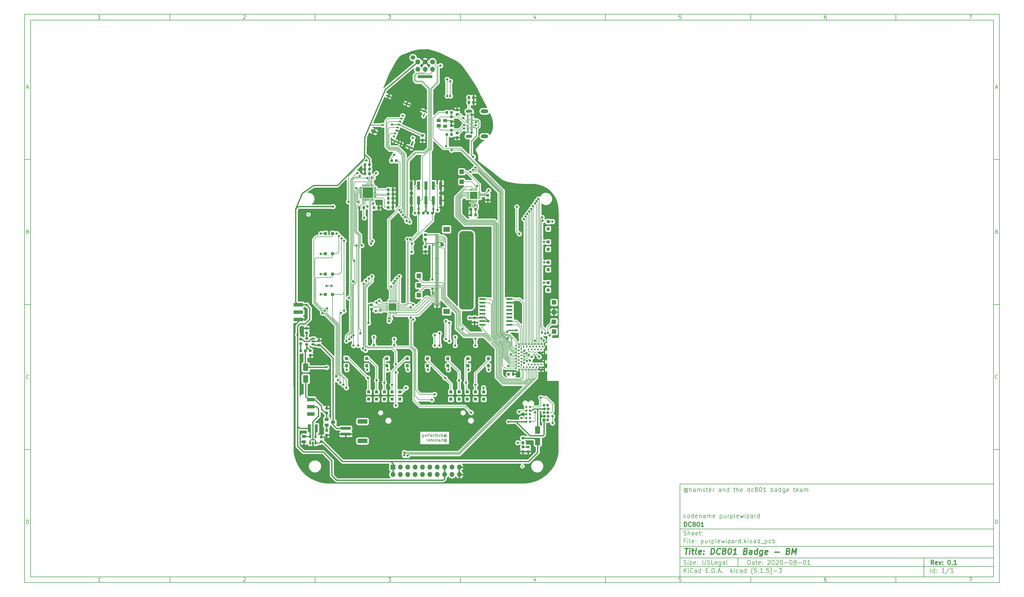
<source format=gbl>
G04 #@! TF.GenerationSoftware,KiCad,Pcbnew,(5.1.5)-3*
G04 #@! TF.CreationDate,2020-08-11T23:16:39-06:00*
G04 #@! TF.ProjectId,purplewizard,70757270-6c65-4776-997a-6172642e6b69,0.1*
G04 #@! TF.SameCoordinates,Original*
G04 #@! TF.FileFunction,Copper,L2,Bot*
G04 #@! TF.FilePolarity,Positive*
%FSLAX46Y46*%
G04 Gerber Fmt 4.6, Leading zero omitted, Abs format (unit mm)*
G04 Created by KiCad (PCBNEW (5.1.5)-3) date 2020-08-11 23:16:39*
%MOMM*%
%LPD*%
G04 APERTURE LIST*
%ADD10C,0.100000*%
%ADD11C,0.150000*%
%ADD12C,0.300000*%
%ADD13C,0.400000*%
%ADD14R,1.800000X2.500000*%
%ADD15C,1.700000*%
%ADD16O,1.700000X1.700000*%
%ADD17C,1.524000*%
%ADD18R,2.500000X1.250000*%
%ADD19R,1.400000X1.000000*%
%ADD20R,1.400000X1.200000*%
%ADD21C,0.784860*%
%ADD22R,1.060000X0.650000*%
%ADD23C,0.500000*%
%ADD24R,1.000000X1.000000*%
%ADD25O,1.000000X1.000000*%
%ADD26R,1.300000X0.300000*%
%ADD27R,2.200000X1.800000*%
%ADD28R,3.180000X1.270000*%
%ADD29R,1.500000X1.500000*%
%ADD30R,0.650000X1.060000*%
%ADD31R,1.000000X2.750000*%
%ADD32R,0.500000X0.500000*%
%ADD33O,2.600000X1.300000*%
%ADD34O,2.200000X1.100000*%
%ADD35R,0.700000X1.000000*%
%ADD36R,0.700000X0.300000*%
%ADD37R,1.700000X1.700000*%
%ADD38R,1.000000X3.000000*%
%ADD39C,0.800000*%
%ADD40C,0.381000*%
%ADD41C,0.177800*%
%ADD42C,0.203200*%
%ADD43C,0.254000*%
%ADD44C,0.228600*%
%ADD45C,0.304800*%
G04 APERTURE END LIST*
D10*
D11*
X235600000Y-171900000D02*
X235600000Y-203900000D01*
X343600000Y-203900000D01*
X343600000Y-171900000D01*
X235600000Y-171900000D01*
D10*
D11*
X10000000Y-10000000D02*
X10000000Y-205900000D01*
X345600000Y-205900000D01*
X345600000Y-10000000D01*
X10000000Y-10000000D01*
D10*
D11*
X12000000Y-12000000D02*
X12000000Y-203900000D01*
X343600000Y-203900000D01*
X343600000Y-12000000D01*
X12000000Y-12000000D01*
D10*
D11*
X60000000Y-12000000D02*
X60000000Y-10000000D01*
D10*
D11*
X110000000Y-12000000D02*
X110000000Y-10000000D01*
D10*
D11*
X160000000Y-12000000D02*
X160000000Y-10000000D01*
D10*
D11*
X210000000Y-12000000D02*
X210000000Y-10000000D01*
D10*
D11*
X260000000Y-12000000D02*
X260000000Y-10000000D01*
D10*
D11*
X310000000Y-12000000D02*
X310000000Y-10000000D01*
D10*
D11*
X36065476Y-11588095D02*
X35322619Y-11588095D01*
X35694047Y-11588095D02*
X35694047Y-10288095D01*
X35570238Y-10473809D01*
X35446428Y-10597619D01*
X35322619Y-10659523D01*
D10*
D11*
X85322619Y-10411904D02*
X85384523Y-10350000D01*
X85508333Y-10288095D01*
X85817857Y-10288095D01*
X85941666Y-10350000D01*
X86003571Y-10411904D01*
X86065476Y-10535714D01*
X86065476Y-10659523D01*
X86003571Y-10845238D01*
X85260714Y-11588095D01*
X86065476Y-11588095D01*
D10*
D11*
X135260714Y-10288095D02*
X136065476Y-10288095D01*
X135632142Y-10783333D01*
X135817857Y-10783333D01*
X135941666Y-10845238D01*
X136003571Y-10907142D01*
X136065476Y-11030952D01*
X136065476Y-11340476D01*
X136003571Y-11464285D01*
X135941666Y-11526190D01*
X135817857Y-11588095D01*
X135446428Y-11588095D01*
X135322619Y-11526190D01*
X135260714Y-11464285D01*
D10*
D11*
X185941666Y-10721428D02*
X185941666Y-11588095D01*
X185632142Y-10226190D02*
X185322619Y-11154761D01*
X186127380Y-11154761D01*
D10*
D11*
X236003571Y-10288095D02*
X235384523Y-10288095D01*
X235322619Y-10907142D01*
X235384523Y-10845238D01*
X235508333Y-10783333D01*
X235817857Y-10783333D01*
X235941666Y-10845238D01*
X236003571Y-10907142D01*
X236065476Y-11030952D01*
X236065476Y-11340476D01*
X236003571Y-11464285D01*
X235941666Y-11526190D01*
X235817857Y-11588095D01*
X235508333Y-11588095D01*
X235384523Y-11526190D01*
X235322619Y-11464285D01*
D10*
D11*
X285941666Y-10288095D02*
X285694047Y-10288095D01*
X285570238Y-10350000D01*
X285508333Y-10411904D01*
X285384523Y-10597619D01*
X285322619Y-10845238D01*
X285322619Y-11340476D01*
X285384523Y-11464285D01*
X285446428Y-11526190D01*
X285570238Y-11588095D01*
X285817857Y-11588095D01*
X285941666Y-11526190D01*
X286003571Y-11464285D01*
X286065476Y-11340476D01*
X286065476Y-11030952D01*
X286003571Y-10907142D01*
X285941666Y-10845238D01*
X285817857Y-10783333D01*
X285570238Y-10783333D01*
X285446428Y-10845238D01*
X285384523Y-10907142D01*
X285322619Y-11030952D01*
D10*
D11*
X335260714Y-10288095D02*
X336127380Y-10288095D01*
X335570238Y-11588095D01*
D10*
D11*
X60000000Y-203900000D02*
X60000000Y-205900000D01*
D10*
D11*
X110000000Y-203900000D02*
X110000000Y-205900000D01*
D10*
D11*
X160000000Y-203900000D02*
X160000000Y-205900000D01*
D10*
D11*
X210000000Y-203900000D02*
X210000000Y-205900000D01*
D10*
D11*
X260000000Y-203900000D02*
X260000000Y-205900000D01*
D10*
D11*
X310000000Y-203900000D02*
X310000000Y-205900000D01*
D10*
D11*
X36065476Y-205488095D02*
X35322619Y-205488095D01*
X35694047Y-205488095D02*
X35694047Y-204188095D01*
X35570238Y-204373809D01*
X35446428Y-204497619D01*
X35322619Y-204559523D01*
D10*
D11*
X85322619Y-204311904D02*
X85384523Y-204250000D01*
X85508333Y-204188095D01*
X85817857Y-204188095D01*
X85941666Y-204250000D01*
X86003571Y-204311904D01*
X86065476Y-204435714D01*
X86065476Y-204559523D01*
X86003571Y-204745238D01*
X85260714Y-205488095D01*
X86065476Y-205488095D01*
D10*
D11*
X135260714Y-204188095D02*
X136065476Y-204188095D01*
X135632142Y-204683333D01*
X135817857Y-204683333D01*
X135941666Y-204745238D01*
X136003571Y-204807142D01*
X136065476Y-204930952D01*
X136065476Y-205240476D01*
X136003571Y-205364285D01*
X135941666Y-205426190D01*
X135817857Y-205488095D01*
X135446428Y-205488095D01*
X135322619Y-205426190D01*
X135260714Y-205364285D01*
D10*
D11*
X185941666Y-204621428D02*
X185941666Y-205488095D01*
X185632142Y-204126190D02*
X185322619Y-205054761D01*
X186127380Y-205054761D01*
D10*
D11*
X236003571Y-204188095D02*
X235384523Y-204188095D01*
X235322619Y-204807142D01*
X235384523Y-204745238D01*
X235508333Y-204683333D01*
X235817857Y-204683333D01*
X235941666Y-204745238D01*
X236003571Y-204807142D01*
X236065476Y-204930952D01*
X236065476Y-205240476D01*
X236003571Y-205364285D01*
X235941666Y-205426190D01*
X235817857Y-205488095D01*
X235508333Y-205488095D01*
X235384523Y-205426190D01*
X235322619Y-205364285D01*
D10*
D11*
X285941666Y-204188095D02*
X285694047Y-204188095D01*
X285570238Y-204250000D01*
X285508333Y-204311904D01*
X285384523Y-204497619D01*
X285322619Y-204745238D01*
X285322619Y-205240476D01*
X285384523Y-205364285D01*
X285446428Y-205426190D01*
X285570238Y-205488095D01*
X285817857Y-205488095D01*
X285941666Y-205426190D01*
X286003571Y-205364285D01*
X286065476Y-205240476D01*
X286065476Y-204930952D01*
X286003571Y-204807142D01*
X285941666Y-204745238D01*
X285817857Y-204683333D01*
X285570238Y-204683333D01*
X285446428Y-204745238D01*
X285384523Y-204807142D01*
X285322619Y-204930952D01*
D10*
D11*
X335260714Y-204188095D02*
X336127380Y-204188095D01*
X335570238Y-205488095D01*
D10*
D11*
X10000000Y-60000000D02*
X12000000Y-60000000D01*
D10*
D11*
X10000000Y-110000000D02*
X12000000Y-110000000D01*
D10*
D11*
X10000000Y-160000000D02*
X12000000Y-160000000D01*
D10*
D11*
X10690476Y-35216666D02*
X11309523Y-35216666D01*
X10566666Y-35588095D02*
X11000000Y-34288095D01*
X11433333Y-35588095D01*
D10*
D11*
X11092857Y-84907142D02*
X11278571Y-84969047D01*
X11340476Y-85030952D01*
X11402380Y-85154761D01*
X11402380Y-85340476D01*
X11340476Y-85464285D01*
X11278571Y-85526190D01*
X11154761Y-85588095D01*
X10659523Y-85588095D01*
X10659523Y-84288095D01*
X11092857Y-84288095D01*
X11216666Y-84350000D01*
X11278571Y-84411904D01*
X11340476Y-84535714D01*
X11340476Y-84659523D01*
X11278571Y-84783333D01*
X11216666Y-84845238D01*
X11092857Y-84907142D01*
X10659523Y-84907142D01*
D10*
D11*
X11402380Y-135464285D02*
X11340476Y-135526190D01*
X11154761Y-135588095D01*
X11030952Y-135588095D01*
X10845238Y-135526190D01*
X10721428Y-135402380D01*
X10659523Y-135278571D01*
X10597619Y-135030952D01*
X10597619Y-134845238D01*
X10659523Y-134597619D01*
X10721428Y-134473809D01*
X10845238Y-134350000D01*
X11030952Y-134288095D01*
X11154761Y-134288095D01*
X11340476Y-134350000D01*
X11402380Y-134411904D01*
D10*
D11*
X10659523Y-185588095D02*
X10659523Y-184288095D01*
X10969047Y-184288095D01*
X11154761Y-184350000D01*
X11278571Y-184473809D01*
X11340476Y-184597619D01*
X11402380Y-184845238D01*
X11402380Y-185030952D01*
X11340476Y-185278571D01*
X11278571Y-185402380D01*
X11154761Y-185526190D01*
X10969047Y-185588095D01*
X10659523Y-185588095D01*
D10*
D11*
X345600000Y-60000000D02*
X343600000Y-60000000D01*
D10*
D11*
X345600000Y-110000000D02*
X343600000Y-110000000D01*
D10*
D11*
X345600000Y-160000000D02*
X343600000Y-160000000D01*
D10*
D11*
X344290476Y-35216666D02*
X344909523Y-35216666D01*
X344166666Y-35588095D02*
X344600000Y-34288095D01*
X345033333Y-35588095D01*
D10*
D11*
X344692857Y-84907142D02*
X344878571Y-84969047D01*
X344940476Y-85030952D01*
X345002380Y-85154761D01*
X345002380Y-85340476D01*
X344940476Y-85464285D01*
X344878571Y-85526190D01*
X344754761Y-85588095D01*
X344259523Y-85588095D01*
X344259523Y-84288095D01*
X344692857Y-84288095D01*
X344816666Y-84350000D01*
X344878571Y-84411904D01*
X344940476Y-84535714D01*
X344940476Y-84659523D01*
X344878571Y-84783333D01*
X344816666Y-84845238D01*
X344692857Y-84907142D01*
X344259523Y-84907142D01*
D10*
D11*
X345002380Y-135464285D02*
X344940476Y-135526190D01*
X344754761Y-135588095D01*
X344630952Y-135588095D01*
X344445238Y-135526190D01*
X344321428Y-135402380D01*
X344259523Y-135278571D01*
X344197619Y-135030952D01*
X344197619Y-134845238D01*
X344259523Y-134597619D01*
X344321428Y-134473809D01*
X344445238Y-134350000D01*
X344630952Y-134288095D01*
X344754761Y-134288095D01*
X344940476Y-134350000D01*
X345002380Y-134411904D01*
D10*
D11*
X344259523Y-185588095D02*
X344259523Y-184288095D01*
X344569047Y-184288095D01*
X344754761Y-184350000D01*
X344878571Y-184473809D01*
X344940476Y-184597619D01*
X345002380Y-184845238D01*
X345002380Y-185030952D01*
X344940476Y-185278571D01*
X344878571Y-185402380D01*
X344754761Y-185526190D01*
X344569047Y-185588095D01*
X344259523Y-185588095D01*
D10*
D11*
X259032142Y-199678571D02*
X259032142Y-198178571D01*
X259389285Y-198178571D01*
X259603571Y-198250000D01*
X259746428Y-198392857D01*
X259817857Y-198535714D01*
X259889285Y-198821428D01*
X259889285Y-199035714D01*
X259817857Y-199321428D01*
X259746428Y-199464285D01*
X259603571Y-199607142D01*
X259389285Y-199678571D01*
X259032142Y-199678571D01*
X261175000Y-199678571D02*
X261175000Y-198892857D01*
X261103571Y-198750000D01*
X260960714Y-198678571D01*
X260675000Y-198678571D01*
X260532142Y-198750000D01*
X261175000Y-199607142D02*
X261032142Y-199678571D01*
X260675000Y-199678571D01*
X260532142Y-199607142D01*
X260460714Y-199464285D01*
X260460714Y-199321428D01*
X260532142Y-199178571D01*
X260675000Y-199107142D01*
X261032142Y-199107142D01*
X261175000Y-199035714D01*
X261675000Y-198678571D02*
X262246428Y-198678571D01*
X261889285Y-198178571D02*
X261889285Y-199464285D01*
X261960714Y-199607142D01*
X262103571Y-199678571D01*
X262246428Y-199678571D01*
X263317857Y-199607142D02*
X263175000Y-199678571D01*
X262889285Y-199678571D01*
X262746428Y-199607142D01*
X262675000Y-199464285D01*
X262675000Y-198892857D01*
X262746428Y-198750000D01*
X262889285Y-198678571D01*
X263175000Y-198678571D01*
X263317857Y-198750000D01*
X263389285Y-198892857D01*
X263389285Y-199035714D01*
X262675000Y-199178571D01*
X264032142Y-199535714D02*
X264103571Y-199607142D01*
X264032142Y-199678571D01*
X263960714Y-199607142D01*
X264032142Y-199535714D01*
X264032142Y-199678571D01*
X264032142Y-198750000D02*
X264103571Y-198821428D01*
X264032142Y-198892857D01*
X263960714Y-198821428D01*
X264032142Y-198750000D01*
X264032142Y-198892857D01*
X265817857Y-198321428D02*
X265889285Y-198250000D01*
X266032142Y-198178571D01*
X266389285Y-198178571D01*
X266532142Y-198250000D01*
X266603571Y-198321428D01*
X266675000Y-198464285D01*
X266675000Y-198607142D01*
X266603571Y-198821428D01*
X265746428Y-199678571D01*
X266675000Y-199678571D01*
X267603571Y-198178571D02*
X267746428Y-198178571D01*
X267889285Y-198250000D01*
X267960714Y-198321428D01*
X268032142Y-198464285D01*
X268103571Y-198750000D01*
X268103571Y-199107142D01*
X268032142Y-199392857D01*
X267960714Y-199535714D01*
X267889285Y-199607142D01*
X267746428Y-199678571D01*
X267603571Y-199678571D01*
X267460714Y-199607142D01*
X267389285Y-199535714D01*
X267317857Y-199392857D01*
X267246428Y-199107142D01*
X267246428Y-198750000D01*
X267317857Y-198464285D01*
X267389285Y-198321428D01*
X267460714Y-198250000D01*
X267603571Y-198178571D01*
X268675000Y-198321428D02*
X268746428Y-198250000D01*
X268889285Y-198178571D01*
X269246428Y-198178571D01*
X269389285Y-198250000D01*
X269460714Y-198321428D01*
X269532142Y-198464285D01*
X269532142Y-198607142D01*
X269460714Y-198821428D01*
X268603571Y-199678571D01*
X269532142Y-199678571D01*
X270460714Y-198178571D02*
X270603571Y-198178571D01*
X270746428Y-198250000D01*
X270817857Y-198321428D01*
X270889285Y-198464285D01*
X270960714Y-198750000D01*
X270960714Y-199107142D01*
X270889285Y-199392857D01*
X270817857Y-199535714D01*
X270746428Y-199607142D01*
X270603571Y-199678571D01*
X270460714Y-199678571D01*
X270317857Y-199607142D01*
X270246428Y-199535714D01*
X270175000Y-199392857D01*
X270103571Y-199107142D01*
X270103571Y-198750000D01*
X270175000Y-198464285D01*
X270246428Y-198321428D01*
X270317857Y-198250000D01*
X270460714Y-198178571D01*
X271603571Y-199107142D02*
X272746428Y-199107142D01*
X273746428Y-198178571D02*
X273889285Y-198178571D01*
X274032142Y-198250000D01*
X274103571Y-198321428D01*
X274175000Y-198464285D01*
X274246428Y-198750000D01*
X274246428Y-199107142D01*
X274175000Y-199392857D01*
X274103571Y-199535714D01*
X274032142Y-199607142D01*
X273889285Y-199678571D01*
X273746428Y-199678571D01*
X273603571Y-199607142D01*
X273532142Y-199535714D01*
X273460714Y-199392857D01*
X273389285Y-199107142D01*
X273389285Y-198750000D01*
X273460714Y-198464285D01*
X273532142Y-198321428D01*
X273603571Y-198250000D01*
X273746428Y-198178571D01*
X275103571Y-198821428D02*
X274960714Y-198750000D01*
X274889285Y-198678571D01*
X274817857Y-198535714D01*
X274817857Y-198464285D01*
X274889285Y-198321428D01*
X274960714Y-198250000D01*
X275103571Y-198178571D01*
X275389285Y-198178571D01*
X275532142Y-198250000D01*
X275603571Y-198321428D01*
X275675000Y-198464285D01*
X275675000Y-198535714D01*
X275603571Y-198678571D01*
X275532142Y-198750000D01*
X275389285Y-198821428D01*
X275103571Y-198821428D01*
X274960714Y-198892857D01*
X274889285Y-198964285D01*
X274817857Y-199107142D01*
X274817857Y-199392857D01*
X274889285Y-199535714D01*
X274960714Y-199607142D01*
X275103571Y-199678571D01*
X275389285Y-199678571D01*
X275532142Y-199607142D01*
X275603571Y-199535714D01*
X275675000Y-199392857D01*
X275675000Y-199107142D01*
X275603571Y-198964285D01*
X275532142Y-198892857D01*
X275389285Y-198821428D01*
X276317857Y-199107142D02*
X277460714Y-199107142D01*
X278460714Y-198178571D02*
X278603571Y-198178571D01*
X278746428Y-198250000D01*
X278817857Y-198321428D01*
X278889285Y-198464285D01*
X278960714Y-198750000D01*
X278960714Y-199107142D01*
X278889285Y-199392857D01*
X278817857Y-199535714D01*
X278746428Y-199607142D01*
X278603571Y-199678571D01*
X278460714Y-199678571D01*
X278317857Y-199607142D01*
X278246428Y-199535714D01*
X278175000Y-199392857D01*
X278103571Y-199107142D01*
X278103571Y-198750000D01*
X278175000Y-198464285D01*
X278246428Y-198321428D01*
X278317857Y-198250000D01*
X278460714Y-198178571D01*
X280389285Y-199678571D02*
X279532142Y-199678571D01*
X279960714Y-199678571D02*
X279960714Y-198178571D01*
X279817857Y-198392857D01*
X279675000Y-198535714D01*
X279532142Y-198607142D01*
D10*
D11*
X235600000Y-200400000D02*
X343600000Y-200400000D01*
D10*
D11*
X237032142Y-202478571D02*
X237032142Y-200978571D01*
X237889285Y-202478571D02*
X237246428Y-201621428D01*
X237889285Y-200978571D02*
X237032142Y-201835714D01*
X238532142Y-202478571D02*
X238532142Y-201478571D01*
X238532142Y-200978571D02*
X238460714Y-201050000D01*
X238532142Y-201121428D01*
X238603571Y-201050000D01*
X238532142Y-200978571D01*
X238532142Y-201121428D01*
X240103571Y-202335714D02*
X240032142Y-202407142D01*
X239817857Y-202478571D01*
X239675000Y-202478571D01*
X239460714Y-202407142D01*
X239317857Y-202264285D01*
X239246428Y-202121428D01*
X239175000Y-201835714D01*
X239175000Y-201621428D01*
X239246428Y-201335714D01*
X239317857Y-201192857D01*
X239460714Y-201050000D01*
X239675000Y-200978571D01*
X239817857Y-200978571D01*
X240032142Y-201050000D01*
X240103571Y-201121428D01*
X241389285Y-202478571D02*
X241389285Y-201692857D01*
X241317857Y-201550000D01*
X241175000Y-201478571D01*
X240889285Y-201478571D01*
X240746428Y-201550000D01*
X241389285Y-202407142D02*
X241246428Y-202478571D01*
X240889285Y-202478571D01*
X240746428Y-202407142D01*
X240675000Y-202264285D01*
X240675000Y-202121428D01*
X240746428Y-201978571D01*
X240889285Y-201907142D01*
X241246428Y-201907142D01*
X241389285Y-201835714D01*
X242746428Y-202478571D02*
X242746428Y-200978571D01*
X242746428Y-202407142D02*
X242603571Y-202478571D01*
X242317857Y-202478571D01*
X242175000Y-202407142D01*
X242103571Y-202335714D01*
X242032142Y-202192857D01*
X242032142Y-201764285D01*
X242103571Y-201621428D01*
X242175000Y-201550000D01*
X242317857Y-201478571D01*
X242603571Y-201478571D01*
X242746428Y-201550000D01*
X244603571Y-201692857D02*
X245103571Y-201692857D01*
X245317857Y-202478571D02*
X244603571Y-202478571D01*
X244603571Y-200978571D01*
X245317857Y-200978571D01*
X245960714Y-202335714D02*
X246032142Y-202407142D01*
X245960714Y-202478571D01*
X245889285Y-202407142D01*
X245960714Y-202335714D01*
X245960714Y-202478571D01*
X246675000Y-202478571D02*
X246675000Y-200978571D01*
X247032142Y-200978571D01*
X247246428Y-201050000D01*
X247389285Y-201192857D01*
X247460714Y-201335714D01*
X247532142Y-201621428D01*
X247532142Y-201835714D01*
X247460714Y-202121428D01*
X247389285Y-202264285D01*
X247246428Y-202407142D01*
X247032142Y-202478571D01*
X246675000Y-202478571D01*
X248175000Y-202335714D02*
X248246428Y-202407142D01*
X248175000Y-202478571D01*
X248103571Y-202407142D01*
X248175000Y-202335714D01*
X248175000Y-202478571D01*
X248817857Y-202050000D02*
X249532142Y-202050000D01*
X248675000Y-202478571D02*
X249175000Y-200978571D01*
X249675000Y-202478571D01*
X250175000Y-202335714D02*
X250246428Y-202407142D01*
X250175000Y-202478571D01*
X250103571Y-202407142D01*
X250175000Y-202335714D01*
X250175000Y-202478571D01*
X253175000Y-202478571D02*
X253175000Y-200978571D01*
X253317857Y-201907142D02*
X253746428Y-202478571D01*
X253746428Y-201478571D02*
X253175000Y-202050000D01*
X254389285Y-202478571D02*
X254389285Y-201478571D01*
X254389285Y-200978571D02*
X254317857Y-201050000D01*
X254389285Y-201121428D01*
X254460714Y-201050000D01*
X254389285Y-200978571D01*
X254389285Y-201121428D01*
X255746428Y-202407142D02*
X255603571Y-202478571D01*
X255317857Y-202478571D01*
X255175000Y-202407142D01*
X255103571Y-202335714D01*
X255032142Y-202192857D01*
X255032142Y-201764285D01*
X255103571Y-201621428D01*
X255175000Y-201550000D01*
X255317857Y-201478571D01*
X255603571Y-201478571D01*
X255746428Y-201550000D01*
X257032142Y-202478571D02*
X257032142Y-201692857D01*
X256960714Y-201550000D01*
X256817857Y-201478571D01*
X256532142Y-201478571D01*
X256389285Y-201550000D01*
X257032142Y-202407142D02*
X256889285Y-202478571D01*
X256532142Y-202478571D01*
X256389285Y-202407142D01*
X256317857Y-202264285D01*
X256317857Y-202121428D01*
X256389285Y-201978571D01*
X256532142Y-201907142D01*
X256889285Y-201907142D01*
X257032142Y-201835714D01*
X258389285Y-202478571D02*
X258389285Y-200978571D01*
X258389285Y-202407142D02*
X258246428Y-202478571D01*
X257960714Y-202478571D01*
X257817857Y-202407142D01*
X257746428Y-202335714D01*
X257675000Y-202192857D01*
X257675000Y-201764285D01*
X257746428Y-201621428D01*
X257817857Y-201550000D01*
X257960714Y-201478571D01*
X258246428Y-201478571D01*
X258389285Y-201550000D01*
X260675000Y-203050000D02*
X260603571Y-202978571D01*
X260460714Y-202764285D01*
X260389285Y-202621428D01*
X260317857Y-202407142D01*
X260246428Y-202050000D01*
X260246428Y-201764285D01*
X260317857Y-201407142D01*
X260389285Y-201192857D01*
X260460714Y-201050000D01*
X260603571Y-200835714D01*
X260675000Y-200764285D01*
X261960714Y-200978571D02*
X261246428Y-200978571D01*
X261175000Y-201692857D01*
X261246428Y-201621428D01*
X261389285Y-201550000D01*
X261746428Y-201550000D01*
X261889285Y-201621428D01*
X261960714Y-201692857D01*
X262032142Y-201835714D01*
X262032142Y-202192857D01*
X261960714Y-202335714D01*
X261889285Y-202407142D01*
X261746428Y-202478571D01*
X261389285Y-202478571D01*
X261246428Y-202407142D01*
X261175000Y-202335714D01*
X262675000Y-202335714D02*
X262746428Y-202407142D01*
X262675000Y-202478571D01*
X262603571Y-202407142D01*
X262675000Y-202335714D01*
X262675000Y-202478571D01*
X264175000Y-202478571D02*
X263317857Y-202478571D01*
X263746428Y-202478571D02*
X263746428Y-200978571D01*
X263603571Y-201192857D01*
X263460714Y-201335714D01*
X263317857Y-201407142D01*
X264817857Y-202335714D02*
X264889285Y-202407142D01*
X264817857Y-202478571D01*
X264746428Y-202407142D01*
X264817857Y-202335714D01*
X264817857Y-202478571D01*
X266246428Y-200978571D02*
X265532142Y-200978571D01*
X265460714Y-201692857D01*
X265532142Y-201621428D01*
X265675000Y-201550000D01*
X266032142Y-201550000D01*
X266175000Y-201621428D01*
X266246428Y-201692857D01*
X266317857Y-201835714D01*
X266317857Y-202192857D01*
X266246428Y-202335714D01*
X266175000Y-202407142D01*
X266032142Y-202478571D01*
X265675000Y-202478571D01*
X265532142Y-202407142D01*
X265460714Y-202335714D01*
X266817857Y-203050000D02*
X266889285Y-202978571D01*
X267032142Y-202764285D01*
X267103571Y-202621428D01*
X267175000Y-202407142D01*
X267246428Y-202050000D01*
X267246428Y-201764285D01*
X267175000Y-201407142D01*
X267103571Y-201192857D01*
X267032142Y-201050000D01*
X266889285Y-200835714D01*
X266817857Y-200764285D01*
X267960714Y-201907142D02*
X269103571Y-201907142D01*
X269675000Y-200978571D02*
X270603571Y-200978571D01*
X270103571Y-201550000D01*
X270317857Y-201550000D01*
X270460714Y-201621428D01*
X270532142Y-201692857D01*
X270603571Y-201835714D01*
X270603571Y-202192857D01*
X270532142Y-202335714D01*
X270460714Y-202407142D01*
X270317857Y-202478571D01*
X269889285Y-202478571D01*
X269746428Y-202407142D01*
X269675000Y-202335714D01*
D10*
D11*
X235600000Y-197400000D02*
X343600000Y-197400000D01*
D10*
D12*
X323009285Y-199678571D02*
X322509285Y-198964285D01*
X322152142Y-199678571D02*
X322152142Y-198178571D01*
X322723571Y-198178571D01*
X322866428Y-198250000D01*
X322937857Y-198321428D01*
X323009285Y-198464285D01*
X323009285Y-198678571D01*
X322937857Y-198821428D01*
X322866428Y-198892857D01*
X322723571Y-198964285D01*
X322152142Y-198964285D01*
X324223571Y-199607142D02*
X324080714Y-199678571D01*
X323795000Y-199678571D01*
X323652142Y-199607142D01*
X323580714Y-199464285D01*
X323580714Y-198892857D01*
X323652142Y-198750000D01*
X323795000Y-198678571D01*
X324080714Y-198678571D01*
X324223571Y-198750000D01*
X324295000Y-198892857D01*
X324295000Y-199035714D01*
X323580714Y-199178571D01*
X324795000Y-198678571D02*
X325152142Y-199678571D01*
X325509285Y-198678571D01*
X326080714Y-199535714D02*
X326152142Y-199607142D01*
X326080714Y-199678571D01*
X326009285Y-199607142D01*
X326080714Y-199535714D01*
X326080714Y-199678571D01*
X326080714Y-198750000D02*
X326152142Y-198821428D01*
X326080714Y-198892857D01*
X326009285Y-198821428D01*
X326080714Y-198750000D01*
X326080714Y-198892857D01*
X328223571Y-198178571D02*
X328366428Y-198178571D01*
X328509285Y-198250000D01*
X328580714Y-198321428D01*
X328652142Y-198464285D01*
X328723571Y-198750000D01*
X328723571Y-199107142D01*
X328652142Y-199392857D01*
X328580714Y-199535714D01*
X328509285Y-199607142D01*
X328366428Y-199678571D01*
X328223571Y-199678571D01*
X328080714Y-199607142D01*
X328009285Y-199535714D01*
X327937857Y-199392857D01*
X327866428Y-199107142D01*
X327866428Y-198750000D01*
X327937857Y-198464285D01*
X328009285Y-198321428D01*
X328080714Y-198250000D01*
X328223571Y-198178571D01*
X329366428Y-199535714D02*
X329437857Y-199607142D01*
X329366428Y-199678571D01*
X329295000Y-199607142D01*
X329366428Y-199535714D01*
X329366428Y-199678571D01*
X330866428Y-199678571D02*
X330009285Y-199678571D01*
X330437857Y-199678571D02*
X330437857Y-198178571D01*
X330295000Y-198392857D01*
X330152142Y-198535714D01*
X330009285Y-198607142D01*
D10*
D11*
X236960714Y-199607142D02*
X237175000Y-199678571D01*
X237532142Y-199678571D01*
X237675000Y-199607142D01*
X237746428Y-199535714D01*
X237817857Y-199392857D01*
X237817857Y-199250000D01*
X237746428Y-199107142D01*
X237675000Y-199035714D01*
X237532142Y-198964285D01*
X237246428Y-198892857D01*
X237103571Y-198821428D01*
X237032142Y-198750000D01*
X236960714Y-198607142D01*
X236960714Y-198464285D01*
X237032142Y-198321428D01*
X237103571Y-198250000D01*
X237246428Y-198178571D01*
X237603571Y-198178571D01*
X237817857Y-198250000D01*
X238460714Y-199678571D02*
X238460714Y-198678571D01*
X238460714Y-198178571D02*
X238389285Y-198250000D01*
X238460714Y-198321428D01*
X238532142Y-198250000D01*
X238460714Y-198178571D01*
X238460714Y-198321428D01*
X239032142Y-198678571D02*
X239817857Y-198678571D01*
X239032142Y-199678571D01*
X239817857Y-199678571D01*
X240960714Y-199607142D02*
X240817857Y-199678571D01*
X240532142Y-199678571D01*
X240389285Y-199607142D01*
X240317857Y-199464285D01*
X240317857Y-198892857D01*
X240389285Y-198750000D01*
X240532142Y-198678571D01*
X240817857Y-198678571D01*
X240960714Y-198750000D01*
X241032142Y-198892857D01*
X241032142Y-199035714D01*
X240317857Y-199178571D01*
X241675000Y-199535714D02*
X241746428Y-199607142D01*
X241675000Y-199678571D01*
X241603571Y-199607142D01*
X241675000Y-199535714D01*
X241675000Y-199678571D01*
X241675000Y-198750000D02*
X241746428Y-198821428D01*
X241675000Y-198892857D01*
X241603571Y-198821428D01*
X241675000Y-198750000D01*
X241675000Y-198892857D01*
X243532142Y-198178571D02*
X243532142Y-199392857D01*
X243603571Y-199535714D01*
X243675000Y-199607142D01*
X243817857Y-199678571D01*
X244103571Y-199678571D01*
X244246428Y-199607142D01*
X244317857Y-199535714D01*
X244389285Y-199392857D01*
X244389285Y-198178571D01*
X245032142Y-199607142D02*
X245246428Y-199678571D01*
X245603571Y-199678571D01*
X245746428Y-199607142D01*
X245817857Y-199535714D01*
X245889285Y-199392857D01*
X245889285Y-199250000D01*
X245817857Y-199107142D01*
X245746428Y-199035714D01*
X245603571Y-198964285D01*
X245317857Y-198892857D01*
X245175000Y-198821428D01*
X245103571Y-198750000D01*
X245032142Y-198607142D01*
X245032142Y-198464285D01*
X245103571Y-198321428D01*
X245175000Y-198250000D01*
X245317857Y-198178571D01*
X245675000Y-198178571D01*
X245889285Y-198250000D01*
X247246428Y-199678571D02*
X246532142Y-199678571D01*
X246532142Y-198178571D01*
X248317857Y-199607142D02*
X248175000Y-199678571D01*
X247889285Y-199678571D01*
X247746428Y-199607142D01*
X247675000Y-199464285D01*
X247675000Y-198892857D01*
X247746428Y-198750000D01*
X247889285Y-198678571D01*
X248175000Y-198678571D01*
X248317857Y-198750000D01*
X248389285Y-198892857D01*
X248389285Y-199035714D01*
X247675000Y-199178571D01*
X249675000Y-198678571D02*
X249675000Y-199892857D01*
X249603571Y-200035714D01*
X249532142Y-200107142D01*
X249389285Y-200178571D01*
X249175000Y-200178571D01*
X249032142Y-200107142D01*
X249675000Y-199607142D02*
X249532142Y-199678571D01*
X249246428Y-199678571D01*
X249103571Y-199607142D01*
X249032142Y-199535714D01*
X248960714Y-199392857D01*
X248960714Y-198964285D01*
X249032142Y-198821428D01*
X249103571Y-198750000D01*
X249246428Y-198678571D01*
X249532142Y-198678571D01*
X249675000Y-198750000D01*
X251032142Y-199678571D02*
X251032142Y-198892857D01*
X250960714Y-198750000D01*
X250817857Y-198678571D01*
X250532142Y-198678571D01*
X250389285Y-198750000D01*
X251032142Y-199607142D02*
X250889285Y-199678571D01*
X250532142Y-199678571D01*
X250389285Y-199607142D01*
X250317857Y-199464285D01*
X250317857Y-199321428D01*
X250389285Y-199178571D01*
X250532142Y-199107142D01*
X250889285Y-199107142D01*
X251032142Y-199035714D01*
X251960714Y-199678571D02*
X251817857Y-199607142D01*
X251746428Y-199464285D01*
X251746428Y-198178571D01*
D10*
D11*
X322032142Y-202478571D02*
X322032142Y-200978571D01*
X323389285Y-202478571D02*
X323389285Y-200978571D01*
X323389285Y-202407142D02*
X323246428Y-202478571D01*
X322960714Y-202478571D01*
X322817857Y-202407142D01*
X322746428Y-202335714D01*
X322675000Y-202192857D01*
X322675000Y-201764285D01*
X322746428Y-201621428D01*
X322817857Y-201550000D01*
X322960714Y-201478571D01*
X323246428Y-201478571D01*
X323389285Y-201550000D01*
X324103571Y-202335714D02*
X324175000Y-202407142D01*
X324103571Y-202478571D01*
X324032142Y-202407142D01*
X324103571Y-202335714D01*
X324103571Y-202478571D01*
X324103571Y-201550000D02*
X324175000Y-201621428D01*
X324103571Y-201692857D01*
X324032142Y-201621428D01*
X324103571Y-201550000D01*
X324103571Y-201692857D01*
X326746428Y-202478571D02*
X325889285Y-202478571D01*
X326317857Y-202478571D02*
X326317857Y-200978571D01*
X326175000Y-201192857D01*
X326032142Y-201335714D01*
X325889285Y-201407142D01*
X328460714Y-200907142D02*
X327175000Y-202835714D01*
X329746428Y-202478571D02*
X328889285Y-202478571D01*
X329317857Y-202478571D02*
X329317857Y-200978571D01*
X329175000Y-201192857D01*
X329032142Y-201335714D01*
X328889285Y-201407142D01*
D10*
D11*
X235600000Y-193400000D02*
X343600000Y-193400000D01*
D10*
D13*
X237312380Y-194104761D02*
X238455238Y-194104761D01*
X237633809Y-196104761D02*
X237883809Y-194104761D01*
X238871904Y-196104761D02*
X239038571Y-194771428D01*
X239121904Y-194104761D02*
X239014761Y-194200000D01*
X239098095Y-194295238D01*
X239205238Y-194200000D01*
X239121904Y-194104761D01*
X239098095Y-194295238D01*
X239705238Y-194771428D02*
X240467142Y-194771428D01*
X240074285Y-194104761D02*
X239860000Y-195819047D01*
X239931428Y-196009523D01*
X240110000Y-196104761D01*
X240300476Y-196104761D01*
X241252857Y-196104761D02*
X241074285Y-196009523D01*
X241002857Y-195819047D01*
X241217142Y-194104761D01*
X242788571Y-196009523D02*
X242586190Y-196104761D01*
X242205238Y-196104761D01*
X242026666Y-196009523D01*
X241955238Y-195819047D01*
X242050476Y-195057142D01*
X242169523Y-194866666D01*
X242371904Y-194771428D01*
X242752857Y-194771428D01*
X242931428Y-194866666D01*
X243002857Y-195057142D01*
X242979047Y-195247619D01*
X242002857Y-195438095D01*
X243752857Y-195914285D02*
X243836190Y-196009523D01*
X243729047Y-196104761D01*
X243645714Y-196009523D01*
X243752857Y-195914285D01*
X243729047Y-196104761D01*
X243883809Y-194866666D02*
X243967142Y-194961904D01*
X243860000Y-195057142D01*
X243776666Y-194961904D01*
X243883809Y-194866666D01*
X243860000Y-195057142D01*
X246205238Y-196104761D02*
X246455238Y-194104761D01*
X246931428Y-194104761D01*
X247205238Y-194200000D01*
X247371904Y-194390476D01*
X247443333Y-194580952D01*
X247490952Y-194961904D01*
X247455238Y-195247619D01*
X247312380Y-195628571D01*
X247193333Y-195819047D01*
X246979047Y-196009523D01*
X246681428Y-196104761D01*
X246205238Y-196104761D01*
X249371904Y-195914285D02*
X249264761Y-196009523D01*
X248967142Y-196104761D01*
X248776666Y-196104761D01*
X248502857Y-196009523D01*
X248336190Y-195819047D01*
X248264761Y-195628571D01*
X248217142Y-195247619D01*
X248252857Y-194961904D01*
X248395714Y-194580952D01*
X248514761Y-194390476D01*
X248729047Y-194200000D01*
X249026666Y-194104761D01*
X249217142Y-194104761D01*
X249490952Y-194200000D01*
X249574285Y-194295238D01*
X250633809Y-194961904D02*
X250455238Y-194866666D01*
X250371904Y-194771428D01*
X250300476Y-194580952D01*
X250312380Y-194485714D01*
X250431428Y-194295238D01*
X250538571Y-194200000D01*
X250740952Y-194104761D01*
X251121904Y-194104761D01*
X251300476Y-194200000D01*
X251383809Y-194295238D01*
X251455238Y-194485714D01*
X251443333Y-194580952D01*
X251324285Y-194771428D01*
X251217142Y-194866666D01*
X251014761Y-194961904D01*
X250633809Y-194961904D01*
X250431428Y-195057142D01*
X250324285Y-195152380D01*
X250205238Y-195342857D01*
X250157619Y-195723809D01*
X250229047Y-195914285D01*
X250312380Y-196009523D01*
X250490952Y-196104761D01*
X250871904Y-196104761D01*
X251074285Y-196009523D01*
X251181428Y-195914285D01*
X251300476Y-195723809D01*
X251348095Y-195342857D01*
X251276666Y-195152380D01*
X251193333Y-195057142D01*
X251014761Y-194961904D01*
X252740952Y-194104761D02*
X252931428Y-194104761D01*
X253110000Y-194200000D01*
X253193333Y-194295238D01*
X253264761Y-194485714D01*
X253312380Y-194866666D01*
X253252857Y-195342857D01*
X253110000Y-195723809D01*
X252990952Y-195914285D01*
X252883809Y-196009523D01*
X252681428Y-196104761D01*
X252490952Y-196104761D01*
X252312380Y-196009523D01*
X252229047Y-195914285D01*
X252157619Y-195723809D01*
X252110000Y-195342857D01*
X252169523Y-194866666D01*
X252312380Y-194485714D01*
X252431428Y-194295238D01*
X252538571Y-194200000D01*
X252740952Y-194104761D01*
X255062380Y-196104761D02*
X253919523Y-196104761D01*
X254490952Y-196104761D02*
X254740952Y-194104761D01*
X254514761Y-194390476D01*
X254300476Y-194580952D01*
X254098095Y-194676190D01*
X258240952Y-195057142D02*
X258514761Y-195152380D01*
X258598095Y-195247619D01*
X258669523Y-195438095D01*
X258633809Y-195723809D01*
X258514761Y-195914285D01*
X258407619Y-196009523D01*
X258205238Y-196104761D01*
X257443333Y-196104761D01*
X257693333Y-194104761D01*
X258360000Y-194104761D01*
X258538571Y-194200000D01*
X258621904Y-194295238D01*
X258693333Y-194485714D01*
X258669523Y-194676190D01*
X258550476Y-194866666D01*
X258443333Y-194961904D01*
X258240952Y-195057142D01*
X257574285Y-195057142D01*
X260300476Y-196104761D02*
X260431428Y-195057142D01*
X260360000Y-194866666D01*
X260181428Y-194771428D01*
X259800476Y-194771428D01*
X259598095Y-194866666D01*
X260312380Y-196009523D02*
X260110000Y-196104761D01*
X259633809Y-196104761D01*
X259455238Y-196009523D01*
X259383809Y-195819047D01*
X259407619Y-195628571D01*
X259526666Y-195438095D01*
X259729047Y-195342857D01*
X260205238Y-195342857D01*
X260407619Y-195247619D01*
X262110000Y-196104761D02*
X262360000Y-194104761D01*
X262121904Y-196009523D02*
X261919523Y-196104761D01*
X261538571Y-196104761D01*
X261360000Y-196009523D01*
X261276666Y-195914285D01*
X261205238Y-195723809D01*
X261276666Y-195152380D01*
X261395714Y-194961904D01*
X261502857Y-194866666D01*
X261705238Y-194771428D01*
X262086190Y-194771428D01*
X262264761Y-194866666D01*
X264086190Y-194771428D02*
X263883809Y-196390476D01*
X263764761Y-196580952D01*
X263657619Y-196676190D01*
X263455238Y-196771428D01*
X263169523Y-196771428D01*
X262990952Y-196676190D01*
X263931428Y-196009523D02*
X263729047Y-196104761D01*
X263348095Y-196104761D01*
X263169523Y-196009523D01*
X263086190Y-195914285D01*
X263014761Y-195723809D01*
X263086190Y-195152380D01*
X263205238Y-194961904D01*
X263312380Y-194866666D01*
X263514761Y-194771428D01*
X263895714Y-194771428D01*
X264074285Y-194866666D01*
X265645714Y-196009523D02*
X265443333Y-196104761D01*
X265062380Y-196104761D01*
X264883809Y-196009523D01*
X264812380Y-195819047D01*
X264907619Y-195057142D01*
X265026666Y-194866666D01*
X265229047Y-194771428D01*
X265610000Y-194771428D01*
X265788571Y-194866666D01*
X265860000Y-195057142D01*
X265836190Y-195247619D01*
X264860000Y-195438095D01*
X268205238Y-195342857D02*
X269729047Y-195342857D01*
X272907619Y-195057142D02*
X273181428Y-195152380D01*
X273264761Y-195247619D01*
X273336190Y-195438095D01*
X273300476Y-195723809D01*
X273181428Y-195914285D01*
X273074285Y-196009523D01*
X272871904Y-196104761D01*
X272110000Y-196104761D01*
X272360000Y-194104761D01*
X273026666Y-194104761D01*
X273205238Y-194200000D01*
X273288571Y-194295238D01*
X273360000Y-194485714D01*
X273336190Y-194676190D01*
X273217142Y-194866666D01*
X273110000Y-194961904D01*
X272907619Y-195057142D01*
X272240952Y-195057142D01*
X274110000Y-196104761D02*
X274360000Y-194104761D01*
X274848095Y-195533333D01*
X275693333Y-194104761D01*
X275443333Y-196104761D01*
D10*
D11*
X237532142Y-191492857D02*
X237032142Y-191492857D01*
X237032142Y-192278571D02*
X237032142Y-190778571D01*
X237746428Y-190778571D01*
X238317857Y-192278571D02*
X238317857Y-191278571D01*
X238317857Y-190778571D02*
X238246428Y-190850000D01*
X238317857Y-190921428D01*
X238389285Y-190850000D01*
X238317857Y-190778571D01*
X238317857Y-190921428D01*
X239246428Y-192278571D02*
X239103571Y-192207142D01*
X239032142Y-192064285D01*
X239032142Y-190778571D01*
X240389285Y-192207142D02*
X240246428Y-192278571D01*
X239960714Y-192278571D01*
X239817857Y-192207142D01*
X239746428Y-192064285D01*
X239746428Y-191492857D01*
X239817857Y-191350000D01*
X239960714Y-191278571D01*
X240246428Y-191278571D01*
X240389285Y-191350000D01*
X240460714Y-191492857D01*
X240460714Y-191635714D01*
X239746428Y-191778571D01*
X241103571Y-192135714D02*
X241175000Y-192207142D01*
X241103571Y-192278571D01*
X241032142Y-192207142D01*
X241103571Y-192135714D01*
X241103571Y-192278571D01*
X241103571Y-191350000D02*
X241175000Y-191421428D01*
X241103571Y-191492857D01*
X241032142Y-191421428D01*
X241103571Y-191350000D01*
X241103571Y-191492857D01*
X242960714Y-191278571D02*
X242960714Y-192778571D01*
X242960714Y-191350000D02*
X243103571Y-191278571D01*
X243389285Y-191278571D01*
X243532142Y-191350000D01*
X243603571Y-191421428D01*
X243675000Y-191564285D01*
X243675000Y-191992857D01*
X243603571Y-192135714D01*
X243532142Y-192207142D01*
X243389285Y-192278571D01*
X243103571Y-192278571D01*
X242960714Y-192207142D01*
X244960714Y-191278571D02*
X244960714Y-192278571D01*
X244317857Y-191278571D02*
X244317857Y-192064285D01*
X244389285Y-192207142D01*
X244532142Y-192278571D01*
X244746428Y-192278571D01*
X244889285Y-192207142D01*
X244960714Y-192135714D01*
X245675000Y-192278571D02*
X245675000Y-191278571D01*
X245675000Y-191564285D02*
X245746428Y-191421428D01*
X245817857Y-191350000D01*
X245960714Y-191278571D01*
X246103571Y-191278571D01*
X246603571Y-191278571D02*
X246603571Y-192778571D01*
X246603571Y-191350000D02*
X246746428Y-191278571D01*
X247032142Y-191278571D01*
X247175000Y-191350000D01*
X247246428Y-191421428D01*
X247317857Y-191564285D01*
X247317857Y-191992857D01*
X247246428Y-192135714D01*
X247175000Y-192207142D01*
X247032142Y-192278571D01*
X246746428Y-192278571D01*
X246603571Y-192207142D01*
X248175000Y-192278571D02*
X248032142Y-192207142D01*
X247960714Y-192064285D01*
X247960714Y-190778571D01*
X249317857Y-192207142D02*
X249175000Y-192278571D01*
X248889285Y-192278571D01*
X248746428Y-192207142D01*
X248675000Y-192064285D01*
X248675000Y-191492857D01*
X248746428Y-191350000D01*
X248889285Y-191278571D01*
X249175000Y-191278571D01*
X249317857Y-191350000D01*
X249389285Y-191492857D01*
X249389285Y-191635714D01*
X248675000Y-191778571D01*
X249889285Y-191278571D02*
X250175000Y-192278571D01*
X250460714Y-191564285D01*
X250746428Y-192278571D01*
X251032142Y-191278571D01*
X251603571Y-192278571D02*
X251603571Y-191278571D01*
X251603571Y-190778571D02*
X251532142Y-190850000D01*
X251603571Y-190921428D01*
X251675000Y-190850000D01*
X251603571Y-190778571D01*
X251603571Y-190921428D01*
X252175000Y-191278571D02*
X252960714Y-191278571D01*
X252175000Y-192278571D01*
X252960714Y-192278571D01*
X254175000Y-192278571D02*
X254175000Y-191492857D01*
X254103571Y-191350000D01*
X253960714Y-191278571D01*
X253675000Y-191278571D01*
X253532142Y-191350000D01*
X254175000Y-192207142D02*
X254032142Y-192278571D01*
X253675000Y-192278571D01*
X253532142Y-192207142D01*
X253460714Y-192064285D01*
X253460714Y-191921428D01*
X253532142Y-191778571D01*
X253675000Y-191707142D01*
X254032142Y-191707142D01*
X254175000Y-191635714D01*
X254889285Y-192278571D02*
X254889285Y-191278571D01*
X254889285Y-191564285D02*
X254960714Y-191421428D01*
X255032142Y-191350000D01*
X255175000Y-191278571D01*
X255317857Y-191278571D01*
X256460714Y-192278571D02*
X256460714Y-190778571D01*
X256460714Y-192207142D02*
X256317857Y-192278571D01*
X256032142Y-192278571D01*
X255889285Y-192207142D01*
X255817857Y-192135714D01*
X255746428Y-191992857D01*
X255746428Y-191564285D01*
X255817857Y-191421428D01*
X255889285Y-191350000D01*
X256032142Y-191278571D01*
X256317857Y-191278571D01*
X256460714Y-191350000D01*
X257175000Y-192135714D02*
X257246428Y-192207142D01*
X257175000Y-192278571D01*
X257103571Y-192207142D01*
X257175000Y-192135714D01*
X257175000Y-192278571D01*
X257889285Y-192278571D02*
X257889285Y-190778571D01*
X258032142Y-191707142D02*
X258460714Y-192278571D01*
X258460714Y-191278571D02*
X257889285Y-191850000D01*
X259103571Y-192278571D02*
X259103571Y-191278571D01*
X259103571Y-190778571D02*
X259032142Y-190850000D01*
X259103571Y-190921428D01*
X259175000Y-190850000D01*
X259103571Y-190778571D01*
X259103571Y-190921428D01*
X260460714Y-192207142D02*
X260317857Y-192278571D01*
X260032142Y-192278571D01*
X259889285Y-192207142D01*
X259817857Y-192135714D01*
X259746428Y-191992857D01*
X259746428Y-191564285D01*
X259817857Y-191421428D01*
X259889285Y-191350000D01*
X260032142Y-191278571D01*
X260317857Y-191278571D01*
X260460714Y-191350000D01*
X261746428Y-192278571D02*
X261746428Y-191492857D01*
X261675000Y-191350000D01*
X261532142Y-191278571D01*
X261246428Y-191278571D01*
X261103571Y-191350000D01*
X261746428Y-192207142D02*
X261603571Y-192278571D01*
X261246428Y-192278571D01*
X261103571Y-192207142D01*
X261032142Y-192064285D01*
X261032142Y-191921428D01*
X261103571Y-191778571D01*
X261246428Y-191707142D01*
X261603571Y-191707142D01*
X261746428Y-191635714D01*
X263103571Y-192278571D02*
X263103571Y-190778571D01*
X263103571Y-192207142D02*
X262960714Y-192278571D01*
X262675000Y-192278571D01*
X262532142Y-192207142D01*
X262460714Y-192135714D01*
X262389285Y-191992857D01*
X262389285Y-191564285D01*
X262460714Y-191421428D01*
X262532142Y-191350000D01*
X262675000Y-191278571D01*
X262960714Y-191278571D01*
X263103571Y-191350000D01*
X263460714Y-192421428D02*
X264603571Y-192421428D01*
X264960714Y-191278571D02*
X264960714Y-192778571D01*
X264960714Y-191350000D02*
X265103571Y-191278571D01*
X265389285Y-191278571D01*
X265532142Y-191350000D01*
X265603571Y-191421428D01*
X265675000Y-191564285D01*
X265675000Y-191992857D01*
X265603571Y-192135714D01*
X265532142Y-192207142D01*
X265389285Y-192278571D01*
X265103571Y-192278571D01*
X264960714Y-192207142D01*
X266960714Y-192207142D02*
X266817857Y-192278571D01*
X266532142Y-192278571D01*
X266389285Y-192207142D01*
X266317857Y-192135714D01*
X266246428Y-191992857D01*
X266246428Y-191564285D01*
X266317857Y-191421428D01*
X266389285Y-191350000D01*
X266532142Y-191278571D01*
X266817857Y-191278571D01*
X266960714Y-191350000D01*
X267603571Y-192278571D02*
X267603571Y-190778571D01*
X267603571Y-191350000D02*
X267746428Y-191278571D01*
X268032142Y-191278571D01*
X268175000Y-191350000D01*
X268246428Y-191421428D01*
X268317857Y-191564285D01*
X268317857Y-191992857D01*
X268246428Y-192135714D01*
X268175000Y-192207142D01*
X268032142Y-192278571D01*
X267746428Y-192278571D01*
X267603571Y-192207142D01*
D10*
D11*
X235600000Y-187400000D02*
X343600000Y-187400000D01*
D10*
D11*
X236960714Y-189507142D02*
X237175000Y-189578571D01*
X237532142Y-189578571D01*
X237675000Y-189507142D01*
X237746428Y-189435714D01*
X237817857Y-189292857D01*
X237817857Y-189150000D01*
X237746428Y-189007142D01*
X237675000Y-188935714D01*
X237532142Y-188864285D01*
X237246428Y-188792857D01*
X237103571Y-188721428D01*
X237032142Y-188650000D01*
X236960714Y-188507142D01*
X236960714Y-188364285D01*
X237032142Y-188221428D01*
X237103571Y-188150000D01*
X237246428Y-188078571D01*
X237603571Y-188078571D01*
X237817857Y-188150000D01*
X238460714Y-189578571D02*
X238460714Y-188078571D01*
X239103571Y-189578571D02*
X239103571Y-188792857D01*
X239032142Y-188650000D01*
X238889285Y-188578571D01*
X238675000Y-188578571D01*
X238532142Y-188650000D01*
X238460714Y-188721428D01*
X240389285Y-189507142D02*
X240246428Y-189578571D01*
X239960714Y-189578571D01*
X239817857Y-189507142D01*
X239746428Y-189364285D01*
X239746428Y-188792857D01*
X239817857Y-188650000D01*
X239960714Y-188578571D01*
X240246428Y-188578571D01*
X240389285Y-188650000D01*
X240460714Y-188792857D01*
X240460714Y-188935714D01*
X239746428Y-189078571D01*
X241675000Y-189507142D02*
X241532142Y-189578571D01*
X241246428Y-189578571D01*
X241103571Y-189507142D01*
X241032142Y-189364285D01*
X241032142Y-188792857D01*
X241103571Y-188650000D01*
X241246428Y-188578571D01*
X241532142Y-188578571D01*
X241675000Y-188650000D01*
X241746428Y-188792857D01*
X241746428Y-188935714D01*
X241032142Y-189078571D01*
X242175000Y-188578571D02*
X242746428Y-188578571D01*
X242389285Y-188078571D02*
X242389285Y-189364285D01*
X242460714Y-189507142D01*
X242603571Y-189578571D01*
X242746428Y-189578571D01*
X243246428Y-189435714D02*
X243317857Y-189507142D01*
X243246428Y-189578571D01*
X243175000Y-189507142D01*
X243246428Y-189435714D01*
X243246428Y-189578571D01*
X243246428Y-188650000D02*
X243317857Y-188721428D01*
X243246428Y-188792857D01*
X243175000Y-188721428D01*
X243246428Y-188650000D01*
X243246428Y-188792857D01*
D10*
D12*
X237152142Y-186578571D02*
X237152142Y-185078571D01*
X237509285Y-185078571D01*
X237723571Y-185150000D01*
X237866428Y-185292857D01*
X237937857Y-185435714D01*
X238009285Y-185721428D01*
X238009285Y-185935714D01*
X237937857Y-186221428D01*
X237866428Y-186364285D01*
X237723571Y-186507142D01*
X237509285Y-186578571D01*
X237152142Y-186578571D01*
X239509285Y-186435714D02*
X239437857Y-186507142D01*
X239223571Y-186578571D01*
X239080714Y-186578571D01*
X238866428Y-186507142D01*
X238723571Y-186364285D01*
X238652142Y-186221428D01*
X238580714Y-185935714D01*
X238580714Y-185721428D01*
X238652142Y-185435714D01*
X238723571Y-185292857D01*
X238866428Y-185150000D01*
X239080714Y-185078571D01*
X239223571Y-185078571D01*
X239437857Y-185150000D01*
X239509285Y-185221428D01*
X240366428Y-185721428D02*
X240223571Y-185650000D01*
X240152142Y-185578571D01*
X240080714Y-185435714D01*
X240080714Y-185364285D01*
X240152142Y-185221428D01*
X240223571Y-185150000D01*
X240366428Y-185078571D01*
X240652142Y-185078571D01*
X240795000Y-185150000D01*
X240866428Y-185221428D01*
X240937857Y-185364285D01*
X240937857Y-185435714D01*
X240866428Y-185578571D01*
X240795000Y-185650000D01*
X240652142Y-185721428D01*
X240366428Y-185721428D01*
X240223571Y-185792857D01*
X240152142Y-185864285D01*
X240080714Y-186007142D01*
X240080714Y-186292857D01*
X240152142Y-186435714D01*
X240223571Y-186507142D01*
X240366428Y-186578571D01*
X240652142Y-186578571D01*
X240795000Y-186507142D01*
X240866428Y-186435714D01*
X240937857Y-186292857D01*
X240937857Y-186007142D01*
X240866428Y-185864285D01*
X240795000Y-185792857D01*
X240652142Y-185721428D01*
X241866428Y-185078571D02*
X242009285Y-185078571D01*
X242152142Y-185150000D01*
X242223571Y-185221428D01*
X242295000Y-185364285D01*
X242366428Y-185650000D01*
X242366428Y-186007142D01*
X242295000Y-186292857D01*
X242223571Y-186435714D01*
X242152142Y-186507142D01*
X242009285Y-186578571D01*
X241866428Y-186578571D01*
X241723571Y-186507142D01*
X241652142Y-186435714D01*
X241580714Y-186292857D01*
X241509285Y-186007142D01*
X241509285Y-185650000D01*
X241580714Y-185364285D01*
X241652142Y-185221428D01*
X241723571Y-185150000D01*
X241866428Y-185078571D01*
X243795000Y-186578571D02*
X242937857Y-186578571D01*
X243366428Y-186578571D02*
X243366428Y-185078571D01*
X243223571Y-185292857D01*
X243080714Y-185435714D01*
X242937857Y-185507142D01*
D10*
D11*
X237675000Y-183507142D02*
X237532142Y-183578571D01*
X237246428Y-183578571D01*
X237103571Y-183507142D01*
X237032142Y-183435714D01*
X236960714Y-183292857D01*
X236960714Y-182864285D01*
X237032142Y-182721428D01*
X237103571Y-182650000D01*
X237246428Y-182578571D01*
X237532142Y-182578571D01*
X237675000Y-182650000D01*
X238532142Y-183578571D02*
X238389285Y-183507142D01*
X238317857Y-183435714D01*
X238246428Y-183292857D01*
X238246428Y-182864285D01*
X238317857Y-182721428D01*
X238389285Y-182650000D01*
X238532142Y-182578571D01*
X238746428Y-182578571D01*
X238889285Y-182650000D01*
X238960714Y-182721428D01*
X239032142Y-182864285D01*
X239032142Y-183292857D01*
X238960714Y-183435714D01*
X238889285Y-183507142D01*
X238746428Y-183578571D01*
X238532142Y-183578571D01*
X240317857Y-183578571D02*
X240317857Y-182078571D01*
X240317857Y-183507142D02*
X240175000Y-183578571D01*
X239889285Y-183578571D01*
X239746428Y-183507142D01*
X239675000Y-183435714D01*
X239603571Y-183292857D01*
X239603571Y-182864285D01*
X239675000Y-182721428D01*
X239746428Y-182650000D01*
X239889285Y-182578571D01*
X240175000Y-182578571D01*
X240317857Y-182650000D01*
X241603571Y-183507142D02*
X241460714Y-183578571D01*
X241175000Y-183578571D01*
X241032142Y-183507142D01*
X240960714Y-183364285D01*
X240960714Y-182792857D01*
X241032142Y-182650000D01*
X241175000Y-182578571D01*
X241460714Y-182578571D01*
X241603571Y-182650000D01*
X241675000Y-182792857D01*
X241675000Y-182935714D01*
X240960714Y-183078571D01*
X242317857Y-182578571D02*
X242317857Y-183578571D01*
X242317857Y-182721428D02*
X242389285Y-182650000D01*
X242532142Y-182578571D01*
X242746428Y-182578571D01*
X242889285Y-182650000D01*
X242960714Y-182792857D01*
X242960714Y-183578571D01*
X244317857Y-183578571D02*
X244317857Y-182792857D01*
X244246428Y-182650000D01*
X244103571Y-182578571D01*
X243817857Y-182578571D01*
X243675000Y-182650000D01*
X244317857Y-183507142D02*
X244175000Y-183578571D01*
X243817857Y-183578571D01*
X243675000Y-183507142D01*
X243603571Y-183364285D01*
X243603571Y-183221428D01*
X243675000Y-183078571D01*
X243817857Y-183007142D01*
X244175000Y-183007142D01*
X244317857Y-182935714D01*
X245032142Y-183578571D02*
X245032142Y-182578571D01*
X245032142Y-182721428D02*
X245103571Y-182650000D01*
X245246428Y-182578571D01*
X245460714Y-182578571D01*
X245603571Y-182650000D01*
X245675000Y-182792857D01*
X245675000Y-183578571D01*
X245675000Y-182792857D02*
X245746428Y-182650000D01*
X245889285Y-182578571D01*
X246103571Y-182578571D01*
X246246428Y-182650000D01*
X246317857Y-182792857D01*
X246317857Y-183578571D01*
X247603571Y-183507142D02*
X247460714Y-183578571D01*
X247175000Y-183578571D01*
X247032142Y-183507142D01*
X246960714Y-183364285D01*
X246960714Y-182792857D01*
X247032142Y-182650000D01*
X247175000Y-182578571D01*
X247460714Y-182578571D01*
X247603571Y-182650000D01*
X247675000Y-182792857D01*
X247675000Y-182935714D01*
X246960714Y-183078571D01*
X249460714Y-182578571D02*
X249460714Y-184078571D01*
X249460714Y-182650000D02*
X249603571Y-182578571D01*
X249889285Y-182578571D01*
X250032142Y-182650000D01*
X250103571Y-182721428D01*
X250175000Y-182864285D01*
X250175000Y-183292857D01*
X250103571Y-183435714D01*
X250032142Y-183507142D01*
X249889285Y-183578571D01*
X249603571Y-183578571D01*
X249460714Y-183507142D01*
X251460714Y-182578571D02*
X251460714Y-183578571D01*
X250817857Y-182578571D02*
X250817857Y-183364285D01*
X250889285Y-183507142D01*
X251032142Y-183578571D01*
X251246428Y-183578571D01*
X251389285Y-183507142D01*
X251460714Y-183435714D01*
X252175000Y-183578571D02*
X252175000Y-182578571D01*
X252175000Y-182864285D02*
X252246428Y-182721428D01*
X252317857Y-182650000D01*
X252460714Y-182578571D01*
X252603571Y-182578571D01*
X253103571Y-182578571D02*
X253103571Y-184078571D01*
X253103571Y-182650000D02*
X253246428Y-182578571D01*
X253532142Y-182578571D01*
X253675000Y-182650000D01*
X253746428Y-182721428D01*
X253817857Y-182864285D01*
X253817857Y-183292857D01*
X253746428Y-183435714D01*
X253675000Y-183507142D01*
X253532142Y-183578571D01*
X253246428Y-183578571D01*
X253103571Y-183507142D01*
X254675000Y-183578571D02*
X254532142Y-183507142D01*
X254460714Y-183364285D01*
X254460714Y-182078571D01*
X255817857Y-183507142D02*
X255675000Y-183578571D01*
X255389285Y-183578571D01*
X255246428Y-183507142D01*
X255175000Y-183364285D01*
X255175000Y-182792857D01*
X255246428Y-182650000D01*
X255389285Y-182578571D01*
X255675000Y-182578571D01*
X255817857Y-182650000D01*
X255889285Y-182792857D01*
X255889285Y-182935714D01*
X255175000Y-183078571D01*
X256389285Y-182578571D02*
X256675000Y-183578571D01*
X256960714Y-182864285D01*
X257246428Y-183578571D01*
X257532142Y-182578571D01*
X258103571Y-183578571D02*
X258103571Y-182578571D01*
X258103571Y-182078571D02*
X258032142Y-182150000D01*
X258103571Y-182221428D01*
X258175000Y-182150000D01*
X258103571Y-182078571D01*
X258103571Y-182221428D01*
X258675000Y-182578571D02*
X259460714Y-182578571D01*
X258675000Y-183578571D01*
X259460714Y-183578571D01*
X260675000Y-183578571D02*
X260675000Y-182792857D01*
X260603571Y-182650000D01*
X260460714Y-182578571D01*
X260175000Y-182578571D01*
X260032142Y-182650000D01*
X260675000Y-183507142D02*
X260532142Y-183578571D01*
X260175000Y-183578571D01*
X260032142Y-183507142D01*
X259960714Y-183364285D01*
X259960714Y-183221428D01*
X260032142Y-183078571D01*
X260175000Y-183007142D01*
X260532142Y-183007142D01*
X260675000Y-182935714D01*
X261389285Y-183578571D02*
X261389285Y-182578571D01*
X261389285Y-182864285D02*
X261460714Y-182721428D01*
X261532142Y-182650000D01*
X261675000Y-182578571D01*
X261817857Y-182578571D01*
X262960714Y-183578571D02*
X262960714Y-182078571D01*
X262960714Y-183507142D02*
X262817857Y-183578571D01*
X262532142Y-183578571D01*
X262389285Y-183507142D01*
X262317857Y-183435714D01*
X262246428Y-183292857D01*
X262246428Y-182864285D01*
X262317857Y-182721428D01*
X262389285Y-182650000D01*
X262532142Y-182578571D01*
X262817857Y-182578571D01*
X262960714Y-182650000D01*
D10*
D11*
X237960714Y-173864285D02*
X237889285Y-173792857D01*
X237746428Y-173721428D01*
X237603571Y-173721428D01*
X237460714Y-173792857D01*
X237389285Y-173864285D01*
X237317857Y-174007142D01*
X237317857Y-174150000D01*
X237389285Y-174292857D01*
X237460714Y-174364285D01*
X237603571Y-174435714D01*
X237746428Y-174435714D01*
X237889285Y-174364285D01*
X237960714Y-174292857D01*
X237960714Y-173721428D02*
X237960714Y-174292857D01*
X238032142Y-174364285D01*
X238103571Y-174364285D01*
X238246428Y-174292857D01*
X238317857Y-174150000D01*
X238317857Y-173792857D01*
X238175000Y-173578571D01*
X237960714Y-173435714D01*
X237675000Y-173364285D01*
X237389285Y-173435714D01*
X237175000Y-173578571D01*
X237032142Y-173792857D01*
X236960714Y-174078571D01*
X237032142Y-174364285D01*
X237175000Y-174578571D01*
X237389285Y-174721428D01*
X237675000Y-174792857D01*
X237960714Y-174721428D01*
X238175000Y-174578571D01*
X238960714Y-174578571D02*
X238960714Y-173078571D01*
X239603571Y-174578571D02*
X239603571Y-173792857D01*
X239532142Y-173650000D01*
X239389285Y-173578571D01*
X239175000Y-173578571D01*
X239032142Y-173650000D01*
X238960714Y-173721428D01*
X240960714Y-174578571D02*
X240960714Y-173792857D01*
X240889285Y-173650000D01*
X240746428Y-173578571D01*
X240460714Y-173578571D01*
X240317857Y-173650000D01*
X240960714Y-174507142D02*
X240817857Y-174578571D01*
X240460714Y-174578571D01*
X240317857Y-174507142D01*
X240246428Y-174364285D01*
X240246428Y-174221428D01*
X240317857Y-174078571D01*
X240460714Y-174007142D01*
X240817857Y-174007142D01*
X240960714Y-173935714D01*
X241675000Y-174578571D02*
X241675000Y-173578571D01*
X241675000Y-173721428D02*
X241746428Y-173650000D01*
X241889285Y-173578571D01*
X242103571Y-173578571D01*
X242246428Y-173650000D01*
X242317857Y-173792857D01*
X242317857Y-174578571D01*
X242317857Y-173792857D02*
X242389285Y-173650000D01*
X242532142Y-173578571D01*
X242746428Y-173578571D01*
X242889285Y-173650000D01*
X242960714Y-173792857D01*
X242960714Y-174578571D01*
X243603571Y-174507142D02*
X243746428Y-174578571D01*
X244032142Y-174578571D01*
X244175000Y-174507142D01*
X244246428Y-174364285D01*
X244246428Y-174292857D01*
X244175000Y-174150000D01*
X244032142Y-174078571D01*
X243817857Y-174078571D01*
X243675000Y-174007142D01*
X243603571Y-173864285D01*
X243603571Y-173792857D01*
X243675000Y-173650000D01*
X243817857Y-173578571D01*
X244032142Y-173578571D01*
X244175000Y-173650000D01*
X244675000Y-173578571D02*
X245246428Y-173578571D01*
X244889285Y-173078571D02*
X244889285Y-174364285D01*
X244960714Y-174507142D01*
X245103571Y-174578571D01*
X245246428Y-174578571D01*
X246317857Y-174507142D02*
X246175000Y-174578571D01*
X245889285Y-174578571D01*
X245746428Y-174507142D01*
X245675000Y-174364285D01*
X245675000Y-173792857D01*
X245746428Y-173650000D01*
X245889285Y-173578571D01*
X246175000Y-173578571D01*
X246317857Y-173650000D01*
X246389285Y-173792857D01*
X246389285Y-173935714D01*
X245675000Y-174078571D01*
X247032142Y-174578571D02*
X247032142Y-173578571D01*
X247032142Y-173864285D02*
X247103571Y-173721428D01*
X247175000Y-173650000D01*
X247317857Y-173578571D01*
X247460714Y-173578571D01*
X249746428Y-174578571D02*
X249746428Y-173792857D01*
X249675000Y-173650000D01*
X249532142Y-173578571D01*
X249246428Y-173578571D01*
X249103571Y-173650000D01*
X249746428Y-174507142D02*
X249603571Y-174578571D01*
X249246428Y-174578571D01*
X249103571Y-174507142D01*
X249032142Y-174364285D01*
X249032142Y-174221428D01*
X249103571Y-174078571D01*
X249246428Y-174007142D01*
X249603571Y-174007142D01*
X249746428Y-173935714D01*
X250460714Y-173578571D02*
X250460714Y-174578571D01*
X250460714Y-173721428D02*
X250532142Y-173650000D01*
X250675000Y-173578571D01*
X250889285Y-173578571D01*
X251032142Y-173650000D01*
X251103571Y-173792857D01*
X251103571Y-174578571D01*
X252460714Y-174578571D02*
X252460714Y-173078571D01*
X252460714Y-174507142D02*
X252317857Y-174578571D01*
X252032142Y-174578571D01*
X251889285Y-174507142D01*
X251817857Y-174435714D01*
X251746428Y-174292857D01*
X251746428Y-173864285D01*
X251817857Y-173721428D01*
X251889285Y-173650000D01*
X252032142Y-173578571D01*
X252317857Y-173578571D01*
X252460714Y-173650000D01*
X254103571Y-173578571D02*
X254675000Y-173578571D01*
X254317857Y-173078571D02*
X254317857Y-174364285D01*
X254389285Y-174507142D01*
X254532142Y-174578571D01*
X254675000Y-174578571D01*
X255175000Y-174578571D02*
X255175000Y-173078571D01*
X255817857Y-174578571D02*
X255817857Y-173792857D01*
X255746428Y-173650000D01*
X255603571Y-173578571D01*
X255389285Y-173578571D01*
X255246428Y-173650000D01*
X255175000Y-173721428D01*
X257103571Y-174507142D02*
X256960714Y-174578571D01*
X256675000Y-174578571D01*
X256532142Y-174507142D01*
X256460714Y-174364285D01*
X256460714Y-173792857D01*
X256532142Y-173650000D01*
X256675000Y-173578571D01*
X256960714Y-173578571D01*
X257103571Y-173650000D01*
X257175000Y-173792857D01*
X257175000Y-173935714D01*
X256460714Y-174078571D01*
X259603571Y-174578571D02*
X259603571Y-173078571D01*
X259603571Y-174507142D02*
X259460714Y-174578571D01*
X259175000Y-174578571D01*
X259032142Y-174507142D01*
X258960714Y-174435714D01*
X258889285Y-174292857D01*
X258889285Y-173864285D01*
X258960714Y-173721428D01*
X259032142Y-173650000D01*
X259175000Y-173578571D01*
X259460714Y-173578571D01*
X259603571Y-173650000D01*
X260960714Y-174507142D02*
X260817857Y-174578571D01*
X260532142Y-174578571D01*
X260389285Y-174507142D01*
X260317857Y-174435714D01*
X260246428Y-174292857D01*
X260246428Y-173864285D01*
X260317857Y-173721428D01*
X260389285Y-173650000D01*
X260532142Y-173578571D01*
X260817857Y-173578571D01*
X260960714Y-173650000D01*
X261817857Y-173721428D02*
X261675000Y-173650000D01*
X261603571Y-173578571D01*
X261532142Y-173435714D01*
X261532142Y-173364285D01*
X261603571Y-173221428D01*
X261675000Y-173150000D01*
X261817857Y-173078571D01*
X262103571Y-173078571D01*
X262246428Y-173150000D01*
X262317857Y-173221428D01*
X262389285Y-173364285D01*
X262389285Y-173435714D01*
X262317857Y-173578571D01*
X262246428Y-173650000D01*
X262103571Y-173721428D01*
X261817857Y-173721428D01*
X261675000Y-173792857D01*
X261603571Y-173864285D01*
X261532142Y-174007142D01*
X261532142Y-174292857D01*
X261603571Y-174435714D01*
X261675000Y-174507142D01*
X261817857Y-174578571D01*
X262103571Y-174578571D01*
X262246428Y-174507142D01*
X262317857Y-174435714D01*
X262389285Y-174292857D01*
X262389285Y-174007142D01*
X262317857Y-173864285D01*
X262246428Y-173792857D01*
X262103571Y-173721428D01*
X263317857Y-173078571D02*
X263460714Y-173078571D01*
X263603571Y-173150000D01*
X263675000Y-173221428D01*
X263746428Y-173364285D01*
X263817857Y-173650000D01*
X263817857Y-174007142D01*
X263746428Y-174292857D01*
X263675000Y-174435714D01*
X263603571Y-174507142D01*
X263460714Y-174578571D01*
X263317857Y-174578571D01*
X263175000Y-174507142D01*
X263103571Y-174435714D01*
X263032142Y-174292857D01*
X262960714Y-174007142D01*
X262960714Y-173650000D01*
X263032142Y-173364285D01*
X263103571Y-173221428D01*
X263175000Y-173150000D01*
X263317857Y-173078571D01*
X265246428Y-174578571D02*
X264389285Y-174578571D01*
X264817857Y-174578571D02*
X264817857Y-173078571D01*
X264675000Y-173292857D01*
X264532142Y-173435714D01*
X264389285Y-173507142D01*
X267032142Y-174578571D02*
X267032142Y-173078571D01*
X267032142Y-173650000D02*
X267175000Y-173578571D01*
X267460714Y-173578571D01*
X267603571Y-173650000D01*
X267675000Y-173721428D01*
X267746428Y-173864285D01*
X267746428Y-174292857D01*
X267675000Y-174435714D01*
X267603571Y-174507142D01*
X267460714Y-174578571D01*
X267175000Y-174578571D01*
X267032142Y-174507142D01*
X269032142Y-174578571D02*
X269032142Y-173792857D01*
X268960714Y-173650000D01*
X268817857Y-173578571D01*
X268532142Y-173578571D01*
X268389285Y-173650000D01*
X269032142Y-174507142D02*
X268889285Y-174578571D01*
X268532142Y-174578571D01*
X268389285Y-174507142D01*
X268317857Y-174364285D01*
X268317857Y-174221428D01*
X268389285Y-174078571D01*
X268532142Y-174007142D01*
X268889285Y-174007142D01*
X269032142Y-173935714D01*
X270389285Y-174578571D02*
X270389285Y-173078571D01*
X270389285Y-174507142D02*
X270246428Y-174578571D01*
X269960714Y-174578571D01*
X269817857Y-174507142D01*
X269746428Y-174435714D01*
X269675000Y-174292857D01*
X269675000Y-173864285D01*
X269746428Y-173721428D01*
X269817857Y-173650000D01*
X269960714Y-173578571D01*
X270246428Y-173578571D01*
X270389285Y-173650000D01*
X271746428Y-173578571D02*
X271746428Y-174792857D01*
X271675000Y-174935714D01*
X271603571Y-175007142D01*
X271460714Y-175078571D01*
X271246428Y-175078571D01*
X271103571Y-175007142D01*
X271746428Y-174507142D02*
X271603571Y-174578571D01*
X271317857Y-174578571D01*
X271175000Y-174507142D01*
X271103571Y-174435714D01*
X271032142Y-174292857D01*
X271032142Y-173864285D01*
X271103571Y-173721428D01*
X271175000Y-173650000D01*
X271317857Y-173578571D01*
X271603571Y-173578571D01*
X271746428Y-173650000D01*
X273032142Y-174507142D02*
X272889285Y-174578571D01*
X272603571Y-174578571D01*
X272460714Y-174507142D01*
X272389285Y-174364285D01*
X272389285Y-173792857D01*
X272460714Y-173650000D01*
X272603571Y-173578571D01*
X272889285Y-173578571D01*
X273032142Y-173650000D01*
X273103571Y-173792857D01*
X273103571Y-173935714D01*
X272389285Y-174078571D01*
X274675000Y-173578571D02*
X275246428Y-173578571D01*
X274889285Y-173078571D02*
X274889285Y-174364285D01*
X274960714Y-174507142D01*
X275103571Y-174578571D01*
X275246428Y-174578571D01*
X276317857Y-174507142D02*
X276175000Y-174578571D01*
X275889285Y-174578571D01*
X275746428Y-174507142D01*
X275675000Y-174364285D01*
X275675000Y-173792857D01*
X275746428Y-173650000D01*
X275889285Y-173578571D01*
X276175000Y-173578571D01*
X276317857Y-173650000D01*
X276389285Y-173792857D01*
X276389285Y-173935714D01*
X275675000Y-174078571D01*
X277675000Y-174578571D02*
X277675000Y-173792857D01*
X277603571Y-173650000D01*
X277460714Y-173578571D01*
X277175000Y-173578571D01*
X277032142Y-173650000D01*
X277675000Y-174507142D02*
X277532142Y-174578571D01*
X277175000Y-174578571D01*
X277032142Y-174507142D01*
X276960714Y-174364285D01*
X276960714Y-174221428D01*
X277032142Y-174078571D01*
X277175000Y-174007142D01*
X277532142Y-174007142D01*
X277675000Y-173935714D01*
X278389285Y-174578571D02*
X278389285Y-173578571D01*
X278389285Y-173721428D02*
X278460714Y-173650000D01*
X278603571Y-173578571D01*
X278817857Y-173578571D01*
X278960714Y-173650000D01*
X279032142Y-173792857D01*
X279032142Y-174578571D01*
X279032142Y-173792857D02*
X279103571Y-173650000D01*
X279246428Y-173578571D01*
X279460714Y-173578571D01*
X279603571Y-173650000D01*
X279675000Y-173792857D01*
X279675000Y-174578571D01*
D10*
D11*
X255600000Y-197400000D02*
X255600000Y-200400000D01*
D10*
D11*
X319600000Y-197400000D02*
X319600000Y-203900000D01*
X154640957Y-155104790D02*
X154688576Y-155057171D01*
X154783814Y-155009552D01*
X154879052Y-155009552D01*
X154974290Y-155057171D01*
X155021909Y-155104790D01*
X155069528Y-155200028D01*
X155069528Y-155295266D01*
X155021909Y-155390504D01*
X154974290Y-155438123D01*
X154879052Y-155485742D01*
X154783814Y-155485742D01*
X154688576Y-155438123D01*
X154640957Y-155390504D01*
X154640957Y-155009552D02*
X154640957Y-155390504D01*
X154593338Y-155438123D01*
X154545719Y-155438123D01*
X154450480Y-155390504D01*
X154402861Y-155295266D01*
X154402861Y-155057171D01*
X154498100Y-154914314D01*
X154640957Y-154819076D01*
X154831433Y-154771457D01*
X155021909Y-154819076D01*
X155164766Y-154914314D01*
X155260004Y-155057171D01*
X155307623Y-155247647D01*
X155260004Y-155438123D01*
X155164766Y-155580980D01*
X155021909Y-155676219D01*
X154831433Y-155723838D01*
X154640957Y-155676219D01*
X154498100Y-155580980D01*
X153545719Y-155580980D02*
X153545719Y-154580980D01*
X153545719Y-155533361D02*
X153640957Y-155580980D01*
X153831433Y-155580980D01*
X153926671Y-155533361D01*
X153974290Y-155485742D01*
X154021909Y-155390504D01*
X154021909Y-155104790D01*
X153974290Y-155009552D01*
X153926671Y-154961933D01*
X153831433Y-154914314D01*
X153640957Y-154914314D01*
X153545719Y-154961933D01*
X153164766Y-154914314D02*
X152926671Y-155580980D01*
X152688576Y-154914314D01*
X151879052Y-155580980D02*
X151879052Y-154580980D01*
X151879052Y-155533361D02*
X151974290Y-155580980D01*
X152164766Y-155580980D01*
X152260004Y-155533361D01*
X152307623Y-155485742D01*
X152355242Y-155390504D01*
X152355242Y-155104790D01*
X152307623Y-155009552D01*
X152260004Y-154961933D01*
X152164766Y-154914314D01*
X151974290Y-154914314D01*
X151879052Y-154961933D01*
X151545719Y-154914314D02*
X151164766Y-154914314D01*
X151402861Y-155580980D02*
X151402861Y-154723838D01*
X151355242Y-154628600D01*
X151260004Y-154580980D01*
X151164766Y-154580980D01*
X150831433Y-155580980D02*
X150831433Y-154914314D01*
X150831433Y-155104790D02*
X150783814Y-155009552D01*
X150736195Y-154961933D01*
X150640957Y-154914314D01*
X150545719Y-154914314D01*
X149831433Y-155533361D02*
X149926671Y-155580980D01*
X150117147Y-155580980D01*
X150212385Y-155533361D01*
X150260004Y-155438123D01*
X150260004Y-155057171D01*
X150212385Y-154961933D01*
X150117147Y-154914314D01*
X149926671Y-154914314D01*
X149831433Y-154961933D01*
X149783814Y-155057171D01*
X149783814Y-155152409D01*
X150260004Y-155247647D01*
X149355242Y-155580980D02*
X149355242Y-154914314D01*
X149355242Y-154580980D02*
X149402861Y-154628600D01*
X149355242Y-154676219D01*
X149307623Y-154628600D01*
X149355242Y-154580980D01*
X149355242Y-154676219D01*
X149021909Y-154914314D02*
X148640957Y-154914314D01*
X148879052Y-154580980D02*
X148879052Y-155438123D01*
X148831433Y-155533361D01*
X148736195Y-155580980D01*
X148640957Y-155580980D01*
X147879052Y-155580980D02*
X147879052Y-155057171D01*
X147926671Y-154961933D01*
X148021909Y-154914314D01*
X148212385Y-154914314D01*
X148307623Y-154961933D01*
X147879052Y-155533361D02*
X147974290Y-155580980D01*
X148212385Y-155580980D01*
X148307623Y-155533361D01*
X148355242Y-155438123D01*
X148355242Y-155342885D01*
X148307623Y-155247647D01*
X148212385Y-155200028D01*
X147974290Y-155200028D01*
X147879052Y-155152409D01*
X146974290Y-154914314D02*
X146974290Y-155723838D01*
X147021909Y-155819076D01*
X147069528Y-155866695D01*
X147164766Y-155914314D01*
X147307623Y-155914314D01*
X147402861Y-155866695D01*
X146974290Y-155533361D02*
X147069528Y-155580980D01*
X147260004Y-155580980D01*
X147355242Y-155533361D01*
X147402861Y-155485742D01*
X147450480Y-155390504D01*
X147450480Y-155104790D01*
X147402861Y-155009552D01*
X147355242Y-154961933D01*
X147260004Y-154914314D01*
X147069528Y-154914314D01*
X146974290Y-154961933D01*
X154640957Y-156754790D02*
X154688576Y-156707171D01*
X154783814Y-156659552D01*
X154879052Y-156659552D01*
X154974290Y-156707171D01*
X155021909Y-156754790D01*
X155069528Y-156850028D01*
X155069528Y-156945266D01*
X155021909Y-157040504D01*
X154974290Y-157088123D01*
X154879052Y-157135742D01*
X154783814Y-157135742D01*
X154688576Y-157088123D01*
X154640957Y-157040504D01*
X154640957Y-156659552D02*
X154640957Y-157040504D01*
X154593338Y-157088123D01*
X154545719Y-157088123D01*
X154450480Y-157040504D01*
X154402861Y-156945266D01*
X154402861Y-156707171D01*
X154498100Y-156564314D01*
X154640957Y-156469076D01*
X154831433Y-156421457D01*
X155021909Y-156469076D01*
X155164766Y-156564314D01*
X155260004Y-156707171D01*
X155307623Y-156897647D01*
X155260004Y-157088123D01*
X155164766Y-157230980D01*
X155021909Y-157326219D01*
X154831433Y-157373838D01*
X154640957Y-157326219D01*
X154498100Y-157230980D01*
X153974290Y-157230980D02*
X153974290Y-156230980D01*
X153545719Y-157230980D02*
X153545719Y-156707171D01*
X153593338Y-156611933D01*
X153688576Y-156564314D01*
X153831433Y-156564314D01*
X153926671Y-156611933D01*
X153974290Y-156659552D01*
X152640957Y-157230980D02*
X152640957Y-156707171D01*
X152688576Y-156611933D01*
X152783814Y-156564314D01*
X152974290Y-156564314D01*
X153069528Y-156611933D01*
X152640957Y-157183361D02*
X152736195Y-157230980D01*
X152974290Y-157230980D01*
X153069528Y-157183361D01*
X153117147Y-157088123D01*
X153117147Y-156992885D01*
X153069528Y-156897647D01*
X152974290Y-156850028D01*
X152736195Y-156850028D01*
X152640957Y-156802409D01*
X152164766Y-157230980D02*
X152164766Y-156564314D01*
X152164766Y-156659552D02*
X152117147Y-156611933D01*
X152021909Y-156564314D01*
X151879052Y-156564314D01*
X151783814Y-156611933D01*
X151736195Y-156707171D01*
X151736195Y-157230980D01*
X151736195Y-156707171D02*
X151688576Y-156611933D01*
X151593338Y-156564314D01*
X151450480Y-156564314D01*
X151355242Y-156611933D01*
X151307623Y-156707171D01*
X151307623Y-157230980D01*
X150879052Y-157183361D02*
X150783814Y-157230980D01*
X150593338Y-157230980D01*
X150498100Y-157183361D01*
X150450480Y-157088123D01*
X150450480Y-157040504D01*
X150498100Y-156945266D01*
X150593338Y-156897647D01*
X150736195Y-156897647D01*
X150831433Y-156850028D01*
X150879052Y-156754790D01*
X150879052Y-156707171D01*
X150831433Y-156611933D01*
X150736195Y-156564314D01*
X150593338Y-156564314D01*
X150498100Y-156611933D01*
X150164766Y-156564314D02*
X149783814Y-156564314D01*
X150021909Y-156230980D02*
X150021909Y-157088123D01*
X149974290Y-157183361D01*
X149879052Y-157230980D01*
X149783814Y-157230980D01*
X149069528Y-157183361D02*
X149164766Y-157230980D01*
X149355242Y-157230980D01*
X149450480Y-157183361D01*
X149498100Y-157088123D01*
X149498100Y-156707171D01*
X149450480Y-156611933D01*
X149355242Y-156564314D01*
X149164766Y-156564314D01*
X149069528Y-156611933D01*
X149021909Y-156707171D01*
X149021909Y-156802409D01*
X149498100Y-156897647D01*
X148593338Y-157230980D02*
X148593338Y-156564314D01*
X148593338Y-156754790D02*
X148545719Y-156659552D01*
X148498100Y-156611933D01*
X148402861Y-156564314D01*
X148307623Y-156564314D01*
G04 #@! TA.AperFunction,WasherPad*
D10*
G36*
X163508521Y-84753219D02*
G01*
X163629863Y-84771218D01*
X163748856Y-84801025D01*
X163864354Y-84842351D01*
X163975246Y-84894798D01*
X164080463Y-84957863D01*
X164178992Y-85030937D01*
X164269883Y-85113317D01*
X164352263Y-85204208D01*
X164425337Y-85302737D01*
X164488402Y-85407954D01*
X164540849Y-85518846D01*
X164582175Y-85634344D01*
X164611982Y-85753337D01*
X164629981Y-85874679D01*
X164636000Y-85997200D01*
X164636000Y-110497200D01*
X164629981Y-110619721D01*
X164611982Y-110741063D01*
X164582175Y-110860056D01*
X164540849Y-110975554D01*
X164488402Y-111086446D01*
X164425337Y-111191663D01*
X164352263Y-111290192D01*
X164269883Y-111381083D01*
X164178992Y-111463463D01*
X164080463Y-111536537D01*
X163975246Y-111599602D01*
X163864354Y-111652049D01*
X163748856Y-111693375D01*
X163629863Y-111723182D01*
X163508521Y-111741181D01*
X163386000Y-111747200D01*
X160886000Y-111747200D01*
X160763479Y-111741181D01*
X160642137Y-111723182D01*
X160523144Y-111693375D01*
X160407646Y-111652049D01*
X160296754Y-111599602D01*
X160191537Y-111536537D01*
X160093008Y-111463463D01*
X160002117Y-111381083D01*
X159919737Y-111290192D01*
X159846663Y-111191663D01*
X159783598Y-111086446D01*
X159731151Y-110975554D01*
X159689825Y-110860056D01*
X159660018Y-110741063D01*
X159642019Y-110619721D01*
X159636000Y-110497200D01*
X159636000Y-85997200D01*
X159642019Y-85874679D01*
X159660018Y-85753337D01*
X159689825Y-85634344D01*
X159731151Y-85518846D01*
X159783598Y-85407954D01*
X159846663Y-85302737D01*
X159919737Y-85204208D01*
X160002117Y-85113317D01*
X160093008Y-85030937D01*
X160191537Y-84957863D01*
X160296754Y-84894798D01*
X160407646Y-84842351D01*
X160523144Y-84801025D01*
X160642137Y-84771218D01*
X160763479Y-84753219D01*
X160886000Y-84747200D01*
X163386000Y-84747200D01*
X163508521Y-84753219D01*
G37*
G04 #@! TD.AperFunction*
D14*
X186644280Y-153305760D03*
X186644280Y-157305760D03*
G04 #@! TA.AperFunction,WasherPad*
D10*
G36*
X150153304Y-30971804D02*
G01*
X150177573Y-30975404D01*
X150201371Y-30981365D01*
X150224471Y-30989630D01*
X150246649Y-31000120D01*
X150267693Y-31012733D01*
X150287398Y-31027347D01*
X150305577Y-31043823D01*
X150322053Y-31062002D01*
X150336667Y-31081707D01*
X150349280Y-31102751D01*
X150359770Y-31124929D01*
X150368035Y-31148029D01*
X150373996Y-31171827D01*
X150377596Y-31196096D01*
X150378800Y-31220600D01*
X150378800Y-31720600D01*
X150377596Y-31745104D01*
X150373996Y-31769373D01*
X150368035Y-31793171D01*
X150359770Y-31816271D01*
X150349280Y-31838449D01*
X150336667Y-31859493D01*
X150322053Y-31879198D01*
X150305577Y-31897377D01*
X150287398Y-31913853D01*
X150267693Y-31928467D01*
X150246649Y-31941080D01*
X150224471Y-31951570D01*
X150201371Y-31959835D01*
X150177573Y-31965796D01*
X150153304Y-31969396D01*
X150128800Y-31970600D01*
X145628800Y-31970600D01*
X145604296Y-31969396D01*
X145580027Y-31965796D01*
X145556229Y-31959835D01*
X145533129Y-31951570D01*
X145510951Y-31941080D01*
X145489907Y-31928467D01*
X145470202Y-31913853D01*
X145452023Y-31897377D01*
X145435547Y-31879198D01*
X145420933Y-31859493D01*
X145408320Y-31838449D01*
X145397830Y-31816271D01*
X145389565Y-31793171D01*
X145383604Y-31769373D01*
X145380004Y-31745104D01*
X145378800Y-31720600D01*
X145378800Y-31220600D01*
X145380004Y-31196096D01*
X145383604Y-31171827D01*
X145389565Y-31148029D01*
X145397830Y-31124929D01*
X145408320Y-31102751D01*
X145420933Y-31081707D01*
X145435547Y-31062002D01*
X145452023Y-31043823D01*
X145470202Y-31027347D01*
X145489907Y-31012733D01*
X145510951Y-31000120D01*
X145533129Y-30989630D01*
X145556229Y-30981365D01*
X145580027Y-30975404D01*
X145604296Y-30971804D01*
X145628800Y-30970600D01*
X150128800Y-30970600D01*
X150153304Y-30971804D01*
G37*
G04 #@! TD.AperFunction*
D15*
X150418800Y-26390600D03*
D16*
X150418800Y-28930600D03*
D17*
X143705580Y-24884380D03*
D15*
X147878800Y-26390600D03*
D16*
X147878800Y-28930600D03*
X145338800Y-26390600D03*
X145338800Y-28930600D03*
G04 #@! TA.AperFunction,SMDPad,CuDef*
D10*
G36*
X157203291Y-49487985D02*
G01*
X157224526Y-49491135D01*
X157245350Y-49496351D01*
X157265562Y-49503583D01*
X157284968Y-49512762D01*
X157303381Y-49523798D01*
X157320624Y-49536586D01*
X157336530Y-49551002D01*
X157350946Y-49566908D01*
X157363734Y-49584151D01*
X157374770Y-49602564D01*
X157383949Y-49621970D01*
X157391181Y-49642182D01*
X157396397Y-49663006D01*
X157399547Y-49684241D01*
X157400600Y-49705682D01*
X157400600Y-50143182D01*
X157399547Y-50164623D01*
X157396397Y-50185858D01*
X157391181Y-50206682D01*
X157383949Y-50226894D01*
X157374770Y-50246300D01*
X157363734Y-50264713D01*
X157350946Y-50281956D01*
X157336530Y-50297862D01*
X157320624Y-50312278D01*
X157303381Y-50325066D01*
X157284968Y-50336102D01*
X157265562Y-50345281D01*
X157245350Y-50352513D01*
X157224526Y-50357729D01*
X157203291Y-50360879D01*
X157181850Y-50361932D01*
X156669350Y-50361932D01*
X156647909Y-50360879D01*
X156626674Y-50357729D01*
X156605850Y-50352513D01*
X156585638Y-50345281D01*
X156566232Y-50336102D01*
X156547819Y-50325066D01*
X156530576Y-50312278D01*
X156514670Y-50297862D01*
X156500254Y-50281956D01*
X156487466Y-50264713D01*
X156476430Y-50246300D01*
X156467251Y-50226894D01*
X156460019Y-50206682D01*
X156454803Y-50185858D01*
X156451653Y-50164623D01*
X156450600Y-50143182D01*
X156450600Y-49705682D01*
X156451653Y-49684241D01*
X156454803Y-49663006D01*
X156460019Y-49642182D01*
X156467251Y-49621970D01*
X156476430Y-49602564D01*
X156487466Y-49584151D01*
X156500254Y-49566908D01*
X156514670Y-49551002D01*
X156530576Y-49536586D01*
X156547819Y-49523798D01*
X156566232Y-49512762D01*
X156585638Y-49503583D01*
X156605850Y-49496351D01*
X156626674Y-49491135D01*
X156647909Y-49487985D01*
X156669350Y-49486932D01*
X157181850Y-49486932D01*
X157203291Y-49487985D01*
G37*
G04 #@! TD.AperFunction*
G04 #@! TA.AperFunction,SMDPad,CuDef*
G36*
X157203291Y-47912985D02*
G01*
X157224526Y-47916135D01*
X157245350Y-47921351D01*
X157265562Y-47928583D01*
X157284968Y-47937762D01*
X157303381Y-47948798D01*
X157320624Y-47961586D01*
X157336530Y-47976002D01*
X157350946Y-47991908D01*
X157363734Y-48009151D01*
X157374770Y-48027564D01*
X157383949Y-48046970D01*
X157391181Y-48067182D01*
X157396397Y-48088006D01*
X157399547Y-48109241D01*
X157400600Y-48130682D01*
X157400600Y-48568182D01*
X157399547Y-48589623D01*
X157396397Y-48610858D01*
X157391181Y-48631682D01*
X157383949Y-48651894D01*
X157374770Y-48671300D01*
X157363734Y-48689713D01*
X157350946Y-48706956D01*
X157336530Y-48722862D01*
X157320624Y-48737278D01*
X157303381Y-48750066D01*
X157284968Y-48761102D01*
X157265562Y-48770281D01*
X157245350Y-48777513D01*
X157224526Y-48782729D01*
X157203291Y-48785879D01*
X157181850Y-48786932D01*
X156669350Y-48786932D01*
X156647909Y-48785879D01*
X156626674Y-48782729D01*
X156605850Y-48777513D01*
X156585638Y-48770281D01*
X156566232Y-48761102D01*
X156547819Y-48750066D01*
X156530576Y-48737278D01*
X156514670Y-48722862D01*
X156500254Y-48706956D01*
X156487466Y-48689713D01*
X156476430Y-48671300D01*
X156467251Y-48651894D01*
X156460019Y-48631682D01*
X156454803Y-48610858D01*
X156451653Y-48589623D01*
X156450600Y-48568182D01*
X156450600Y-48130682D01*
X156451653Y-48109241D01*
X156454803Y-48088006D01*
X156460019Y-48067182D01*
X156467251Y-48046970D01*
X156476430Y-48027564D01*
X156487466Y-48009151D01*
X156500254Y-47991908D01*
X156514670Y-47976002D01*
X156530576Y-47961586D01*
X156547819Y-47948798D01*
X156566232Y-47937762D01*
X156585638Y-47928583D01*
X156605850Y-47921351D01*
X156626674Y-47916135D01*
X156647909Y-47912985D01*
X156669350Y-47911932D01*
X157181850Y-47911932D01*
X157203291Y-47912985D01*
G37*
G04 #@! TD.AperFunction*
G04 #@! TA.AperFunction,SMDPad,CuDef*
G36*
X111552551Y-123614713D02*
G01*
X111573786Y-123617863D01*
X111594610Y-123623079D01*
X111614822Y-123630311D01*
X111634228Y-123639490D01*
X111652641Y-123650526D01*
X111669884Y-123663314D01*
X111685790Y-123677730D01*
X111700206Y-123693636D01*
X111712994Y-123710879D01*
X111724030Y-123729292D01*
X111733209Y-123748698D01*
X111740441Y-123768910D01*
X111745657Y-123789734D01*
X111748807Y-123810969D01*
X111749860Y-123832410D01*
X111749860Y-124269910D01*
X111748807Y-124291351D01*
X111745657Y-124312586D01*
X111740441Y-124333410D01*
X111733209Y-124353622D01*
X111724030Y-124373028D01*
X111712994Y-124391441D01*
X111700206Y-124408684D01*
X111685790Y-124424590D01*
X111669884Y-124439006D01*
X111652641Y-124451794D01*
X111634228Y-124462830D01*
X111614822Y-124472009D01*
X111594610Y-124479241D01*
X111573786Y-124484457D01*
X111552551Y-124487607D01*
X111531110Y-124488660D01*
X111018610Y-124488660D01*
X110997169Y-124487607D01*
X110975934Y-124484457D01*
X110955110Y-124479241D01*
X110934898Y-124472009D01*
X110915492Y-124462830D01*
X110897079Y-124451794D01*
X110879836Y-124439006D01*
X110863930Y-124424590D01*
X110849514Y-124408684D01*
X110836726Y-124391441D01*
X110825690Y-124373028D01*
X110816511Y-124353622D01*
X110809279Y-124333410D01*
X110804063Y-124312586D01*
X110800913Y-124291351D01*
X110799860Y-124269910D01*
X110799860Y-123832410D01*
X110800913Y-123810969D01*
X110804063Y-123789734D01*
X110809279Y-123768910D01*
X110816511Y-123748698D01*
X110825690Y-123729292D01*
X110836726Y-123710879D01*
X110849514Y-123693636D01*
X110863930Y-123677730D01*
X110879836Y-123663314D01*
X110897079Y-123650526D01*
X110915492Y-123639490D01*
X110934898Y-123630311D01*
X110955110Y-123623079D01*
X110975934Y-123617863D01*
X110997169Y-123614713D01*
X111018610Y-123613660D01*
X111531110Y-123613660D01*
X111552551Y-123614713D01*
G37*
G04 #@! TD.AperFunction*
G04 #@! TA.AperFunction,SMDPad,CuDef*
G36*
X111552551Y-122039713D02*
G01*
X111573786Y-122042863D01*
X111594610Y-122048079D01*
X111614822Y-122055311D01*
X111634228Y-122064490D01*
X111652641Y-122075526D01*
X111669884Y-122088314D01*
X111685790Y-122102730D01*
X111700206Y-122118636D01*
X111712994Y-122135879D01*
X111724030Y-122154292D01*
X111733209Y-122173698D01*
X111740441Y-122193910D01*
X111745657Y-122214734D01*
X111748807Y-122235969D01*
X111749860Y-122257410D01*
X111749860Y-122694910D01*
X111748807Y-122716351D01*
X111745657Y-122737586D01*
X111740441Y-122758410D01*
X111733209Y-122778622D01*
X111724030Y-122798028D01*
X111712994Y-122816441D01*
X111700206Y-122833684D01*
X111685790Y-122849590D01*
X111669884Y-122864006D01*
X111652641Y-122876794D01*
X111634228Y-122887830D01*
X111614822Y-122897009D01*
X111594610Y-122904241D01*
X111573786Y-122909457D01*
X111552551Y-122912607D01*
X111531110Y-122913660D01*
X111018610Y-122913660D01*
X110997169Y-122912607D01*
X110975934Y-122909457D01*
X110955110Y-122904241D01*
X110934898Y-122897009D01*
X110915492Y-122887830D01*
X110897079Y-122876794D01*
X110879836Y-122864006D01*
X110863930Y-122849590D01*
X110849514Y-122833684D01*
X110836726Y-122816441D01*
X110825690Y-122798028D01*
X110816511Y-122778622D01*
X110809279Y-122758410D01*
X110804063Y-122737586D01*
X110800913Y-122716351D01*
X110799860Y-122694910D01*
X110799860Y-122257410D01*
X110800913Y-122235969D01*
X110804063Y-122214734D01*
X110809279Y-122193910D01*
X110816511Y-122173698D01*
X110825690Y-122154292D01*
X110836726Y-122135879D01*
X110849514Y-122118636D01*
X110863930Y-122102730D01*
X110879836Y-122088314D01*
X110897079Y-122075526D01*
X110915492Y-122064490D01*
X110934898Y-122055311D01*
X110955110Y-122048079D01*
X110975934Y-122042863D01*
X110997169Y-122039713D01*
X111018610Y-122038660D01*
X111531110Y-122038660D01*
X111552551Y-122039713D01*
G37*
G04 #@! TD.AperFunction*
G04 #@! TA.AperFunction,SMDPad,CuDef*
G36*
X108629011Y-125514433D02*
G01*
X108650246Y-125517583D01*
X108671070Y-125522799D01*
X108691282Y-125530031D01*
X108710688Y-125539210D01*
X108729101Y-125550246D01*
X108746344Y-125563034D01*
X108762250Y-125577450D01*
X108776666Y-125593356D01*
X108789454Y-125610599D01*
X108800490Y-125629012D01*
X108809669Y-125648418D01*
X108816901Y-125668630D01*
X108822117Y-125689454D01*
X108825267Y-125710689D01*
X108826320Y-125732130D01*
X108826320Y-126169630D01*
X108825267Y-126191071D01*
X108822117Y-126212306D01*
X108816901Y-126233130D01*
X108809669Y-126253342D01*
X108800490Y-126272748D01*
X108789454Y-126291161D01*
X108776666Y-126308404D01*
X108762250Y-126324310D01*
X108746344Y-126338726D01*
X108729101Y-126351514D01*
X108710688Y-126362550D01*
X108691282Y-126371729D01*
X108671070Y-126378961D01*
X108650246Y-126384177D01*
X108629011Y-126387327D01*
X108607570Y-126388380D01*
X108095070Y-126388380D01*
X108073629Y-126387327D01*
X108052394Y-126384177D01*
X108031570Y-126378961D01*
X108011358Y-126371729D01*
X107991952Y-126362550D01*
X107973539Y-126351514D01*
X107956296Y-126338726D01*
X107940390Y-126324310D01*
X107925974Y-126308404D01*
X107913186Y-126291161D01*
X107902150Y-126272748D01*
X107892971Y-126253342D01*
X107885739Y-126233130D01*
X107880523Y-126212306D01*
X107877373Y-126191071D01*
X107876320Y-126169630D01*
X107876320Y-125732130D01*
X107877373Y-125710689D01*
X107880523Y-125689454D01*
X107885739Y-125668630D01*
X107892971Y-125648418D01*
X107902150Y-125629012D01*
X107913186Y-125610599D01*
X107925974Y-125593356D01*
X107940390Y-125577450D01*
X107956296Y-125563034D01*
X107973539Y-125550246D01*
X107991952Y-125539210D01*
X108011358Y-125530031D01*
X108031570Y-125522799D01*
X108052394Y-125517583D01*
X108073629Y-125514433D01*
X108095070Y-125513380D01*
X108607570Y-125513380D01*
X108629011Y-125514433D01*
G37*
G04 #@! TD.AperFunction*
G04 #@! TA.AperFunction,SMDPad,CuDef*
G36*
X108629011Y-127089433D02*
G01*
X108650246Y-127092583D01*
X108671070Y-127097799D01*
X108691282Y-127105031D01*
X108710688Y-127114210D01*
X108729101Y-127125246D01*
X108746344Y-127138034D01*
X108762250Y-127152450D01*
X108776666Y-127168356D01*
X108789454Y-127185599D01*
X108800490Y-127204012D01*
X108809669Y-127223418D01*
X108816901Y-127243630D01*
X108822117Y-127264454D01*
X108825267Y-127285689D01*
X108826320Y-127307130D01*
X108826320Y-127744630D01*
X108825267Y-127766071D01*
X108822117Y-127787306D01*
X108816901Y-127808130D01*
X108809669Y-127828342D01*
X108800490Y-127847748D01*
X108789454Y-127866161D01*
X108776666Y-127883404D01*
X108762250Y-127899310D01*
X108746344Y-127913726D01*
X108729101Y-127926514D01*
X108710688Y-127937550D01*
X108691282Y-127946729D01*
X108671070Y-127953961D01*
X108650246Y-127959177D01*
X108629011Y-127962327D01*
X108607570Y-127963380D01*
X108095070Y-127963380D01*
X108073629Y-127962327D01*
X108052394Y-127959177D01*
X108031570Y-127953961D01*
X108011358Y-127946729D01*
X107991952Y-127937550D01*
X107973539Y-127926514D01*
X107956296Y-127913726D01*
X107940390Y-127899310D01*
X107925974Y-127883404D01*
X107913186Y-127866161D01*
X107902150Y-127847748D01*
X107892971Y-127828342D01*
X107885739Y-127808130D01*
X107880523Y-127787306D01*
X107877373Y-127766071D01*
X107876320Y-127744630D01*
X107876320Y-127307130D01*
X107877373Y-127285689D01*
X107880523Y-127264454D01*
X107885739Y-127243630D01*
X107892971Y-127223418D01*
X107902150Y-127204012D01*
X107913186Y-127185599D01*
X107925974Y-127168356D01*
X107940390Y-127152450D01*
X107956296Y-127138034D01*
X107973539Y-127125246D01*
X107991952Y-127114210D01*
X108011358Y-127105031D01*
X108031570Y-127097799D01*
X108052394Y-127092583D01*
X108073629Y-127089433D01*
X108095070Y-127088380D01*
X108607570Y-127088380D01*
X108629011Y-127089433D01*
G37*
G04 #@! TD.AperFunction*
G04 #@! TA.AperFunction,SMDPad,CuDef*
G36*
X137023291Y-69989653D02*
G01*
X137044526Y-69992803D01*
X137065350Y-69998019D01*
X137085562Y-70005251D01*
X137104968Y-70014430D01*
X137123381Y-70025466D01*
X137140624Y-70038254D01*
X137156530Y-70052670D01*
X137170946Y-70068576D01*
X137183734Y-70085819D01*
X137194770Y-70104232D01*
X137203949Y-70123638D01*
X137211181Y-70143850D01*
X137216397Y-70164674D01*
X137219547Y-70185909D01*
X137220600Y-70207350D01*
X137220600Y-70719850D01*
X137219547Y-70741291D01*
X137216397Y-70762526D01*
X137211181Y-70783350D01*
X137203949Y-70803562D01*
X137194770Y-70822968D01*
X137183734Y-70841381D01*
X137170946Y-70858624D01*
X137156530Y-70874530D01*
X137140624Y-70888946D01*
X137123381Y-70901734D01*
X137104968Y-70912770D01*
X137085562Y-70921949D01*
X137065350Y-70929181D01*
X137044526Y-70934397D01*
X137023291Y-70937547D01*
X137001850Y-70938600D01*
X136564350Y-70938600D01*
X136542909Y-70937547D01*
X136521674Y-70934397D01*
X136500850Y-70929181D01*
X136480638Y-70921949D01*
X136461232Y-70912770D01*
X136442819Y-70901734D01*
X136425576Y-70888946D01*
X136409670Y-70874530D01*
X136395254Y-70858624D01*
X136382466Y-70841381D01*
X136371430Y-70822968D01*
X136362251Y-70803562D01*
X136355019Y-70783350D01*
X136349803Y-70762526D01*
X136346653Y-70741291D01*
X136345600Y-70719850D01*
X136345600Y-70207350D01*
X136346653Y-70185909D01*
X136349803Y-70164674D01*
X136355019Y-70143850D01*
X136362251Y-70123638D01*
X136371430Y-70104232D01*
X136382466Y-70085819D01*
X136395254Y-70068576D01*
X136409670Y-70052670D01*
X136425576Y-70038254D01*
X136442819Y-70025466D01*
X136461232Y-70014430D01*
X136480638Y-70005251D01*
X136500850Y-69998019D01*
X136521674Y-69992803D01*
X136542909Y-69989653D01*
X136564350Y-69988600D01*
X137001850Y-69988600D01*
X137023291Y-69989653D01*
G37*
G04 #@! TD.AperFunction*
G04 #@! TA.AperFunction,SMDPad,CuDef*
G36*
X135448291Y-69989653D02*
G01*
X135469526Y-69992803D01*
X135490350Y-69998019D01*
X135510562Y-70005251D01*
X135529968Y-70014430D01*
X135548381Y-70025466D01*
X135565624Y-70038254D01*
X135581530Y-70052670D01*
X135595946Y-70068576D01*
X135608734Y-70085819D01*
X135619770Y-70104232D01*
X135628949Y-70123638D01*
X135636181Y-70143850D01*
X135641397Y-70164674D01*
X135644547Y-70185909D01*
X135645600Y-70207350D01*
X135645600Y-70719850D01*
X135644547Y-70741291D01*
X135641397Y-70762526D01*
X135636181Y-70783350D01*
X135628949Y-70803562D01*
X135619770Y-70822968D01*
X135608734Y-70841381D01*
X135595946Y-70858624D01*
X135581530Y-70874530D01*
X135565624Y-70888946D01*
X135548381Y-70901734D01*
X135529968Y-70912770D01*
X135510562Y-70921949D01*
X135490350Y-70929181D01*
X135469526Y-70934397D01*
X135448291Y-70937547D01*
X135426850Y-70938600D01*
X134989350Y-70938600D01*
X134967909Y-70937547D01*
X134946674Y-70934397D01*
X134925850Y-70929181D01*
X134905638Y-70921949D01*
X134886232Y-70912770D01*
X134867819Y-70901734D01*
X134850576Y-70888946D01*
X134834670Y-70874530D01*
X134820254Y-70858624D01*
X134807466Y-70841381D01*
X134796430Y-70822968D01*
X134787251Y-70803562D01*
X134780019Y-70783350D01*
X134774803Y-70762526D01*
X134771653Y-70741291D01*
X134770600Y-70719850D01*
X134770600Y-70207350D01*
X134771653Y-70185909D01*
X134774803Y-70164674D01*
X134780019Y-70143850D01*
X134787251Y-70123638D01*
X134796430Y-70104232D01*
X134807466Y-70085819D01*
X134820254Y-70068576D01*
X134834670Y-70052670D01*
X134850576Y-70038254D01*
X134867819Y-70025466D01*
X134886232Y-70014430D01*
X134905638Y-70005251D01*
X134925850Y-69998019D01*
X134946674Y-69992803D01*
X134967909Y-69989653D01*
X134989350Y-69988600D01*
X135426850Y-69988600D01*
X135448291Y-69989653D01*
G37*
G04 #@! TD.AperFunction*
G04 #@! TA.AperFunction,SMDPad,CuDef*
G36*
X183595291Y-160312053D02*
G01*
X183616526Y-160315203D01*
X183637350Y-160320419D01*
X183657562Y-160327651D01*
X183676968Y-160336830D01*
X183695381Y-160347866D01*
X183712624Y-160360654D01*
X183728530Y-160375070D01*
X183742946Y-160390976D01*
X183755734Y-160408219D01*
X183766770Y-160426632D01*
X183775949Y-160446038D01*
X183783181Y-160466250D01*
X183788397Y-160487074D01*
X183791547Y-160508309D01*
X183792600Y-160529750D01*
X183792600Y-160967250D01*
X183791547Y-160988691D01*
X183788397Y-161009926D01*
X183783181Y-161030750D01*
X183775949Y-161050962D01*
X183766770Y-161070368D01*
X183755734Y-161088781D01*
X183742946Y-161106024D01*
X183728530Y-161121930D01*
X183712624Y-161136346D01*
X183695381Y-161149134D01*
X183676968Y-161160170D01*
X183657562Y-161169349D01*
X183637350Y-161176581D01*
X183616526Y-161181797D01*
X183595291Y-161184947D01*
X183573850Y-161186000D01*
X183061350Y-161186000D01*
X183039909Y-161184947D01*
X183018674Y-161181797D01*
X182997850Y-161176581D01*
X182977638Y-161169349D01*
X182958232Y-161160170D01*
X182939819Y-161149134D01*
X182922576Y-161136346D01*
X182906670Y-161121930D01*
X182892254Y-161106024D01*
X182879466Y-161088781D01*
X182868430Y-161070368D01*
X182859251Y-161050962D01*
X182852019Y-161030750D01*
X182846803Y-161009926D01*
X182843653Y-160988691D01*
X182842600Y-160967250D01*
X182842600Y-160529750D01*
X182843653Y-160508309D01*
X182846803Y-160487074D01*
X182852019Y-160466250D01*
X182859251Y-160446038D01*
X182868430Y-160426632D01*
X182879466Y-160408219D01*
X182892254Y-160390976D01*
X182906670Y-160375070D01*
X182922576Y-160360654D01*
X182939819Y-160347866D01*
X182958232Y-160336830D01*
X182977638Y-160327651D01*
X182997850Y-160320419D01*
X183018674Y-160315203D01*
X183039909Y-160312053D01*
X183061350Y-160311000D01*
X183573850Y-160311000D01*
X183595291Y-160312053D01*
G37*
G04 #@! TD.AperFunction*
G04 #@! TA.AperFunction,SMDPad,CuDef*
G36*
X183595291Y-158737053D02*
G01*
X183616526Y-158740203D01*
X183637350Y-158745419D01*
X183657562Y-158752651D01*
X183676968Y-158761830D01*
X183695381Y-158772866D01*
X183712624Y-158785654D01*
X183728530Y-158800070D01*
X183742946Y-158815976D01*
X183755734Y-158833219D01*
X183766770Y-158851632D01*
X183775949Y-158871038D01*
X183783181Y-158891250D01*
X183788397Y-158912074D01*
X183791547Y-158933309D01*
X183792600Y-158954750D01*
X183792600Y-159392250D01*
X183791547Y-159413691D01*
X183788397Y-159434926D01*
X183783181Y-159455750D01*
X183775949Y-159475962D01*
X183766770Y-159495368D01*
X183755734Y-159513781D01*
X183742946Y-159531024D01*
X183728530Y-159546930D01*
X183712624Y-159561346D01*
X183695381Y-159574134D01*
X183676968Y-159585170D01*
X183657562Y-159594349D01*
X183637350Y-159601581D01*
X183616526Y-159606797D01*
X183595291Y-159609947D01*
X183573850Y-159611000D01*
X183061350Y-159611000D01*
X183039909Y-159609947D01*
X183018674Y-159606797D01*
X182997850Y-159601581D01*
X182977638Y-159594349D01*
X182958232Y-159585170D01*
X182939819Y-159574134D01*
X182922576Y-159561346D01*
X182906670Y-159546930D01*
X182892254Y-159531024D01*
X182879466Y-159513781D01*
X182868430Y-159495368D01*
X182859251Y-159475962D01*
X182852019Y-159455750D01*
X182846803Y-159434926D01*
X182843653Y-159413691D01*
X182842600Y-159392250D01*
X182842600Y-158954750D01*
X182843653Y-158933309D01*
X182846803Y-158912074D01*
X182852019Y-158891250D01*
X182859251Y-158871038D01*
X182868430Y-158851632D01*
X182879466Y-158833219D01*
X182892254Y-158815976D01*
X182906670Y-158800070D01*
X182922576Y-158785654D01*
X182939819Y-158772866D01*
X182958232Y-158761830D01*
X182977638Y-158752651D01*
X182997850Y-158745419D01*
X183018674Y-158740203D01*
X183039909Y-158737053D01*
X183061350Y-158736000D01*
X183573850Y-158736000D01*
X183595291Y-158737053D01*
G37*
G04 #@! TD.AperFunction*
G04 #@! TA.AperFunction,SMDPad,CuDef*
G36*
X114260191Y-145402633D02*
G01*
X114281426Y-145405783D01*
X114302250Y-145410999D01*
X114322462Y-145418231D01*
X114341868Y-145427410D01*
X114360281Y-145438446D01*
X114377524Y-145451234D01*
X114393430Y-145465650D01*
X114407846Y-145481556D01*
X114420634Y-145498799D01*
X114431670Y-145517212D01*
X114440849Y-145536618D01*
X114448081Y-145556830D01*
X114453297Y-145577654D01*
X114456447Y-145598889D01*
X114457500Y-145620330D01*
X114457500Y-146057830D01*
X114456447Y-146079271D01*
X114453297Y-146100506D01*
X114448081Y-146121330D01*
X114440849Y-146141542D01*
X114431670Y-146160948D01*
X114420634Y-146179361D01*
X114407846Y-146196604D01*
X114393430Y-146212510D01*
X114377524Y-146226926D01*
X114360281Y-146239714D01*
X114341868Y-146250750D01*
X114322462Y-146259929D01*
X114302250Y-146267161D01*
X114281426Y-146272377D01*
X114260191Y-146275527D01*
X114238750Y-146276580D01*
X113726250Y-146276580D01*
X113704809Y-146275527D01*
X113683574Y-146272377D01*
X113662750Y-146267161D01*
X113642538Y-146259929D01*
X113623132Y-146250750D01*
X113604719Y-146239714D01*
X113587476Y-146226926D01*
X113571570Y-146212510D01*
X113557154Y-146196604D01*
X113544366Y-146179361D01*
X113533330Y-146160948D01*
X113524151Y-146141542D01*
X113516919Y-146121330D01*
X113511703Y-146100506D01*
X113508553Y-146079271D01*
X113507500Y-146057830D01*
X113507500Y-145620330D01*
X113508553Y-145598889D01*
X113511703Y-145577654D01*
X113516919Y-145556830D01*
X113524151Y-145536618D01*
X113533330Y-145517212D01*
X113544366Y-145498799D01*
X113557154Y-145481556D01*
X113571570Y-145465650D01*
X113587476Y-145451234D01*
X113604719Y-145438446D01*
X113623132Y-145427410D01*
X113642538Y-145418231D01*
X113662750Y-145410999D01*
X113683574Y-145405783D01*
X113704809Y-145402633D01*
X113726250Y-145401580D01*
X114238750Y-145401580D01*
X114260191Y-145402633D01*
G37*
G04 #@! TD.AperFunction*
G04 #@! TA.AperFunction,SMDPad,CuDef*
G36*
X114260191Y-146977633D02*
G01*
X114281426Y-146980783D01*
X114302250Y-146985999D01*
X114322462Y-146993231D01*
X114341868Y-147002410D01*
X114360281Y-147013446D01*
X114377524Y-147026234D01*
X114393430Y-147040650D01*
X114407846Y-147056556D01*
X114420634Y-147073799D01*
X114431670Y-147092212D01*
X114440849Y-147111618D01*
X114448081Y-147131830D01*
X114453297Y-147152654D01*
X114456447Y-147173889D01*
X114457500Y-147195330D01*
X114457500Y-147632830D01*
X114456447Y-147654271D01*
X114453297Y-147675506D01*
X114448081Y-147696330D01*
X114440849Y-147716542D01*
X114431670Y-147735948D01*
X114420634Y-147754361D01*
X114407846Y-147771604D01*
X114393430Y-147787510D01*
X114377524Y-147801926D01*
X114360281Y-147814714D01*
X114341868Y-147825750D01*
X114322462Y-147834929D01*
X114302250Y-147842161D01*
X114281426Y-147847377D01*
X114260191Y-147850527D01*
X114238750Y-147851580D01*
X113726250Y-147851580D01*
X113704809Y-147850527D01*
X113683574Y-147847377D01*
X113662750Y-147842161D01*
X113642538Y-147834929D01*
X113623132Y-147825750D01*
X113604719Y-147814714D01*
X113587476Y-147801926D01*
X113571570Y-147787510D01*
X113557154Y-147771604D01*
X113544366Y-147754361D01*
X113533330Y-147735948D01*
X113524151Y-147716542D01*
X113516919Y-147696330D01*
X113511703Y-147675506D01*
X113508553Y-147654271D01*
X113507500Y-147632830D01*
X113507500Y-147195330D01*
X113508553Y-147173889D01*
X113511703Y-147152654D01*
X113516919Y-147131830D01*
X113524151Y-147111618D01*
X113533330Y-147092212D01*
X113544366Y-147073799D01*
X113557154Y-147056556D01*
X113571570Y-147040650D01*
X113587476Y-147026234D01*
X113604719Y-147013446D01*
X113623132Y-147002410D01*
X113642538Y-146993231D01*
X113662750Y-146985999D01*
X113683574Y-146980783D01*
X113704809Y-146977633D01*
X113726250Y-146976580D01*
X114238750Y-146976580D01*
X114260191Y-146977633D01*
G37*
G04 #@! TD.AperFunction*
G04 #@! TA.AperFunction,SMDPad,CuDef*
G36*
X112418691Y-155326413D02*
G01*
X112439926Y-155329563D01*
X112460750Y-155334779D01*
X112480962Y-155342011D01*
X112500368Y-155351190D01*
X112518781Y-155362226D01*
X112536024Y-155375014D01*
X112551930Y-155389430D01*
X112566346Y-155405336D01*
X112579134Y-155422579D01*
X112590170Y-155440992D01*
X112599349Y-155460398D01*
X112606581Y-155480610D01*
X112611797Y-155501434D01*
X112614947Y-155522669D01*
X112616000Y-155544110D01*
X112616000Y-155981610D01*
X112614947Y-156003051D01*
X112611797Y-156024286D01*
X112606581Y-156045110D01*
X112599349Y-156065322D01*
X112590170Y-156084728D01*
X112579134Y-156103141D01*
X112566346Y-156120384D01*
X112551930Y-156136290D01*
X112536024Y-156150706D01*
X112518781Y-156163494D01*
X112500368Y-156174530D01*
X112480962Y-156183709D01*
X112460750Y-156190941D01*
X112439926Y-156196157D01*
X112418691Y-156199307D01*
X112397250Y-156200360D01*
X111884750Y-156200360D01*
X111863309Y-156199307D01*
X111842074Y-156196157D01*
X111821250Y-156190941D01*
X111801038Y-156183709D01*
X111781632Y-156174530D01*
X111763219Y-156163494D01*
X111745976Y-156150706D01*
X111730070Y-156136290D01*
X111715654Y-156120384D01*
X111702866Y-156103141D01*
X111691830Y-156084728D01*
X111682651Y-156065322D01*
X111675419Y-156045110D01*
X111670203Y-156024286D01*
X111667053Y-156003051D01*
X111666000Y-155981610D01*
X111666000Y-155544110D01*
X111667053Y-155522669D01*
X111670203Y-155501434D01*
X111675419Y-155480610D01*
X111682651Y-155460398D01*
X111691830Y-155440992D01*
X111702866Y-155422579D01*
X111715654Y-155405336D01*
X111730070Y-155389430D01*
X111745976Y-155375014D01*
X111763219Y-155362226D01*
X111781632Y-155351190D01*
X111801038Y-155342011D01*
X111821250Y-155334779D01*
X111842074Y-155329563D01*
X111863309Y-155326413D01*
X111884750Y-155325360D01*
X112397250Y-155325360D01*
X112418691Y-155326413D01*
G37*
G04 #@! TD.AperFunction*
G04 #@! TA.AperFunction,SMDPad,CuDef*
G36*
X112418691Y-156901413D02*
G01*
X112439926Y-156904563D01*
X112460750Y-156909779D01*
X112480962Y-156917011D01*
X112500368Y-156926190D01*
X112518781Y-156937226D01*
X112536024Y-156950014D01*
X112551930Y-156964430D01*
X112566346Y-156980336D01*
X112579134Y-156997579D01*
X112590170Y-157015992D01*
X112599349Y-157035398D01*
X112606581Y-157055610D01*
X112611797Y-157076434D01*
X112614947Y-157097669D01*
X112616000Y-157119110D01*
X112616000Y-157556610D01*
X112614947Y-157578051D01*
X112611797Y-157599286D01*
X112606581Y-157620110D01*
X112599349Y-157640322D01*
X112590170Y-157659728D01*
X112579134Y-157678141D01*
X112566346Y-157695384D01*
X112551930Y-157711290D01*
X112536024Y-157725706D01*
X112518781Y-157738494D01*
X112500368Y-157749530D01*
X112480962Y-157758709D01*
X112460750Y-157765941D01*
X112439926Y-157771157D01*
X112418691Y-157774307D01*
X112397250Y-157775360D01*
X111884750Y-157775360D01*
X111863309Y-157774307D01*
X111842074Y-157771157D01*
X111821250Y-157765941D01*
X111801038Y-157758709D01*
X111781632Y-157749530D01*
X111763219Y-157738494D01*
X111745976Y-157725706D01*
X111730070Y-157711290D01*
X111715654Y-157695384D01*
X111702866Y-157678141D01*
X111691830Y-157659728D01*
X111682651Y-157640322D01*
X111675419Y-157620110D01*
X111670203Y-157599286D01*
X111667053Y-157578051D01*
X111666000Y-157556610D01*
X111666000Y-157119110D01*
X111667053Y-157097669D01*
X111670203Y-157076434D01*
X111675419Y-157055610D01*
X111682651Y-157035398D01*
X111691830Y-157015992D01*
X111702866Y-156997579D01*
X111715654Y-156980336D01*
X111730070Y-156964430D01*
X111745976Y-156950014D01*
X111763219Y-156937226D01*
X111781632Y-156926190D01*
X111801038Y-156917011D01*
X111821250Y-156909779D01*
X111842074Y-156904563D01*
X111863309Y-156901413D01*
X111884750Y-156900360D01*
X112397250Y-156900360D01*
X112418691Y-156901413D01*
G37*
G04 #@! TD.AperFunction*
G04 #@! TA.AperFunction,SMDPad,CuDef*
G36*
X165493291Y-78689653D02*
G01*
X165514526Y-78692803D01*
X165535350Y-78698019D01*
X165555562Y-78705251D01*
X165574968Y-78714430D01*
X165593381Y-78725466D01*
X165610624Y-78738254D01*
X165626530Y-78752670D01*
X165640946Y-78768576D01*
X165653734Y-78785819D01*
X165664770Y-78804232D01*
X165673949Y-78823638D01*
X165681181Y-78843850D01*
X165686397Y-78864674D01*
X165689547Y-78885909D01*
X165690600Y-78907350D01*
X165690600Y-79419850D01*
X165689547Y-79441291D01*
X165686397Y-79462526D01*
X165681181Y-79483350D01*
X165673949Y-79503562D01*
X165664770Y-79522968D01*
X165653734Y-79541381D01*
X165640946Y-79558624D01*
X165626530Y-79574530D01*
X165610624Y-79588946D01*
X165593381Y-79601734D01*
X165574968Y-79612770D01*
X165555562Y-79621949D01*
X165535350Y-79629181D01*
X165514526Y-79634397D01*
X165493291Y-79637547D01*
X165471850Y-79638600D01*
X165034350Y-79638600D01*
X165012909Y-79637547D01*
X164991674Y-79634397D01*
X164970850Y-79629181D01*
X164950638Y-79621949D01*
X164931232Y-79612770D01*
X164912819Y-79601734D01*
X164895576Y-79588946D01*
X164879670Y-79574530D01*
X164865254Y-79558624D01*
X164852466Y-79541381D01*
X164841430Y-79522968D01*
X164832251Y-79503562D01*
X164825019Y-79483350D01*
X164819803Y-79462526D01*
X164816653Y-79441291D01*
X164815600Y-79419850D01*
X164815600Y-78907350D01*
X164816653Y-78885909D01*
X164819803Y-78864674D01*
X164825019Y-78843850D01*
X164832251Y-78823638D01*
X164841430Y-78804232D01*
X164852466Y-78785819D01*
X164865254Y-78768576D01*
X164879670Y-78752670D01*
X164895576Y-78738254D01*
X164912819Y-78725466D01*
X164931232Y-78714430D01*
X164950638Y-78705251D01*
X164970850Y-78698019D01*
X164991674Y-78692803D01*
X165012909Y-78689653D01*
X165034350Y-78688600D01*
X165471850Y-78688600D01*
X165493291Y-78689653D01*
G37*
G04 #@! TD.AperFunction*
G04 #@! TA.AperFunction,SMDPad,CuDef*
G36*
X163918291Y-78689653D02*
G01*
X163939526Y-78692803D01*
X163960350Y-78698019D01*
X163980562Y-78705251D01*
X163999968Y-78714430D01*
X164018381Y-78725466D01*
X164035624Y-78738254D01*
X164051530Y-78752670D01*
X164065946Y-78768576D01*
X164078734Y-78785819D01*
X164089770Y-78804232D01*
X164098949Y-78823638D01*
X164106181Y-78843850D01*
X164111397Y-78864674D01*
X164114547Y-78885909D01*
X164115600Y-78907350D01*
X164115600Y-79419850D01*
X164114547Y-79441291D01*
X164111397Y-79462526D01*
X164106181Y-79483350D01*
X164098949Y-79503562D01*
X164089770Y-79522968D01*
X164078734Y-79541381D01*
X164065946Y-79558624D01*
X164051530Y-79574530D01*
X164035624Y-79588946D01*
X164018381Y-79601734D01*
X163999968Y-79612770D01*
X163980562Y-79621949D01*
X163960350Y-79629181D01*
X163939526Y-79634397D01*
X163918291Y-79637547D01*
X163896850Y-79638600D01*
X163459350Y-79638600D01*
X163437909Y-79637547D01*
X163416674Y-79634397D01*
X163395850Y-79629181D01*
X163375638Y-79621949D01*
X163356232Y-79612770D01*
X163337819Y-79601734D01*
X163320576Y-79588946D01*
X163304670Y-79574530D01*
X163290254Y-79558624D01*
X163277466Y-79541381D01*
X163266430Y-79522968D01*
X163257251Y-79503562D01*
X163250019Y-79483350D01*
X163244803Y-79462526D01*
X163241653Y-79441291D01*
X163240600Y-79419850D01*
X163240600Y-78907350D01*
X163241653Y-78885909D01*
X163244803Y-78864674D01*
X163250019Y-78843850D01*
X163257251Y-78823638D01*
X163266430Y-78804232D01*
X163277466Y-78785819D01*
X163290254Y-78768576D01*
X163304670Y-78752670D01*
X163320576Y-78738254D01*
X163337819Y-78725466D01*
X163356232Y-78714430D01*
X163375638Y-78705251D01*
X163395850Y-78698019D01*
X163416674Y-78692803D01*
X163437909Y-78689653D01*
X163459350Y-78688600D01*
X163896850Y-78688600D01*
X163918291Y-78689653D01*
G37*
G04 #@! TD.AperFunction*
G04 #@! TA.AperFunction,SMDPad,CuDef*
G36*
X169723291Y-71959653D02*
G01*
X169744526Y-71962803D01*
X169765350Y-71968019D01*
X169785562Y-71975251D01*
X169804968Y-71984430D01*
X169823381Y-71995466D01*
X169840624Y-72008254D01*
X169856530Y-72022670D01*
X169870946Y-72038576D01*
X169883734Y-72055819D01*
X169894770Y-72074232D01*
X169903949Y-72093638D01*
X169911181Y-72113850D01*
X169916397Y-72134674D01*
X169919547Y-72155909D01*
X169920600Y-72177350D01*
X169920600Y-72614850D01*
X169919547Y-72636291D01*
X169916397Y-72657526D01*
X169911181Y-72678350D01*
X169903949Y-72698562D01*
X169894770Y-72717968D01*
X169883734Y-72736381D01*
X169870946Y-72753624D01*
X169856530Y-72769530D01*
X169840624Y-72783946D01*
X169823381Y-72796734D01*
X169804968Y-72807770D01*
X169785562Y-72816949D01*
X169765350Y-72824181D01*
X169744526Y-72829397D01*
X169723291Y-72832547D01*
X169701850Y-72833600D01*
X169189350Y-72833600D01*
X169167909Y-72832547D01*
X169146674Y-72829397D01*
X169125850Y-72824181D01*
X169105638Y-72816949D01*
X169086232Y-72807770D01*
X169067819Y-72796734D01*
X169050576Y-72783946D01*
X169034670Y-72769530D01*
X169020254Y-72753624D01*
X169007466Y-72736381D01*
X168996430Y-72717968D01*
X168987251Y-72698562D01*
X168980019Y-72678350D01*
X168974803Y-72657526D01*
X168971653Y-72636291D01*
X168970600Y-72614850D01*
X168970600Y-72177350D01*
X168971653Y-72155909D01*
X168974803Y-72134674D01*
X168980019Y-72113850D01*
X168987251Y-72093638D01*
X168996430Y-72074232D01*
X169007466Y-72055819D01*
X169020254Y-72038576D01*
X169034670Y-72022670D01*
X169050576Y-72008254D01*
X169067819Y-71995466D01*
X169086232Y-71984430D01*
X169105638Y-71975251D01*
X169125850Y-71968019D01*
X169146674Y-71962803D01*
X169167909Y-71959653D01*
X169189350Y-71958600D01*
X169701850Y-71958600D01*
X169723291Y-71959653D01*
G37*
G04 #@! TD.AperFunction*
G04 #@! TA.AperFunction,SMDPad,CuDef*
G36*
X169723291Y-73534653D02*
G01*
X169744526Y-73537803D01*
X169765350Y-73543019D01*
X169785562Y-73550251D01*
X169804968Y-73559430D01*
X169823381Y-73570466D01*
X169840624Y-73583254D01*
X169856530Y-73597670D01*
X169870946Y-73613576D01*
X169883734Y-73630819D01*
X169894770Y-73649232D01*
X169903949Y-73668638D01*
X169911181Y-73688850D01*
X169916397Y-73709674D01*
X169919547Y-73730909D01*
X169920600Y-73752350D01*
X169920600Y-74189850D01*
X169919547Y-74211291D01*
X169916397Y-74232526D01*
X169911181Y-74253350D01*
X169903949Y-74273562D01*
X169894770Y-74292968D01*
X169883734Y-74311381D01*
X169870946Y-74328624D01*
X169856530Y-74344530D01*
X169840624Y-74358946D01*
X169823381Y-74371734D01*
X169804968Y-74382770D01*
X169785562Y-74391949D01*
X169765350Y-74399181D01*
X169744526Y-74404397D01*
X169723291Y-74407547D01*
X169701850Y-74408600D01*
X169189350Y-74408600D01*
X169167909Y-74407547D01*
X169146674Y-74404397D01*
X169125850Y-74399181D01*
X169105638Y-74391949D01*
X169086232Y-74382770D01*
X169067819Y-74371734D01*
X169050576Y-74358946D01*
X169034670Y-74344530D01*
X169020254Y-74328624D01*
X169007466Y-74311381D01*
X168996430Y-74292968D01*
X168987251Y-74273562D01*
X168980019Y-74253350D01*
X168974803Y-74232526D01*
X168971653Y-74211291D01*
X168970600Y-74189850D01*
X168970600Y-73752350D01*
X168971653Y-73730909D01*
X168974803Y-73709674D01*
X168980019Y-73688850D01*
X168987251Y-73668638D01*
X168996430Y-73649232D01*
X169007466Y-73630819D01*
X169020254Y-73613576D01*
X169034670Y-73597670D01*
X169050576Y-73583254D01*
X169067819Y-73570466D01*
X169086232Y-73559430D01*
X169105638Y-73550251D01*
X169125850Y-73543019D01*
X169146674Y-73537803D01*
X169167909Y-73534653D01*
X169189350Y-73533600D01*
X169701850Y-73533600D01*
X169723291Y-73534653D01*
G37*
G04 #@! TD.AperFunction*
G04 #@! TA.AperFunction,SMDPad,CuDef*
G36*
X178443291Y-133609653D02*
G01*
X178464526Y-133612803D01*
X178485350Y-133618019D01*
X178505562Y-133625251D01*
X178524968Y-133634430D01*
X178543381Y-133645466D01*
X178560624Y-133658254D01*
X178576530Y-133672670D01*
X178590946Y-133688576D01*
X178603734Y-133705819D01*
X178614770Y-133724232D01*
X178623949Y-133743638D01*
X178631181Y-133763850D01*
X178636397Y-133784674D01*
X178639547Y-133805909D01*
X178640600Y-133827350D01*
X178640600Y-134339850D01*
X178639547Y-134361291D01*
X178636397Y-134382526D01*
X178631181Y-134403350D01*
X178623949Y-134423562D01*
X178614770Y-134442968D01*
X178603734Y-134461381D01*
X178590946Y-134478624D01*
X178576530Y-134494530D01*
X178560624Y-134508946D01*
X178543381Y-134521734D01*
X178524968Y-134532770D01*
X178505562Y-134541949D01*
X178485350Y-134549181D01*
X178464526Y-134554397D01*
X178443291Y-134557547D01*
X178421850Y-134558600D01*
X177984350Y-134558600D01*
X177962909Y-134557547D01*
X177941674Y-134554397D01*
X177920850Y-134549181D01*
X177900638Y-134541949D01*
X177881232Y-134532770D01*
X177862819Y-134521734D01*
X177845576Y-134508946D01*
X177829670Y-134494530D01*
X177815254Y-134478624D01*
X177802466Y-134461381D01*
X177791430Y-134442968D01*
X177782251Y-134423562D01*
X177775019Y-134403350D01*
X177769803Y-134382526D01*
X177766653Y-134361291D01*
X177765600Y-134339850D01*
X177765600Y-133827350D01*
X177766653Y-133805909D01*
X177769803Y-133784674D01*
X177775019Y-133763850D01*
X177782251Y-133743638D01*
X177791430Y-133724232D01*
X177802466Y-133705819D01*
X177815254Y-133688576D01*
X177829670Y-133672670D01*
X177845576Y-133658254D01*
X177862819Y-133645466D01*
X177881232Y-133634430D01*
X177900638Y-133625251D01*
X177920850Y-133618019D01*
X177941674Y-133612803D01*
X177962909Y-133609653D01*
X177984350Y-133608600D01*
X178421850Y-133608600D01*
X178443291Y-133609653D01*
G37*
G04 #@! TD.AperFunction*
G04 #@! TA.AperFunction,SMDPad,CuDef*
G36*
X176868291Y-133609653D02*
G01*
X176889526Y-133612803D01*
X176910350Y-133618019D01*
X176930562Y-133625251D01*
X176949968Y-133634430D01*
X176968381Y-133645466D01*
X176985624Y-133658254D01*
X177001530Y-133672670D01*
X177015946Y-133688576D01*
X177028734Y-133705819D01*
X177039770Y-133724232D01*
X177048949Y-133743638D01*
X177056181Y-133763850D01*
X177061397Y-133784674D01*
X177064547Y-133805909D01*
X177065600Y-133827350D01*
X177065600Y-134339850D01*
X177064547Y-134361291D01*
X177061397Y-134382526D01*
X177056181Y-134403350D01*
X177048949Y-134423562D01*
X177039770Y-134442968D01*
X177028734Y-134461381D01*
X177015946Y-134478624D01*
X177001530Y-134494530D01*
X176985624Y-134508946D01*
X176968381Y-134521734D01*
X176949968Y-134532770D01*
X176930562Y-134541949D01*
X176910350Y-134549181D01*
X176889526Y-134554397D01*
X176868291Y-134557547D01*
X176846850Y-134558600D01*
X176409350Y-134558600D01*
X176387909Y-134557547D01*
X176366674Y-134554397D01*
X176345850Y-134549181D01*
X176325638Y-134541949D01*
X176306232Y-134532770D01*
X176287819Y-134521734D01*
X176270576Y-134508946D01*
X176254670Y-134494530D01*
X176240254Y-134478624D01*
X176227466Y-134461381D01*
X176216430Y-134442968D01*
X176207251Y-134423562D01*
X176200019Y-134403350D01*
X176194803Y-134382526D01*
X176191653Y-134361291D01*
X176190600Y-134339850D01*
X176190600Y-133827350D01*
X176191653Y-133805909D01*
X176194803Y-133784674D01*
X176200019Y-133763850D01*
X176207251Y-133743638D01*
X176216430Y-133724232D01*
X176227466Y-133705819D01*
X176240254Y-133688576D01*
X176254670Y-133672670D01*
X176270576Y-133658254D01*
X176287819Y-133645466D01*
X176306232Y-133634430D01*
X176325638Y-133625251D01*
X176345850Y-133618019D01*
X176366674Y-133612803D01*
X176387909Y-133609653D01*
X176409350Y-133608600D01*
X176846850Y-133608600D01*
X176868291Y-133609653D01*
G37*
G04 #@! TD.AperFunction*
G04 #@! TA.AperFunction,SMDPad,CuDef*
G36*
X165493291Y-76739653D02*
G01*
X165514526Y-76742803D01*
X165535350Y-76748019D01*
X165555562Y-76755251D01*
X165574968Y-76764430D01*
X165593381Y-76775466D01*
X165610624Y-76788254D01*
X165626530Y-76802670D01*
X165640946Y-76818576D01*
X165653734Y-76835819D01*
X165664770Y-76854232D01*
X165673949Y-76873638D01*
X165681181Y-76893850D01*
X165686397Y-76914674D01*
X165689547Y-76935909D01*
X165690600Y-76957350D01*
X165690600Y-77469850D01*
X165689547Y-77491291D01*
X165686397Y-77512526D01*
X165681181Y-77533350D01*
X165673949Y-77553562D01*
X165664770Y-77572968D01*
X165653734Y-77591381D01*
X165640946Y-77608624D01*
X165626530Y-77624530D01*
X165610624Y-77638946D01*
X165593381Y-77651734D01*
X165574968Y-77662770D01*
X165555562Y-77671949D01*
X165535350Y-77679181D01*
X165514526Y-77684397D01*
X165493291Y-77687547D01*
X165471850Y-77688600D01*
X165034350Y-77688600D01*
X165012909Y-77687547D01*
X164991674Y-77684397D01*
X164970850Y-77679181D01*
X164950638Y-77671949D01*
X164931232Y-77662770D01*
X164912819Y-77651734D01*
X164895576Y-77638946D01*
X164879670Y-77624530D01*
X164865254Y-77608624D01*
X164852466Y-77591381D01*
X164841430Y-77572968D01*
X164832251Y-77553562D01*
X164825019Y-77533350D01*
X164819803Y-77512526D01*
X164816653Y-77491291D01*
X164815600Y-77469850D01*
X164815600Y-76957350D01*
X164816653Y-76935909D01*
X164819803Y-76914674D01*
X164825019Y-76893850D01*
X164832251Y-76873638D01*
X164841430Y-76854232D01*
X164852466Y-76835819D01*
X164865254Y-76818576D01*
X164879670Y-76802670D01*
X164895576Y-76788254D01*
X164912819Y-76775466D01*
X164931232Y-76764430D01*
X164950638Y-76755251D01*
X164970850Y-76748019D01*
X164991674Y-76742803D01*
X165012909Y-76739653D01*
X165034350Y-76738600D01*
X165471850Y-76738600D01*
X165493291Y-76739653D01*
G37*
G04 #@! TD.AperFunction*
G04 #@! TA.AperFunction,SMDPad,CuDef*
G36*
X163918291Y-76739653D02*
G01*
X163939526Y-76742803D01*
X163960350Y-76748019D01*
X163980562Y-76755251D01*
X163999968Y-76764430D01*
X164018381Y-76775466D01*
X164035624Y-76788254D01*
X164051530Y-76802670D01*
X164065946Y-76818576D01*
X164078734Y-76835819D01*
X164089770Y-76854232D01*
X164098949Y-76873638D01*
X164106181Y-76893850D01*
X164111397Y-76914674D01*
X164114547Y-76935909D01*
X164115600Y-76957350D01*
X164115600Y-77469850D01*
X164114547Y-77491291D01*
X164111397Y-77512526D01*
X164106181Y-77533350D01*
X164098949Y-77553562D01*
X164089770Y-77572968D01*
X164078734Y-77591381D01*
X164065946Y-77608624D01*
X164051530Y-77624530D01*
X164035624Y-77638946D01*
X164018381Y-77651734D01*
X163999968Y-77662770D01*
X163980562Y-77671949D01*
X163960350Y-77679181D01*
X163939526Y-77684397D01*
X163918291Y-77687547D01*
X163896850Y-77688600D01*
X163459350Y-77688600D01*
X163437909Y-77687547D01*
X163416674Y-77684397D01*
X163395850Y-77679181D01*
X163375638Y-77671949D01*
X163356232Y-77662770D01*
X163337819Y-77651734D01*
X163320576Y-77638946D01*
X163304670Y-77624530D01*
X163290254Y-77608624D01*
X163277466Y-77591381D01*
X163266430Y-77572968D01*
X163257251Y-77553562D01*
X163250019Y-77533350D01*
X163244803Y-77512526D01*
X163241653Y-77491291D01*
X163240600Y-77469850D01*
X163240600Y-76957350D01*
X163241653Y-76935909D01*
X163244803Y-76914674D01*
X163250019Y-76893850D01*
X163257251Y-76873638D01*
X163266430Y-76854232D01*
X163277466Y-76835819D01*
X163290254Y-76818576D01*
X163304670Y-76802670D01*
X163320576Y-76788254D01*
X163337819Y-76775466D01*
X163356232Y-76764430D01*
X163375638Y-76755251D01*
X163395850Y-76748019D01*
X163416674Y-76742803D01*
X163437909Y-76739653D01*
X163459350Y-76738600D01*
X163896850Y-76738600D01*
X163918291Y-76739653D01*
G37*
G04 #@! TD.AperFunction*
D18*
X108555600Y-142773600D03*
X108555600Y-145273600D03*
X108555600Y-147773600D03*
G04 #@! TA.AperFunction,SMDPad,CuDef*
D10*
G36*
X157193291Y-46461319D02*
G01*
X157214526Y-46464469D01*
X157235350Y-46469685D01*
X157255562Y-46476917D01*
X157274968Y-46486096D01*
X157293381Y-46497132D01*
X157310624Y-46509920D01*
X157326530Y-46524336D01*
X157340946Y-46540242D01*
X157353734Y-46557485D01*
X157364770Y-46575898D01*
X157373949Y-46595304D01*
X157381181Y-46615516D01*
X157386397Y-46636340D01*
X157389547Y-46657575D01*
X157390600Y-46679016D01*
X157390600Y-47116516D01*
X157389547Y-47137957D01*
X157386397Y-47159192D01*
X157381181Y-47180016D01*
X157373949Y-47200228D01*
X157364770Y-47219634D01*
X157353734Y-47238047D01*
X157340946Y-47255290D01*
X157326530Y-47271196D01*
X157310624Y-47285612D01*
X157293381Y-47298400D01*
X157274968Y-47309436D01*
X157255562Y-47318615D01*
X157235350Y-47325847D01*
X157214526Y-47331063D01*
X157193291Y-47334213D01*
X157171850Y-47335266D01*
X156659350Y-47335266D01*
X156637909Y-47334213D01*
X156616674Y-47331063D01*
X156595850Y-47325847D01*
X156575638Y-47318615D01*
X156556232Y-47309436D01*
X156537819Y-47298400D01*
X156520576Y-47285612D01*
X156504670Y-47271196D01*
X156490254Y-47255290D01*
X156477466Y-47238047D01*
X156466430Y-47219634D01*
X156457251Y-47200228D01*
X156450019Y-47180016D01*
X156444803Y-47159192D01*
X156441653Y-47137957D01*
X156440600Y-47116516D01*
X156440600Y-46679016D01*
X156441653Y-46657575D01*
X156444803Y-46636340D01*
X156450019Y-46615516D01*
X156457251Y-46595304D01*
X156466430Y-46575898D01*
X156477466Y-46557485D01*
X156490254Y-46540242D01*
X156504670Y-46524336D01*
X156520576Y-46509920D01*
X156537819Y-46497132D01*
X156556232Y-46486096D01*
X156575638Y-46476917D01*
X156595850Y-46469685D01*
X156616674Y-46464469D01*
X156637909Y-46461319D01*
X156659350Y-46460266D01*
X157171850Y-46460266D01*
X157193291Y-46461319D01*
G37*
G04 #@! TD.AperFunction*
G04 #@! TA.AperFunction,SMDPad,CuDef*
G36*
X157193291Y-44886319D02*
G01*
X157214526Y-44889469D01*
X157235350Y-44894685D01*
X157255562Y-44901917D01*
X157274968Y-44911096D01*
X157293381Y-44922132D01*
X157310624Y-44934920D01*
X157326530Y-44949336D01*
X157340946Y-44965242D01*
X157353734Y-44982485D01*
X157364770Y-45000898D01*
X157373949Y-45020304D01*
X157381181Y-45040516D01*
X157386397Y-45061340D01*
X157389547Y-45082575D01*
X157390600Y-45104016D01*
X157390600Y-45541516D01*
X157389547Y-45562957D01*
X157386397Y-45584192D01*
X157381181Y-45605016D01*
X157373949Y-45625228D01*
X157364770Y-45644634D01*
X157353734Y-45663047D01*
X157340946Y-45680290D01*
X157326530Y-45696196D01*
X157310624Y-45710612D01*
X157293381Y-45723400D01*
X157274968Y-45734436D01*
X157255562Y-45743615D01*
X157235350Y-45750847D01*
X157214526Y-45756063D01*
X157193291Y-45759213D01*
X157171850Y-45760266D01*
X156659350Y-45760266D01*
X156637909Y-45759213D01*
X156616674Y-45756063D01*
X156595850Y-45750847D01*
X156575638Y-45743615D01*
X156556232Y-45734436D01*
X156537819Y-45723400D01*
X156520576Y-45710612D01*
X156504670Y-45696196D01*
X156490254Y-45680290D01*
X156477466Y-45663047D01*
X156466430Y-45644634D01*
X156457251Y-45625228D01*
X156450019Y-45605016D01*
X156444803Y-45584192D01*
X156441653Y-45562957D01*
X156440600Y-45541516D01*
X156440600Y-45104016D01*
X156441653Y-45082575D01*
X156444803Y-45061340D01*
X156450019Y-45040516D01*
X156457251Y-45020304D01*
X156466430Y-45000898D01*
X156477466Y-44982485D01*
X156490254Y-44965242D01*
X156504670Y-44949336D01*
X156520576Y-44934920D01*
X156537819Y-44922132D01*
X156556232Y-44911096D01*
X156575638Y-44901917D01*
X156595850Y-44894685D01*
X156616674Y-44889469D01*
X156637909Y-44886319D01*
X156659350Y-44885266D01*
X157171850Y-44885266D01*
X157193291Y-44886319D01*
G37*
G04 #@! TD.AperFunction*
G04 #@! TA.AperFunction,SMDPad,CuDef*
G36*
X165153291Y-114179653D02*
G01*
X165174526Y-114182803D01*
X165195350Y-114188019D01*
X165215562Y-114195251D01*
X165234968Y-114204430D01*
X165253381Y-114215466D01*
X165270624Y-114228254D01*
X165286530Y-114242670D01*
X165300946Y-114258576D01*
X165313734Y-114275819D01*
X165324770Y-114294232D01*
X165333949Y-114313638D01*
X165341181Y-114333850D01*
X165346397Y-114354674D01*
X165349547Y-114375909D01*
X165350600Y-114397350D01*
X165350600Y-114834850D01*
X165349547Y-114856291D01*
X165346397Y-114877526D01*
X165341181Y-114898350D01*
X165333949Y-114918562D01*
X165324770Y-114937968D01*
X165313734Y-114956381D01*
X165300946Y-114973624D01*
X165286530Y-114989530D01*
X165270624Y-115003946D01*
X165253381Y-115016734D01*
X165234968Y-115027770D01*
X165215562Y-115036949D01*
X165195350Y-115044181D01*
X165174526Y-115049397D01*
X165153291Y-115052547D01*
X165131850Y-115053600D01*
X164619350Y-115053600D01*
X164597909Y-115052547D01*
X164576674Y-115049397D01*
X164555850Y-115044181D01*
X164535638Y-115036949D01*
X164516232Y-115027770D01*
X164497819Y-115016734D01*
X164480576Y-115003946D01*
X164464670Y-114989530D01*
X164450254Y-114973624D01*
X164437466Y-114956381D01*
X164426430Y-114937968D01*
X164417251Y-114918562D01*
X164410019Y-114898350D01*
X164404803Y-114877526D01*
X164401653Y-114856291D01*
X164400600Y-114834850D01*
X164400600Y-114397350D01*
X164401653Y-114375909D01*
X164404803Y-114354674D01*
X164410019Y-114333850D01*
X164417251Y-114313638D01*
X164426430Y-114294232D01*
X164437466Y-114275819D01*
X164450254Y-114258576D01*
X164464670Y-114242670D01*
X164480576Y-114228254D01*
X164497819Y-114215466D01*
X164516232Y-114204430D01*
X164535638Y-114195251D01*
X164555850Y-114188019D01*
X164576674Y-114182803D01*
X164597909Y-114179653D01*
X164619350Y-114178600D01*
X165131850Y-114178600D01*
X165153291Y-114179653D01*
G37*
G04 #@! TD.AperFunction*
G04 #@! TA.AperFunction,SMDPad,CuDef*
G36*
X165153291Y-115754653D02*
G01*
X165174526Y-115757803D01*
X165195350Y-115763019D01*
X165215562Y-115770251D01*
X165234968Y-115779430D01*
X165253381Y-115790466D01*
X165270624Y-115803254D01*
X165286530Y-115817670D01*
X165300946Y-115833576D01*
X165313734Y-115850819D01*
X165324770Y-115869232D01*
X165333949Y-115888638D01*
X165341181Y-115908850D01*
X165346397Y-115929674D01*
X165349547Y-115950909D01*
X165350600Y-115972350D01*
X165350600Y-116409850D01*
X165349547Y-116431291D01*
X165346397Y-116452526D01*
X165341181Y-116473350D01*
X165333949Y-116493562D01*
X165324770Y-116512968D01*
X165313734Y-116531381D01*
X165300946Y-116548624D01*
X165286530Y-116564530D01*
X165270624Y-116578946D01*
X165253381Y-116591734D01*
X165234968Y-116602770D01*
X165215562Y-116611949D01*
X165195350Y-116619181D01*
X165174526Y-116624397D01*
X165153291Y-116627547D01*
X165131850Y-116628600D01*
X164619350Y-116628600D01*
X164597909Y-116627547D01*
X164576674Y-116624397D01*
X164555850Y-116619181D01*
X164535638Y-116611949D01*
X164516232Y-116602770D01*
X164497819Y-116591734D01*
X164480576Y-116578946D01*
X164464670Y-116564530D01*
X164450254Y-116548624D01*
X164437466Y-116531381D01*
X164426430Y-116512968D01*
X164417251Y-116493562D01*
X164410019Y-116473350D01*
X164404803Y-116452526D01*
X164401653Y-116431291D01*
X164400600Y-116409850D01*
X164400600Y-115972350D01*
X164401653Y-115950909D01*
X164404803Y-115929674D01*
X164410019Y-115908850D01*
X164417251Y-115888638D01*
X164426430Y-115869232D01*
X164437466Y-115850819D01*
X164450254Y-115833576D01*
X164464670Y-115817670D01*
X164480576Y-115803254D01*
X164497819Y-115790466D01*
X164516232Y-115779430D01*
X164535638Y-115770251D01*
X164555850Y-115763019D01*
X164576674Y-115757803D01*
X164597909Y-115754653D01*
X164619350Y-115753600D01*
X165131850Y-115753600D01*
X165153291Y-115754653D01*
G37*
G04 #@! TD.AperFunction*
G04 #@! TA.AperFunction,SMDPad,CuDef*
G36*
X164763291Y-39879653D02*
G01*
X164784526Y-39882803D01*
X164805350Y-39888019D01*
X164825562Y-39895251D01*
X164844968Y-39904430D01*
X164863381Y-39915466D01*
X164880624Y-39928254D01*
X164896530Y-39942670D01*
X164910946Y-39958576D01*
X164923734Y-39975819D01*
X164934770Y-39994232D01*
X164943949Y-40013638D01*
X164951181Y-40033850D01*
X164956397Y-40054674D01*
X164959547Y-40075909D01*
X164960600Y-40097350D01*
X164960600Y-40609850D01*
X164959547Y-40631291D01*
X164956397Y-40652526D01*
X164951181Y-40673350D01*
X164943949Y-40693562D01*
X164934770Y-40712968D01*
X164923734Y-40731381D01*
X164910946Y-40748624D01*
X164896530Y-40764530D01*
X164880624Y-40778946D01*
X164863381Y-40791734D01*
X164844968Y-40802770D01*
X164825562Y-40811949D01*
X164805350Y-40819181D01*
X164784526Y-40824397D01*
X164763291Y-40827547D01*
X164741850Y-40828600D01*
X164304350Y-40828600D01*
X164282909Y-40827547D01*
X164261674Y-40824397D01*
X164240850Y-40819181D01*
X164220638Y-40811949D01*
X164201232Y-40802770D01*
X164182819Y-40791734D01*
X164165576Y-40778946D01*
X164149670Y-40764530D01*
X164135254Y-40748624D01*
X164122466Y-40731381D01*
X164111430Y-40712968D01*
X164102251Y-40693562D01*
X164095019Y-40673350D01*
X164089803Y-40652526D01*
X164086653Y-40631291D01*
X164085600Y-40609850D01*
X164085600Y-40097350D01*
X164086653Y-40075909D01*
X164089803Y-40054674D01*
X164095019Y-40033850D01*
X164102251Y-40013638D01*
X164111430Y-39994232D01*
X164122466Y-39975819D01*
X164135254Y-39958576D01*
X164149670Y-39942670D01*
X164165576Y-39928254D01*
X164182819Y-39915466D01*
X164201232Y-39904430D01*
X164220638Y-39895251D01*
X164240850Y-39888019D01*
X164261674Y-39882803D01*
X164282909Y-39879653D01*
X164304350Y-39878600D01*
X164741850Y-39878600D01*
X164763291Y-39879653D01*
G37*
G04 #@! TD.AperFunction*
G04 #@! TA.AperFunction,SMDPad,CuDef*
G36*
X163188291Y-39879653D02*
G01*
X163209526Y-39882803D01*
X163230350Y-39888019D01*
X163250562Y-39895251D01*
X163269968Y-39904430D01*
X163288381Y-39915466D01*
X163305624Y-39928254D01*
X163321530Y-39942670D01*
X163335946Y-39958576D01*
X163348734Y-39975819D01*
X163359770Y-39994232D01*
X163368949Y-40013638D01*
X163376181Y-40033850D01*
X163381397Y-40054674D01*
X163384547Y-40075909D01*
X163385600Y-40097350D01*
X163385600Y-40609850D01*
X163384547Y-40631291D01*
X163381397Y-40652526D01*
X163376181Y-40673350D01*
X163368949Y-40693562D01*
X163359770Y-40712968D01*
X163348734Y-40731381D01*
X163335946Y-40748624D01*
X163321530Y-40764530D01*
X163305624Y-40778946D01*
X163288381Y-40791734D01*
X163269968Y-40802770D01*
X163250562Y-40811949D01*
X163230350Y-40819181D01*
X163209526Y-40824397D01*
X163188291Y-40827547D01*
X163166850Y-40828600D01*
X162729350Y-40828600D01*
X162707909Y-40827547D01*
X162686674Y-40824397D01*
X162665850Y-40819181D01*
X162645638Y-40811949D01*
X162626232Y-40802770D01*
X162607819Y-40791734D01*
X162590576Y-40778946D01*
X162574670Y-40764530D01*
X162560254Y-40748624D01*
X162547466Y-40731381D01*
X162536430Y-40712968D01*
X162527251Y-40693562D01*
X162520019Y-40673350D01*
X162514803Y-40652526D01*
X162511653Y-40631291D01*
X162510600Y-40609850D01*
X162510600Y-40097350D01*
X162511653Y-40075909D01*
X162514803Y-40054674D01*
X162520019Y-40033850D01*
X162527251Y-40013638D01*
X162536430Y-39994232D01*
X162547466Y-39975819D01*
X162560254Y-39958576D01*
X162574670Y-39942670D01*
X162590576Y-39928254D01*
X162607819Y-39915466D01*
X162626232Y-39904430D01*
X162645638Y-39895251D01*
X162665850Y-39888019D01*
X162686674Y-39882803D01*
X162707909Y-39879653D01*
X162729350Y-39878600D01*
X163166850Y-39878600D01*
X163188291Y-39879653D01*
G37*
G04 #@! TD.AperFunction*
G04 #@! TA.AperFunction,SMDPad,CuDef*
G36*
X135448291Y-71479653D02*
G01*
X135469526Y-71482803D01*
X135490350Y-71488019D01*
X135510562Y-71495251D01*
X135529968Y-71504430D01*
X135548381Y-71515466D01*
X135565624Y-71528254D01*
X135581530Y-71542670D01*
X135595946Y-71558576D01*
X135608734Y-71575819D01*
X135619770Y-71594232D01*
X135628949Y-71613638D01*
X135636181Y-71633850D01*
X135641397Y-71654674D01*
X135644547Y-71675909D01*
X135645600Y-71697350D01*
X135645600Y-72209850D01*
X135644547Y-72231291D01*
X135641397Y-72252526D01*
X135636181Y-72273350D01*
X135628949Y-72293562D01*
X135619770Y-72312968D01*
X135608734Y-72331381D01*
X135595946Y-72348624D01*
X135581530Y-72364530D01*
X135565624Y-72378946D01*
X135548381Y-72391734D01*
X135529968Y-72402770D01*
X135510562Y-72411949D01*
X135490350Y-72419181D01*
X135469526Y-72424397D01*
X135448291Y-72427547D01*
X135426850Y-72428600D01*
X134989350Y-72428600D01*
X134967909Y-72427547D01*
X134946674Y-72424397D01*
X134925850Y-72419181D01*
X134905638Y-72411949D01*
X134886232Y-72402770D01*
X134867819Y-72391734D01*
X134850576Y-72378946D01*
X134834670Y-72364530D01*
X134820254Y-72348624D01*
X134807466Y-72331381D01*
X134796430Y-72312968D01*
X134787251Y-72293562D01*
X134780019Y-72273350D01*
X134774803Y-72252526D01*
X134771653Y-72231291D01*
X134770600Y-72209850D01*
X134770600Y-71697350D01*
X134771653Y-71675909D01*
X134774803Y-71654674D01*
X134780019Y-71633850D01*
X134787251Y-71613638D01*
X134796430Y-71594232D01*
X134807466Y-71575819D01*
X134820254Y-71558576D01*
X134834670Y-71542670D01*
X134850576Y-71528254D01*
X134867819Y-71515466D01*
X134886232Y-71504430D01*
X134905638Y-71495251D01*
X134925850Y-71488019D01*
X134946674Y-71482803D01*
X134967909Y-71479653D01*
X134989350Y-71478600D01*
X135426850Y-71478600D01*
X135448291Y-71479653D01*
G37*
G04 #@! TD.AperFunction*
G04 #@! TA.AperFunction,SMDPad,CuDef*
G36*
X137023291Y-71479653D02*
G01*
X137044526Y-71482803D01*
X137065350Y-71488019D01*
X137085562Y-71495251D01*
X137104968Y-71504430D01*
X137123381Y-71515466D01*
X137140624Y-71528254D01*
X137156530Y-71542670D01*
X137170946Y-71558576D01*
X137183734Y-71575819D01*
X137194770Y-71594232D01*
X137203949Y-71613638D01*
X137211181Y-71633850D01*
X137216397Y-71654674D01*
X137219547Y-71675909D01*
X137220600Y-71697350D01*
X137220600Y-72209850D01*
X137219547Y-72231291D01*
X137216397Y-72252526D01*
X137211181Y-72273350D01*
X137203949Y-72293562D01*
X137194770Y-72312968D01*
X137183734Y-72331381D01*
X137170946Y-72348624D01*
X137156530Y-72364530D01*
X137140624Y-72378946D01*
X137123381Y-72391734D01*
X137104968Y-72402770D01*
X137085562Y-72411949D01*
X137065350Y-72419181D01*
X137044526Y-72424397D01*
X137023291Y-72427547D01*
X137001850Y-72428600D01*
X136564350Y-72428600D01*
X136542909Y-72427547D01*
X136521674Y-72424397D01*
X136500850Y-72419181D01*
X136480638Y-72411949D01*
X136461232Y-72402770D01*
X136442819Y-72391734D01*
X136425576Y-72378946D01*
X136409670Y-72364530D01*
X136395254Y-72348624D01*
X136382466Y-72331381D01*
X136371430Y-72312968D01*
X136362251Y-72293562D01*
X136355019Y-72273350D01*
X136349803Y-72252526D01*
X136346653Y-72231291D01*
X136345600Y-72209850D01*
X136345600Y-71697350D01*
X136346653Y-71675909D01*
X136349803Y-71654674D01*
X136355019Y-71633850D01*
X136362251Y-71613638D01*
X136371430Y-71594232D01*
X136382466Y-71575819D01*
X136395254Y-71558576D01*
X136409670Y-71542670D01*
X136425576Y-71528254D01*
X136442819Y-71515466D01*
X136461232Y-71504430D01*
X136480638Y-71495251D01*
X136500850Y-71488019D01*
X136521674Y-71482803D01*
X136542909Y-71479653D01*
X136564350Y-71478600D01*
X137001850Y-71478600D01*
X137023291Y-71479653D01*
G37*
G04 #@! TD.AperFunction*
G04 #@! TA.AperFunction,SMDPad,CuDef*
G36*
X135448291Y-74459653D02*
G01*
X135469526Y-74462803D01*
X135490350Y-74468019D01*
X135510562Y-74475251D01*
X135529968Y-74484430D01*
X135548381Y-74495466D01*
X135565624Y-74508254D01*
X135581530Y-74522670D01*
X135595946Y-74538576D01*
X135608734Y-74555819D01*
X135619770Y-74574232D01*
X135628949Y-74593638D01*
X135636181Y-74613850D01*
X135641397Y-74634674D01*
X135644547Y-74655909D01*
X135645600Y-74677350D01*
X135645600Y-75189850D01*
X135644547Y-75211291D01*
X135641397Y-75232526D01*
X135636181Y-75253350D01*
X135628949Y-75273562D01*
X135619770Y-75292968D01*
X135608734Y-75311381D01*
X135595946Y-75328624D01*
X135581530Y-75344530D01*
X135565624Y-75358946D01*
X135548381Y-75371734D01*
X135529968Y-75382770D01*
X135510562Y-75391949D01*
X135490350Y-75399181D01*
X135469526Y-75404397D01*
X135448291Y-75407547D01*
X135426850Y-75408600D01*
X134989350Y-75408600D01*
X134967909Y-75407547D01*
X134946674Y-75404397D01*
X134925850Y-75399181D01*
X134905638Y-75391949D01*
X134886232Y-75382770D01*
X134867819Y-75371734D01*
X134850576Y-75358946D01*
X134834670Y-75344530D01*
X134820254Y-75328624D01*
X134807466Y-75311381D01*
X134796430Y-75292968D01*
X134787251Y-75273562D01*
X134780019Y-75253350D01*
X134774803Y-75232526D01*
X134771653Y-75211291D01*
X134770600Y-75189850D01*
X134770600Y-74677350D01*
X134771653Y-74655909D01*
X134774803Y-74634674D01*
X134780019Y-74613850D01*
X134787251Y-74593638D01*
X134796430Y-74574232D01*
X134807466Y-74555819D01*
X134820254Y-74538576D01*
X134834670Y-74522670D01*
X134850576Y-74508254D01*
X134867819Y-74495466D01*
X134886232Y-74484430D01*
X134905638Y-74475251D01*
X134925850Y-74468019D01*
X134946674Y-74462803D01*
X134967909Y-74459653D01*
X134989350Y-74458600D01*
X135426850Y-74458600D01*
X135448291Y-74459653D01*
G37*
G04 #@! TD.AperFunction*
G04 #@! TA.AperFunction,SMDPad,CuDef*
G36*
X137023291Y-74459653D02*
G01*
X137044526Y-74462803D01*
X137065350Y-74468019D01*
X137085562Y-74475251D01*
X137104968Y-74484430D01*
X137123381Y-74495466D01*
X137140624Y-74508254D01*
X137156530Y-74522670D01*
X137170946Y-74538576D01*
X137183734Y-74555819D01*
X137194770Y-74574232D01*
X137203949Y-74593638D01*
X137211181Y-74613850D01*
X137216397Y-74634674D01*
X137219547Y-74655909D01*
X137220600Y-74677350D01*
X137220600Y-75189850D01*
X137219547Y-75211291D01*
X137216397Y-75232526D01*
X137211181Y-75253350D01*
X137203949Y-75273562D01*
X137194770Y-75292968D01*
X137183734Y-75311381D01*
X137170946Y-75328624D01*
X137156530Y-75344530D01*
X137140624Y-75358946D01*
X137123381Y-75371734D01*
X137104968Y-75382770D01*
X137085562Y-75391949D01*
X137065350Y-75399181D01*
X137044526Y-75404397D01*
X137023291Y-75407547D01*
X137001850Y-75408600D01*
X136564350Y-75408600D01*
X136542909Y-75407547D01*
X136521674Y-75404397D01*
X136500850Y-75399181D01*
X136480638Y-75391949D01*
X136461232Y-75382770D01*
X136442819Y-75371734D01*
X136425576Y-75358946D01*
X136409670Y-75344530D01*
X136395254Y-75328624D01*
X136382466Y-75311381D01*
X136371430Y-75292968D01*
X136362251Y-75273562D01*
X136355019Y-75253350D01*
X136349803Y-75232526D01*
X136346653Y-75211291D01*
X136345600Y-75189850D01*
X136345600Y-74677350D01*
X136346653Y-74655909D01*
X136349803Y-74634674D01*
X136355019Y-74613850D01*
X136362251Y-74593638D01*
X136371430Y-74574232D01*
X136382466Y-74555819D01*
X136395254Y-74538576D01*
X136409670Y-74522670D01*
X136425576Y-74508254D01*
X136442819Y-74495466D01*
X136461232Y-74484430D01*
X136480638Y-74475251D01*
X136500850Y-74468019D01*
X136521674Y-74462803D01*
X136542909Y-74459653D01*
X136564350Y-74458600D01*
X137001850Y-74458600D01*
X137023291Y-74459653D01*
G37*
G04 #@! TD.AperFunction*
G04 #@! TA.AperFunction,SMDPad,CuDef*
G36*
X127398291Y-62894653D02*
G01*
X127419526Y-62897803D01*
X127440350Y-62903019D01*
X127460562Y-62910251D01*
X127479968Y-62919430D01*
X127498381Y-62930466D01*
X127515624Y-62943254D01*
X127531530Y-62957670D01*
X127545946Y-62973576D01*
X127558734Y-62990819D01*
X127569770Y-63009232D01*
X127578949Y-63028638D01*
X127586181Y-63048850D01*
X127591397Y-63069674D01*
X127594547Y-63090909D01*
X127595600Y-63112350D01*
X127595600Y-63624850D01*
X127594547Y-63646291D01*
X127591397Y-63667526D01*
X127586181Y-63688350D01*
X127578949Y-63708562D01*
X127569770Y-63727968D01*
X127558734Y-63746381D01*
X127545946Y-63763624D01*
X127531530Y-63779530D01*
X127515624Y-63793946D01*
X127498381Y-63806734D01*
X127479968Y-63817770D01*
X127460562Y-63826949D01*
X127440350Y-63834181D01*
X127419526Y-63839397D01*
X127398291Y-63842547D01*
X127376850Y-63843600D01*
X126939350Y-63843600D01*
X126917909Y-63842547D01*
X126896674Y-63839397D01*
X126875850Y-63834181D01*
X126855638Y-63826949D01*
X126836232Y-63817770D01*
X126817819Y-63806734D01*
X126800576Y-63793946D01*
X126784670Y-63779530D01*
X126770254Y-63763624D01*
X126757466Y-63746381D01*
X126746430Y-63727968D01*
X126737251Y-63708562D01*
X126730019Y-63688350D01*
X126724803Y-63667526D01*
X126721653Y-63646291D01*
X126720600Y-63624850D01*
X126720600Y-63112350D01*
X126721653Y-63090909D01*
X126724803Y-63069674D01*
X126730019Y-63048850D01*
X126737251Y-63028638D01*
X126746430Y-63009232D01*
X126757466Y-62990819D01*
X126770254Y-62973576D01*
X126784670Y-62957670D01*
X126800576Y-62943254D01*
X126817819Y-62930466D01*
X126836232Y-62919430D01*
X126855638Y-62910251D01*
X126875850Y-62903019D01*
X126896674Y-62897803D01*
X126917909Y-62894653D01*
X126939350Y-62893600D01*
X127376850Y-62893600D01*
X127398291Y-62894653D01*
G37*
G04 #@! TD.AperFunction*
G04 #@! TA.AperFunction,SMDPad,CuDef*
G36*
X128973291Y-62894653D02*
G01*
X128994526Y-62897803D01*
X129015350Y-62903019D01*
X129035562Y-62910251D01*
X129054968Y-62919430D01*
X129073381Y-62930466D01*
X129090624Y-62943254D01*
X129106530Y-62957670D01*
X129120946Y-62973576D01*
X129133734Y-62990819D01*
X129144770Y-63009232D01*
X129153949Y-63028638D01*
X129161181Y-63048850D01*
X129166397Y-63069674D01*
X129169547Y-63090909D01*
X129170600Y-63112350D01*
X129170600Y-63624850D01*
X129169547Y-63646291D01*
X129166397Y-63667526D01*
X129161181Y-63688350D01*
X129153949Y-63708562D01*
X129144770Y-63727968D01*
X129133734Y-63746381D01*
X129120946Y-63763624D01*
X129106530Y-63779530D01*
X129090624Y-63793946D01*
X129073381Y-63806734D01*
X129054968Y-63817770D01*
X129035562Y-63826949D01*
X129015350Y-63834181D01*
X128994526Y-63839397D01*
X128973291Y-63842547D01*
X128951850Y-63843600D01*
X128514350Y-63843600D01*
X128492909Y-63842547D01*
X128471674Y-63839397D01*
X128450850Y-63834181D01*
X128430638Y-63826949D01*
X128411232Y-63817770D01*
X128392819Y-63806734D01*
X128375576Y-63793946D01*
X128359670Y-63779530D01*
X128345254Y-63763624D01*
X128332466Y-63746381D01*
X128321430Y-63727968D01*
X128312251Y-63708562D01*
X128305019Y-63688350D01*
X128299803Y-63667526D01*
X128296653Y-63646291D01*
X128295600Y-63624850D01*
X128295600Y-63112350D01*
X128296653Y-63090909D01*
X128299803Y-63069674D01*
X128305019Y-63048850D01*
X128312251Y-63028638D01*
X128321430Y-63009232D01*
X128332466Y-62990819D01*
X128345254Y-62973576D01*
X128359670Y-62957670D01*
X128375576Y-62943254D01*
X128392819Y-62930466D01*
X128411232Y-62919430D01*
X128430638Y-62910251D01*
X128450850Y-62903019D01*
X128471674Y-62897803D01*
X128492909Y-62894653D01*
X128514350Y-62893600D01*
X128951850Y-62893600D01*
X128973291Y-62894653D01*
G37*
G04 #@! TD.AperFunction*
G04 #@! TA.AperFunction,SMDPad,CuDef*
G36*
X127398291Y-61349653D02*
G01*
X127419526Y-61352803D01*
X127440350Y-61358019D01*
X127460562Y-61365251D01*
X127479968Y-61374430D01*
X127498381Y-61385466D01*
X127515624Y-61398254D01*
X127531530Y-61412670D01*
X127545946Y-61428576D01*
X127558734Y-61445819D01*
X127569770Y-61464232D01*
X127578949Y-61483638D01*
X127586181Y-61503850D01*
X127591397Y-61524674D01*
X127594547Y-61545909D01*
X127595600Y-61567350D01*
X127595600Y-62079850D01*
X127594547Y-62101291D01*
X127591397Y-62122526D01*
X127586181Y-62143350D01*
X127578949Y-62163562D01*
X127569770Y-62182968D01*
X127558734Y-62201381D01*
X127545946Y-62218624D01*
X127531530Y-62234530D01*
X127515624Y-62248946D01*
X127498381Y-62261734D01*
X127479968Y-62272770D01*
X127460562Y-62281949D01*
X127440350Y-62289181D01*
X127419526Y-62294397D01*
X127398291Y-62297547D01*
X127376850Y-62298600D01*
X126939350Y-62298600D01*
X126917909Y-62297547D01*
X126896674Y-62294397D01*
X126875850Y-62289181D01*
X126855638Y-62281949D01*
X126836232Y-62272770D01*
X126817819Y-62261734D01*
X126800576Y-62248946D01*
X126784670Y-62234530D01*
X126770254Y-62218624D01*
X126757466Y-62201381D01*
X126746430Y-62182968D01*
X126737251Y-62163562D01*
X126730019Y-62143350D01*
X126724803Y-62122526D01*
X126721653Y-62101291D01*
X126720600Y-62079850D01*
X126720600Y-61567350D01*
X126721653Y-61545909D01*
X126724803Y-61524674D01*
X126730019Y-61503850D01*
X126737251Y-61483638D01*
X126746430Y-61464232D01*
X126757466Y-61445819D01*
X126770254Y-61428576D01*
X126784670Y-61412670D01*
X126800576Y-61398254D01*
X126817819Y-61385466D01*
X126836232Y-61374430D01*
X126855638Y-61365251D01*
X126875850Y-61358019D01*
X126896674Y-61352803D01*
X126917909Y-61349653D01*
X126939350Y-61348600D01*
X127376850Y-61348600D01*
X127398291Y-61349653D01*
G37*
G04 #@! TD.AperFunction*
G04 #@! TA.AperFunction,SMDPad,CuDef*
G36*
X128973291Y-61349653D02*
G01*
X128994526Y-61352803D01*
X129015350Y-61358019D01*
X129035562Y-61365251D01*
X129054968Y-61374430D01*
X129073381Y-61385466D01*
X129090624Y-61398254D01*
X129106530Y-61412670D01*
X129120946Y-61428576D01*
X129133734Y-61445819D01*
X129144770Y-61464232D01*
X129153949Y-61483638D01*
X129161181Y-61503850D01*
X129166397Y-61524674D01*
X129169547Y-61545909D01*
X129170600Y-61567350D01*
X129170600Y-62079850D01*
X129169547Y-62101291D01*
X129166397Y-62122526D01*
X129161181Y-62143350D01*
X129153949Y-62163562D01*
X129144770Y-62182968D01*
X129133734Y-62201381D01*
X129120946Y-62218624D01*
X129106530Y-62234530D01*
X129090624Y-62248946D01*
X129073381Y-62261734D01*
X129054968Y-62272770D01*
X129035562Y-62281949D01*
X129015350Y-62289181D01*
X128994526Y-62294397D01*
X128973291Y-62297547D01*
X128951850Y-62298600D01*
X128514350Y-62298600D01*
X128492909Y-62297547D01*
X128471674Y-62294397D01*
X128450850Y-62289181D01*
X128430638Y-62281949D01*
X128411232Y-62272770D01*
X128392819Y-62261734D01*
X128375576Y-62248946D01*
X128359670Y-62234530D01*
X128345254Y-62218624D01*
X128332466Y-62201381D01*
X128321430Y-62182968D01*
X128312251Y-62163562D01*
X128305019Y-62143350D01*
X128299803Y-62122526D01*
X128296653Y-62101291D01*
X128295600Y-62079850D01*
X128295600Y-61567350D01*
X128296653Y-61545909D01*
X128299803Y-61524674D01*
X128305019Y-61503850D01*
X128312251Y-61483638D01*
X128321430Y-61464232D01*
X128332466Y-61445819D01*
X128345254Y-61428576D01*
X128359670Y-61412670D01*
X128375576Y-61398254D01*
X128392819Y-61385466D01*
X128411232Y-61374430D01*
X128430638Y-61365251D01*
X128450850Y-61358019D01*
X128471674Y-61352803D01*
X128492909Y-61349653D01*
X128514350Y-61348600D01*
X128951850Y-61348600D01*
X128973291Y-61349653D01*
G37*
G04 #@! TD.AperFunction*
G04 #@! TA.AperFunction,SMDPad,CuDef*
G36*
X137023291Y-72969653D02*
G01*
X137044526Y-72972803D01*
X137065350Y-72978019D01*
X137085562Y-72985251D01*
X137104968Y-72994430D01*
X137123381Y-73005466D01*
X137140624Y-73018254D01*
X137156530Y-73032670D01*
X137170946Y-73048576D01*
X137183734Y-73065819D01*
X137194770Y-73084232D01*
X137203949Y-73103638D01*
X137211181Y-73123850D01*
X137216397Y-73144674D01*
X137219547Y-73165909D01*
X137220600Y-73187350D01*
X137220600Y-73699850D01*
X137219547Y-73721291D01*
X137216397Y-73742526D01*
X137211181Y-73763350D01*
X137203949Y-73783562D01*
X137194770Y-73802968D01*
X137183734Y-73821381D01*
X137170946Y-73838624D01*
X137156530Y-73854530D01*
X137140624Y-73868946D01*
X137123381Y-73881734D01*
X137104968Y-73892770D01*
X137085562Y-73901949D01*
X137065350Y-73909181D01*
X137044526Y-73914397D01*
X137023291Y-73917547D01*
X137001850Y-73918600D01*
X136564350Y-73918600D01*
X136542909Y-73917547D01*
X136521674Y-73914397D01*
X136500850Y-73909181D01*
X136480638Y-73901949D01*
X136461232Y-73892770D01*
X136442819Y-73881734D01*
X136425576Y-73868946D01*
X136409670Y-73854530D01*
X136395254Y-73838624D01*
X136382466Y-73821381D01*
X136371430Y-73802968D01*
X136362251Y-73783562D01*
X136355019Y-73763350D01*
X136349803Y-73742526D01*
X136346653Y-73721291D01*
X136345600Y-73699850D01*
X136345600Y-73187350D01*
X136346653Y-73165909D01*
X136349803Y-73144674D01*
X136355019Y-73123850D01*
X136362251Y-73103638D01*
X136371430Y-73084232D01*
X136382466Y-73065819D01*
X136395254Y-73048576D01*
X136409670Y-73032670D01*
X136425576Y-73018254D01*
X136442819Y-73005466D01*
X136461232Y-72994430D01*
X136480638Y-72985251D01*
X136500850Y-72978019D01*
X136521674Y-72972803D01*
X136542909Y-72969653D01*
X136564350Y-72968600D01*
X137001850Y-72968600D01*
X137023291Y-72969653D01*
G37*
G04 #@! TD.AperFunction*
G04 #@! TA.AperFunction,SMDPad,CuDef*
G36*
X135448291Y-72969653D02*
G01*
X135469526Y-72972803D01*
X135490350Y-72978019D01*
X135510562Y-72985251D01*
X135529968Y-72994430D01*
X135548381Y-73005466D01*
X135565624Y-73018254D01*
X135581530Y-73032670D01*
X135595946Y-73048576D01*
X135608734Y-73065819D01*
X135619770Y-73084232D01*
X135628949Y-73103638D01*
X135636181Y-73123850D01*
X135641397Y-73144674D01*
X135644547Y-73165909D01*
X135645600Y-73187350D01*
X135645600Y-73699850D01*
X135644547Y-73721291D01*
X135641397Y-73742526D01*
X135636181Y-73763350D01*
X135628949Y-73783562D01*
X135619770Y-73802968D01*
X135608734Y-73821381D01*
X135595946Y-73838624D01*
X135581530Y-73854530D01*
X135565624Y-73868946D01*
X135548381Y-73881734D01*
X135529968Y-73892770D01*
X135510562Y-73901949D01*
X135490350Y-73909181D01*
X135469526Y-73914397D01*
X135448291Y-73917547D01*
X135426850Y-73918600D01*
X134989350Y-73918600D01*
X134967909Y-73917547D01*
X134946674Y-73914397D01*
X134925850Y-73909181D01*
X134905638Y-73901949D01*
X134886232Y-73892770D01*
X134867819Y-73881734D01*
X134850576Y-73868946D01*
X134834670Y-73854530D01*
X134820254Y-73838624D01*
X134807466Y-73821381D01*
X134796430Y-73802968D01*
X134787251Y-73783562D01*
X134780019Y-73763350D01*
X134774803Y-73742526D01*
X134771653Y-73721291D01*
X134770600Y-73699850D01*
X134770600Y-73187350D01*
X134771653Y-73165909D01*
X134774803Y-73144674D01*
X134780019Y-73123850D01*
X134787251Y-73103638D01*
X134796430Y-73084232D01*
X134807466Y-73065819D01*
X134820254Y-73048576D01*
X134834670Y-73032670D01*
X134850576Y-73018254D01*
X134867819Y-73005466D01*
X134886232Y-72994430D01*
X134905638Y-72985251D01*
X134925850Y-72978019D01*
X134946674Y-72972803D01*
X134967909Y-72969653D01*
X134989350Y-72968600D01*
X135426850Y-72968600D01*
X135448291Y-72969653D01*
G37*
G04 #@! TD.AperFunction*
D19*
X154735600Y-48553600D03*
X154735600Y-46653600D03*
X152535600Y-46653600D03*
D20*
X152535600Y-48373600D03*
G04 #@! TA.AperFunction,SMDPad,CuDef*
D10*
G36*
X105299071Y-123076233D02*
G01*
X105320306Y-123079383D01*
X105341130Y-123084599D01*
X105361342Y-123091831D01*
X105380748Y-123101010D01*
X105399161Y-123112046D01*
X105416404Y-123124834D01*
X105432310Y-123139250D01*
X105446726Y-123155156D01*
X105459514Y-123172399D01*
X105470550Y-123190812D01*
X105479729Y-123210218D01*
X105486961Y-123230430D01*
X105492177Y-123251254D01*
X105495327Y-123272489D01*
X105496380Y-123293930D01*
X105496380Y-123731430D01*
X105495327Y-123752871D01*
X105492177Y-123774106D01*
X105486961Y-123794930D01*
X105479729Y-123815142D01*
X105470550Y-123834548D01*
X105459514Y-123852961D01*
X105446726Y-123870204D01*
X105432310Y-123886110D01*
X105416404Y-123900526D01*
X105399161Y-123913314D01*
X105380748Y-123924350D01*
X105361342Y-123933529D01*
X105341130Y-123940761D01*
X105320306Y-123945977D01*
X105299071Y-123949127D01*
X105277630Y-123950180D01*
X104765130Y-123950180D01*
X104743689Y-123949127D01*
X104722454Y-123945977D01*
X104701630Y-123940761D01*
X104681418Y-123933529D01*
X104662012Y-123924350D01*
X104643599Y-123913314D01*
X104626356Y-123900526D01*
X104610450Y-123886110D01*
X104596034Y-123870204D01*
X104583246Y-123852961D01*
X104572210Y-123834548D01*
X104563031Y-123815142D01*
X104555799Y-123794930D01*
X104550583Y-123774106D01*
X104547433Y-123752871D01*
X104546380Y-123731430D01*
X104546380Y-123293930D01*
X104547433Y-123272489D01*
X104550583Y-123251254D01*
X104555799Y-123230430D01*
X104563031Y-123210218D01*
X104572210Y-123190812D01*
X104583246Y-123172399D01*
X104596034Y-123155156D01*
X104610450Y-123139250D01*
X104626356Y-123124834D01*
X104643599Y-123112046D01*
X104662012Y-123101010D01*
X104681418Y-123091831D01*
X104701630Y-123084599D01*
X104722454Y-123079383D01*
X104743689Y-123076233D01*
X104765130Y-123075180D01*
X105277630Y-123075180D01*
X105299071Y-123076233D01*
G37*
G04 #@! TD.AperFunction*
G04 #@! TA.AperFunction,SMDPad,CuDef*
G36*
X105299071Y-121501233D02*
G01*
X105320306Y-121504383D01*
X105341130Y-121509599D01*
X105361342Y-121516831D01*
X105380748Y-121526010D01*
X105399161Y-121537046D01*
X105416404Y-121549834D01*
X105432310Y-121564250D01*
X105446726Y-121580156D01*
X105459514Y-121597399D01*
X105470550Y-121615812D01*
X105479729Y-121635218D01*
X105486961Y-121655430D01*
X105492177Y-121676254D01*
X105495327Y-121697489D01*
X105496380Y-121718930D01*
X105496380Y-122156430D01*
X105495327Y-122177871D01*
X105492177Y-122199106D01*
X105486961Y-122219930D01*
X105479729Y-122240142D01*
X105470550Y-122259548D01*
X105459514Y-122277961D01*
X105446726Y-122295204D01*
X105432310Y-122311110D01*
X105416404Y-122325526D01*
X105399161Y-122338314D01*
X105380748Y-122349350D01*
X105361342Y-122358529D01*
X105341130Y-122365761D01*
X105320306Y-122370977D01*
X105299071Y-122374127D01*
X105277630Y-122375180D01*
X104765130Y-122375180D01*
X104743689Y-122374127D01*
X104722454Y-122370977D01*
X104701630Y-122365761D01*
X104681418Y-122358529D01*
X104662012Y-122349350D01*
X104643599Y-122338314D01*
X104626356Y-122325526D01*
X104610450Y-122311110D01*
X104596034Y-122295204D01*
X104583246Y-122277961D01*
X104572210Y-122259548D01*
X104563031Y-122240142D01*
X104555799Y-122219930D01*
X104550583Y-122199106D01*
X104547433Y-122177871D01*
X104546380Y-122156430D01*
X104546380Y-121718930D01*
X104547433Y-121697489D01*
X104550583Y-121676254D01*
X104555799Y-121655430D01*
X104563031Y-121635218D01*
X104572210Y-121615812D01*
X104583246Y-121597399D01*
X104596034Y-121580156D01*
X104610450Y-121564250D01*
X104626356Y-121549834D01*
X104643599Y-121537046D01*
X104662012Y-121526010D01*
X104681418Y-121516831D01*
X104701630Y-121509599D01*
X104722454Y-121504383D01*
X104743689Y-121501233D01*
X104765130Y-121500180D01*
X105277630Y-121500180D01*
X105299071Y-121501233D01*
G37*
G04 #@! TD.AperFunction*
G04 #@! TA.AperFunction,SMDPad,CuDef*
G36*
X106652142Y-156874534D02*
G01*
X106675803Y-156878044D01*
X106699007Y-156883856D01*
X106721529Y-156891914D01*
X106743153Y-156902142D01*
X106763670Y-156914439D01*
X106782883Y-156928689D01*
X106800607Y-156944753D01*
X106816671Y-156962477D01*
X106830921Y-156981690D01*
X106843218Y-157002207D01*
X106853446Y-157023831D01*
X106861504Y-157046353D01*
X106867316Y-157069557D01*
X106870826Y-157093218D01*
X106872000Y-157117110D01*
X106872000Y-157604610D01*
X106870826Y-157628502D01*
X106867316Y-157652163D01*
X106861504Y-157675367D01*
X106853446Y-157697889D01*
X106843218Y-157719513D01*
X106830921Y-157740030D01*
X106816671Y-157759243D01*
X106800607Y-157776967D01*
X106782883Y-157793031D01*
X106763670Y-157807281D01*
X106743153Y-157819578D01*
X106721529Y-157829806D01*
X106699007Y-157837864D01*
X106675803Y-157843676D01*
X106652142Y-157847186D01*
X106628250Y-157848360D01*
X105715750Y-157848360D01*
X105691858Y-157847186D01*
X105668197Y-157843676D01*
X105644993Y-157837864D01*
X105622471Y-157829806D01*
X105600847Y-157819578D01*
X105580330Y-157807281D01*
X105561117Y-157793031D01*
X105543393Y-157776967D01*
X105527329Y-157759243D01*
X105513079Y-157740030D01*
X105500782Y-157719513D01*
X105490554Y-157697889D01*
X105482496Y-157675367D01*
X105476684Y-157652163D01*
X105473174Y-157628502D01*
X105472000Y-157604610D01*
X105472000Y-157117110D01*
X105473174Y-157093218D01*
X105476684Y-157069557D01*
X105482496Y-157046353D01*
X105490554Y-157023831D01*
X105500782Y-157002207D01*
X105513079Y-156981690D01*
X105527329Y-156962477D01*
X105543393Y-156944753D01*
X105561117Y-156928689D01*
X105580330Y-156914439D01*
X105600847Y-156902142D01*
X105622471Y-156891914D01*
X105644993Y-156883856D01*
X105668197Y-156878044D01*
X105691858Y-156874534D01*
X105715750Y-156873360D01*
X106628250Y-156873360D01*
X106652142Y-156874534D01*
G37*
G04 #@! TD.AperFunction*
G04 #@! TA.AperFunction,SMDPad,CuDef*
G36*
X106652142Y-154999534D02*
G01*
X106675803Y-155003044D01*
X106699007Y-155008856D01*
X106721529Y-155016914D01*
X106743153Y-155027142D01*
X106763670Y-155039439D01*
X106782883Y-155053689D01*
X106800607Y-155069753D01*
X106816671Y-155087477D01*
X106830921Y-155106690D01*
X106843218Y-155127207D01*
X106853446Y-155148831D01*
X106861504Y-155171353D01*
X106867316Y-155194557D01*
X106870826Y-155218218D01*
X106872000Y-155242110D01*
X106872000Y-155729610D01*
X106870826Y-155753502D01*
X106867316Y-155777163D01*
X106861504Y-155800367D01*
X106853446Y-155822889D01*
X106843218Y-155844513D01*
X106830921Y-155865030D01*
X106816671Y-155884243D01*
X106800607Y-155901967D01*
X106782883Y-155918031D01*
X106763670Y-155932281D01*
X106743153Y-155944578D01*
X106721529Y-155954806D01*
X106699007Y-155962864D01*
X106675803Y-155968676D01*
X106652142Y-155972186D01*
X106628250Y-155973360D01*
X105715750Y-155973360D01*
X105691858Y-155972186D01*
X105668197Y-155968676D01*
X105644993Y-155962864D01*
X105622471Y-155954806D01*
X105600847Y-155944578D01*
X105580330Y-155932281D01*
X105561117Y-155918031D01*
X105543393Y-155901967D01*
X105527329Y-155884243D01*
X105513079Y-155865030D01*
X105500782Y-155844513D01*
X105490554Y-155822889D01*
X105482496Y-155800367D01*
X105476684Y-155777163D01*
X105473174Y-155753502D01*
X105472000Y-155729610D01*
X105472000Y-155242110D01*
X105473174Y-155218218D01*
X105476684Y-155194557D01*
X105482496Y-155171353D01*
X105490554Y-155148831D01*
X105500782Y-155127207D01*
X105513079Y-155106690D01*
X105527329Y-155087477D01*
X105543393Y-155069753D01*
X105561117Y-155053689D01*
X105580330Y-155039439D01*
X105600847Y-155027142D01*
X105622471Y-155016914D01*
X105644993Y-155008856D01*
X105668197Y-155003044D01*
X105691858Y-154999534D01*
X105715750Y-154998360D01*
X106628250Y-154998360D01*
X106652142Y-154999534D01*
G37*
G04 #@! TD.AperFunction*
G04 #@! TA.AperFunction,SMDPad,CuDef*
G36*
X129703291Y-109679653D02*
G01*
X129724526Y-109682803D01*
X129745350Y-109688019D01*
X129765562Y-109695251D01*
X129784968Y-109704430D01*
X129803381Y-109715466D01*
X129820624Y-109728254D01*
X129836530Y-109742670D01*
X129850946Y-109758576D01*
X129863734Y-109775819D01*
X129874770Y-109794232D01*
X129883949Y-109813638D01*
X129891181Y-109833850D01*
X129896397Y-109854674D01*
X129899547Y-109875909D01*
X129900600Y-109897350D01*
X129900600Y-110334850D01*
X129899547Y-110356291D01*
X129896397Y-110377526D01*
X129891181Y-110398350D01*
X129883949Y-110418562D01*
X129874770Y-110437968D01*
X129863734Y-110456381D01*
X129850946Y-110473624D01*
X129836530Y-110489530D01*
X129820624Y-110503946D01*
X129803381Y-110516734D01*
X129784968Y-110527770D01*
X129765562Y-110536949D01*
X129745350Y-110544181D01*
X129724526Y-110549397D01*
X129703291Y-110552547D01*
X129681850Y-110553600D01*
X129169350Y-110553600D01*
X129147909Y-110552547D01*
X129126674Y-110549397D01*
X129105850Y-110544181D01*
X129085638Y-110536949D01*
X129066232Y-110527770D01*
X129047819Y-110516734D01*
X129030576Y-110503946D01*
X129014670Y-110489530D01*
X129000254Y-110473624D01*
X128987466Y-110456381D01*
X128976430Y-110437968D01*
X128967251Y-110418562D01*
X128960019Y-110398350D01*
X128954803Y-110377526D01*
X128951653Y-110356291D01*
X128950600Y-110334850D01*
X128950600Y-109897350D01*
X128951653Y-109875909D01*
X128954803Y-109854674D01*
X128960019Y-109833850D01*
X128967251Y-109813638D01*
X128976430Y-109794232D01*
X128987466Y-109775819D01*
X129000254Y-109758576D01*
X129014670Y-109742670D01*
X129030576Y-109728254D01*
X129047819Y-109715466D01*
X129066232Y-109704430D01*
X129085638Y-109695251D01*
X129105850Y-109688019D01*
X129126674Y-109682803D01*
X129147909Y-109679653D01*
X129169350Y-109678600D01*
X129681850Y-109678600D01*
X129703291Y-109679653D01*
G37*
G04 #@! TD.AperFunction*
G04 #@! TA.AperFunction,SMDPad,CuDef*
G36*
X129703291Y-111254653D02*
G01*
X129724526Y-111257803D01*
X129745350Y-111263019D01*
X129765562Y-111270251D01*
X129784968Y-111279430D01*
X129803381Y-111290466D01*
X129820624Y-111303254D01*
X129836530Y-111317670D01*
X129850946Y-111333576D01*
X129863734Y-111350819D01*
X129874770Y-111369232D01*
X129883949Y-111388638D01*
X129891181Y-111408850D01*
X129896397Y-111429674D01*
X129899547Y-111450909D01*
X129900600Y-111472350D01*
X129900600Y-111909850D01*
X129899547Y-111931291D01*
X129896397Y-111952526D01*
X129891181Y-111973350D01*
X129883949Y-111993562D01*
X129874770Y-112012968D01*
X129863734Y-112031381D01*
X129850946Y-112048624D01*
X129836530Y-112064530D01*
X129820624Y-112078946D01*
X129803381Y-112091734D01*
X129784968Y-112102770D01*
X129765562Y-112111949D01*
X129745350Y-112119181D01*
X129724526Y-112124397D01*
X129703291Y-112127547D01*
X129681850Y-112128600D01*
X129169350Y-112128600D01*
X129147909Y-112127547D01*
X129126674Y-112124397D01*
X129105850Y-112119181D01*
X129085638Y-112111949D01*
X129066232Y-112102770D01*
X129047819Y-112091734D01*
X129030576Y-112078946D01*
X129014670Y-112064530D01*
X129000254Y-112048624D01*
X128987466Y-112031381D01*
X128976430Y-112012968D01*
X128967251Y-111993562D01*
X128960019Y-111973350D01*
X128954803Y-111952526D01*
X128951653Y-111931291D01*
X128950600Y-111909850D01*
X128950600Y-111472350D01*
X128951653Y-111450909D01*
X128954803Y-111429674D01*
X128960019Y-111408850D01*
X128967251Y-111388638D01*
X128976430Y-111369232D01*
X128987466Y-111350819D01*
X129000254Y-111333576D01*
X129014670Y-111317670D01*
X129030576Y-111303254D01*
X129047819Y-111290466D01*
X129066232Y-111279430D01*
X129085638Y-111270251D01*
X129105850Y-111263019D01*
X129126674Y-111257803D01*
X129147909Y-111254653D01*
X129169350Y-111253600D01*
X129681850Y-111253600D01*
X129703291Y-111254653D01*
G37*
G04 #@! TD.AperFunction*
G04 #@! TA.AperFunction,SMDPad,CuDef*
G36*
X181842691Y-158737053D02*
G01*
X181863926Y-158740203D01*
X181884750Y-158745419D01*
X181904962Y-158752651D01*
X181924368Y-158761830D01*
X181942781Y-158772866D01*
X181960024Y-158785654D01*
X181975930Y-158800070D01*
X181990346Y-158815976D01*
X182003134Y-158833219D01*
X182014170Y-158851632D01*
X182023349Y-158871038D01*
X182030581Y-158891250D01*
X182035797Y-158912074D01*
X182038947Y-158933309D01*
X182040000Y-158954750D01*
X182040000Y-159392250D01*
X182038947Y-159413691D01*
X182035797Y-159434926D01*
X182030581Y-159455750D01*
X182023349Y-159475962D01*
X182014170Y-159495368D01*
X182003134Y-159513781D01*
X181990346Y-159531024D01*
X181975930Y-159546930D01*
X181960024Y-159561346D01*
X181942781Y-159574134D01*
X181924368Y-159585170D01*
X181904962Y-159594349D01*
X181884750Y-159601581D01*
X181863926Y-159606797D01*
X181842691Y-159609947D01*
X181821250Y-159611000D01*
X181308750Y-159611000D01*
X181287309Y-159609947D01*
X181266074Y-159606797D01*
X181245250Y-159601581D01*
X181225038Y-159594349D01*
X181205632Y-159585170D01*
X181187219Y-159574134D01*
X181169976Y-159561346D01*
X181154070Y-159546930D01*
X181139654Y-159531024D01*
X181126866Y-159513781D01*
X181115830Y-159495368D01*
X181106651Y-159475962D01*
X181099419Y-159455750D01*
X181094203Y-159434926D01*
X181091053Y-159413691D01*
X181090000Y-159392250D01*
X181090000Y-158954750D01*
X181091053Y-158933309D01*
X181094203Y-158912074D01*
X181099419Y-158891250D01*
X181106651Y-158871038D01*
X181115830Y-158851632D01*
X181126866Y-158833219D01*
X181139654Y-158815976D01*
X181154070Y-158800070D01*
X181169976Y-158785654D01*
X181187219Y-158772866D01*
X181205632Y-158761830D01*
X181225038Y-158752651D01*
X181245250Y-158745419D01*
X181266074Y-158740203D01*
X181287309Y-158737053D01*
X181308750Y-158736000D01*
X181821250Y-158736000D01*
X181842691Y-158737053D01*
G37*
G04 #@! TD.AperFunction*
G04 #@! TA.AperFunction,SMDPad,CuDef*
G36*
X181842691Y-160312053D02*
G01*
X181863926Y-160315203D01*
X181884750Y-160320419D01*
X181904962Y-160327651D01*
X181924368Y-160336830D01*
X181942781Y-160347866D01*
X181960024Y-160360654D01*
X181975930Y-160375070D01*
X181990346Y-160390976D01*
X182003134Y-160408219D01*
X182014170Y-160426632D01*
X182023349Y-160446038D01*
X182030581Y-160466250D01*
X182035797Y-160487074D01*
X182038947Y-160508309D01*
X182040000Y-160529750D01*
X182040000Y-160967250D01*
X182038947Y-160988691D01*
X182035797Y-161009926D01*
X182030581Y-161030750D01*
X182023349Y-161050962D01*
X182014170Y-161070368D01*
X182003134Y-161088781D01*
X181990346Y-161106024D01*
X181975930Y-161121930D01*
X181960024Y-161136346D01*
X181942781Y-161149134D01*
X181924368Y-161160170D01*
X181904962Y-161169349D01*
X181884750Y-161176581D01*
X181863926Y-161181797D01*
X181842691Y-161184947D01*
X181821250Y-161186000D01*
X181308750Y-161186000D01*
X181287309Y-161184947D01*
X181266074Y-161181797D01*
X181245250Y-161176581D01*
X181225038Y-161169349D01*
X181205632Y-161160170D01*
X181187219Y-161149134D01*
X181169976Y-161136346D01*
X181154070Y-161121930D01*
X181139654Y-161106024D01*
X181126866Y-161088781D01*
X181115830Y-161070368D01*
X181106651Y-161050962D01*
X181099419Y-161030750D01*
X181094203Y-161009926D01*
X181091053Y-160988691D01*
X181090000Y-160967250D01*
X181090000Y-160529750D01*
X181091053Y-160508309D01*
X181094203Y-160487074D01*
X181099419Y-160466250D01*
X181106651Y-160446038D01*
X181115830Y-160426632D01*
X181126866Y-160408219D01*
X181139654Y-160390976D01*
X181154070Y-160375070D01*
X181169976Y-160360654D01*
X181187219Y-160347866D01*
X181205632Y-160336830D01*
X181225038Y-160327651D01*
X181245250Y-160320419D01*
X181266074Y-160315203D01*
X181287309Y-160312053D01*
X181308750Y-160311000D01*
X181821250Y-160311000D01*
X181842691Y-160312053D01*
G37*
G04 #@! TD.AperFunction*
G04 #@! TA.AperFunction,SMDPad,CuDef*
G36*
X148273291Y-85559653D02*
G01*
X148294526Y-85562803D01*
X148315350Y-85568019D01*
X148335562Y-85575251D01*
X148354968Y-85584430D01*
X148373381Y-85595466D01*
X148390624Y-85608254D01*
X148406530Y-85622670D01*
X148420946Y-85638576D01*
X148433734Y-85655819D01*
X148444770Y-85674232D01*
X148453949Y-85693638D01*
X148461181Y-85713850D01*
X148466397Y-85734674D01*
X148469547Y-85755909D01*
X148470600Y-85777350D01*
X148470600Y-86214850D01*
X148469547Y-86236291D01*
X148466397Y-86257526D01*
X148461181Y-86278350D01*
X148453949Y-86298562D01*
X148444770Y-86317968D01*
X148433734Y-86336381D01*
X148420946Y-86353624D01*
X148406530Y-86369530D01*
X148390624Y-86383946D01*
X148373381Y-86396734D01*
X148354968Y-86407770D01*
X148335562Y-86416949D01*
X148315350Y-86424181D01*
X148294526Y-86429397D01*
X148273291Y-86432547D01*
X148251850Y-86433600D01*
X147739350Y-86433600D01*
X147717909Y-86432547D01*
X147696674Y-86429397D01*
X147675850Y-86424181D01*
X147655638Y-86416949D01*
X147636232Y-86407770D01*
X147617819Y-86396734D01*
X147600576Y-86383946D01*
X147584670Y-86369530D01*
X147570254Y-86353624D01*
X147557466Y-86336381D01*
X147546430Y-86317968D01*
X147537251Y-86298562D01*
X147530019Y-86278350D01*
X147524803Y-86257526D01*
X147521653Y-86236291D01*
X147520600Y-86214850D01*
X147520600Y-85777350D01*
X147521653Y-85755909D01*
X147524803Y-85734674D01*
X147530019Y-85713850D01*
X147537251Y-85693638D01*
X147546430Y-85674232D01*
X147557466Y-85655819D01*
X147570254Y-85638576D01*
X147584670Y-85622670D01*
X147600576Y-85608254D01*
X147617819Y-85595466D01*
X147636232Y-85584430D01*
X147655638Y-85575251D01*
X147675850Y-85568019D01*
X147696674Y-85562803D01*
X147717909Y-85559653D01*
X147739350Y-85558600D01*
X148251850Y-85558600D01*
X148273291Y-85559653D01*
G37*
G04 #@! TD.AperFunction*
G04 #@! TA.AperFunction,SMDPad,CuDef*
G36*
X148273291Y-87134653D02*
G01*
X148294526Y-87137803D01*
X148315350Y-87143019D01*
X148335562Y-87150251D01*
X148354968Y-87159430D01*
X148373381Y-87170466D01*
X148390624Y-87183254D01*
X148406530Y-87197670D01*
X148420946Y-87213576D01*
X148433734Y-87230819D01*
X148444770Y-87249232D01*
X148453949Y-87268638D01*
X148461181Y-87288850D01*
X148466397Y-87309674D01*
X148469547Y-87330909D01*
X148470600Y-87352350D01*
X148470600Y-87789850D01*
X148469547Y-87811291D01*
X148466397Y-87832526D01*
X148461181Y-87853350D01*
X148453949Y-87873562D01*
X148444770Y-87892968D01*
X148433734Y-87911381D01*
X148420946Y-87928624D01*
X148406530Y-87944530D01*
X148390624Y-87958946D01*
X148373381Y-87971734D01*
X148354968Y-87982770D01*
X148335562Y-87991949D01*
X148315350Y-87999181D01*
X148294526Y-88004397D01*
X148273291Y-88007547D01*
X148251850Y-88008600D01*
X147739350Y-88008600D01*
X147717909Y-88007547D01*
X147696674Y-88004397D01*
X147675850Y-87999181D01*
X147655638Y-87991949D01*
X147636232Y-87982770D01*
X147617819Y-87971734D01*
X147600576Y-87958946D01*
X147584670Y-87944530D01*
X147570254Y-87928624D01*
X147557466Y-87911381D01*
X147546430Y-87892968D01*
X147537251Y-87873562D01*
X147530019Y-87853350D01*
X147524803Y-87832526D01*
X147521653Y-87811291D01*
X147520600Y-87789850D01*
X147520600Y-87352350D01*
X147521653Y-87330909D01*
X147524803Y-87309674D01*
X147530019Y-87288850D01*
X147537251Y-87268638D01*
X147546430Y-87249232D01*
X147557466Y-87230819D01*
X147570254Y-87213576D01*
X147584670Y-87197670D01*
X147600576Y-87183254D01*
X147617819Y-87170466D01*
X147636232Y-87159430D01*
X147655638Y-87150251D01*
X147675850Y-87143019D01*
X147696674Y-87137803D01*
X147717909Y-87134653D01*
X147739350Y-87133600D01*
X148251850Y-87133600D01*
X148273291Y-87134653D01*
G37*
G04 #@! TD.AperFunction*
G04 #@! TA.AperFunction,SMDPad,CuDef*
G36*
X155628291Y-50939653D02*
G01*
X155649526Y-50942803D01*
X155670350Y-50948019D01*
X155690562Y-50955251D01*
X155709968Y-50964430D01*
X155728381Y-50975466D01*
X155745624Y-50988254D01*
X155761530Y-51002670D01*
X155775946Y-51018576D01*
X155788734Y-51035819D01*
X155799770Y-51054232D01*
X155808949Y-51073638D01*
X155816181Y-51093850D01*
X155821397Y-51114674D01*
X155824547Y-51135909D01*
X155825600Y-51157350D01*
X155825600Y-51669850D01*
X155824547Y-51691291D01*
X155821397Y-51712526D01*
X155816181Y-51733350D01*
X155808949Y-51753562D01*
X155799770Y-51772968D01*
X155788734Y-51791381D01*
X155775946Y-51808624D01*
X155761530Y-51824530D01*
X155745624Y-51838946D01*
X155728381Y-51851734D01*
X155709968Y-51862770D01*
X155690562Y-51871949D01*
X155670350Y-51879181D01*
X155649526Y-51884397D01*
X155628291Y-51887547D01*
X155606850Y-51888600D01*
X155169350Y-51888600D01*
X155147909Y-51887547D01*
X155126674Y-51884397D01*
X155105850Y-51879181D01*
X155085638Y-51871949D01*
X155066232Y-51862770D01*
X155047819Y-51851734D01*
X155030576Y-51838946D01*
X155014670Y-51824530D01*
X155000254Y-51808624D01*
X154987466Y-51791381D01*
X154976430Y-51772968D01*
X154967251Y-51753562D01*
X154960019Y-51733350D01*
X154954803Y-51712526D01*
X154951653Y-51691291D01*
X154950600Y-51669850D01*
X154950600Y-51157350D01*
X154951653Y-51135909D01*
X154954803Y-51114674D01*
X154960019Y-51093850D01*
X154967251Y-51073638D01*
X154976430Y-51054232D01*
X154987466Y-51035819D01*
X155000254Y-51018576D01*
X155014670Y-51002670D01*
X155030576Y-50988254D01*
X155047819Y-50975466D01*
X155066232Y-50964430D01*
X155085638Y-50955251D01*
X155105850Y-50948019D01*
X155126674Y-50942803D01*
X155147909Y-50939653D01*
X155169350Y-50938600D01*
X155606850Y-50938600D01*
X155628291Y-50939653D01*
G37*
G04 #@! TD.AperFunction*
G04 #@! TA.AperFunction,SMDPad,CuDef*
G36*
X157203291Y-50939653D02*
G01*
X157224526Y-50942803D01*
X157245350Y-50948019D01*
X157265562Y-50955251D01*
X157284968Y-50964430D01*
X157303381Y-50975466D01*
X157320624Y-50988254D01*
X157336530Y-51002670D01*
X157350946Y-51018576D01*
X157363734Y-51035819D01*
X157374770Y-51054232D01*
X157383949Y-51073638D01*
X157391181Y-51093850D01*
X157396397Y-51114674D01*
X157399547Y-51135909D01*
X157400600Y-51157350D01*
X157400600Y-51669850D01*
X157399547Y-51691291D01*
X157396397Y-51712526D01*
X157391181Y-51733350D01*
X157383949Y-51753562D01*
X157374770Y-51772968D01*
X157363734Y-51791381D01*
X157350946Y-51808624D01*
X157336530Y-51824530D01*
X157320624Y-51838946D01*
X157303381Y-51851734D01*
X157284968Y-51862770D01*
X157265562Y-51871949D01*
X157245350Y-51879181D01*
X157224526Y-51884397D01*
X157203291Y-51887547D01*
X157181850Y-51888600D01*
X156744350Y-51888600D01*
X156722909Y-51887547D01*
X156701674Y-51884397D01*
X156680850Y-51879181D01*
X156660638Y-51871949D01*
X156641232Y-51862770D01*
X156622819Y-51851734D01*
X156605576Y-51838946D01*
X156589670Y-51824530D01*
X156575254Y-51808624D01*
X156562466Y-51791381D01*
X156551430Y-51772968D01*
X156542251Y-51753562D01*
X156535019Y-51733350D01*
X156529803Y-51712526D01*
X156526653Y-51691291D01*
X156525600Y-51669850D01*
X156525600Y-51157350D01*
X156526653Y-51135909D01*
X156529803Y-51114674D01*
X156535019Y-51093850D01*
X156542251Y-51073638D01*
X156551430Y-51054232D01*
X156562466Y-51035819D01*
X156575254Y-51018576D01*
X156589670Y-51002670D01*
X156605576Y-50988254D01*
X156622819Y-50975466D01*
X156641232Y-50964430D01*
X156660638Y-50955251D01*
X156680850Y-50948019D01*
X156701674Y-50942803D01*
X156722909Y-50939653D01*
X156744350Y-50938600D01*
X157181850Y-50938600D01*
X157203291Y-50939653D01*
G37*
G04 #@! TD.AperFunction*
G04 #@! TA.AperFunction,SMDPad,CuDef*
G36*
X159203291Y-50449653D02*
G01*
X159224526Y-50452803D01*
X159245350Y-50458019D01*
X159265562Y-50465251D01*
X159284968Y-50474430D01*
X159303381Y-50485466D01*
X159320624Y-50498254D01*
X159336530Y-50512670D01*
X159350946Y-50528576D01*
X159363734Y-50545819D01*
X159374770Y-50564232D01*
X159383949Y-50583638D01*
X159391181Y-50603850D01*
X159396397Y-50624674D01*
X159399547Y-50645909D01*
X159400600Y-50667350D01*
X159400600Y-51104850D01*
X159399547Y-51126291D01*
X159396397Y-51147526D01*
X159391181Y-51168350D01*
X159383949Y-51188562D01*
X159374770Y-51207968D01*
X159363734Y-51226381D01*
X159350946Y-51243624D01*
X159336530Y-51259530D01*
X159320624Y-51273946D01*
X159303381Y-51286734D01*
X159284968Y-51297770D01*
X159265562Y-51306949D01*
X159245350Y-51314181D01*
X159224526Y-51319397D01*
X159203291Y-51322547D01*
X159181850Y-51323600D01*
X158669350Y-51323600D01*
X158647909Y-51322547D01*
X158626674Y-51319397D01*
X158605850Y-51314181D01*
X158585638Y-51306949D01*
X158566232Y-51297770D01*
X158547819Y-51286734D01*
X158530576Y-51273946D01*
X158514670Y-51259530D01*
X158500254Y-51243624D01*
X158487466Y-51226381D01*
X158476430Y-51207968D01*
X158467251Y-51188562D01*
X158460019Y-51168350D01*
X158454803Y-51147526D01*
X158451653Y-51126291D01*
X158450600Y-51104850D01*
X158450600Y-50667350D01*
X158451653Y-50645909D01*
X158454803Y-50624674D01*
X158460019Y-50603850D01*
X158467251Y-50583638D01*
X158476430Y-50564232D01*
X158487466Y-50545819D01*
X158500254Y-50528576D01*
X158514670Y-50512670D01*
X158530576Y-50498254D01*
X158547819Y-50485466D01*
X158566232Y-50474430D01*
X158585638Y-50465251D01*
X158605850Y-50458019D01*
X158626674Y-50452803D01*
X158647909Y-50449653D01*
X158669350Y-50448600D01*
X159181850Y-50448600D01*
X159203291Y-50449653D01*
G37*
G04 #@! TD.AperFunction*
G04 #@! TA.AperFunction,SMDPad,CuDef*
G36*
X159203291Y-52024653D02*
G01*
X159224526Y-52027803D01*
X159245350Y-52033019D01*
X159265562Y-52040251D01*
X159284968Y-52049430D01*
X159303381Y-52060466D01*
X159320624Y-52073254D01*
X159336530Y-52087670D01*
X159350946Y-52103576D01*
X159363734Y-52120819D01*
X159374770Y-52139232D01*
X159383949Y-52158638D01*
X159391181Y-52178850D01*
X159396397Y-52199674D01*
X159399547Y-52220909D01*
X159400600Y-52242350D01*
X159400600Y-52679850D01*
X159399547Y-52701291D01*
X159396397Y-52722526D01*
X159391181Y-52743350D01*
X159383949Y-52763562D01*
X159374770Y-52782968D01*
X159363734Y-52801381D01*
X159350946Y-52818624D01*
X159336530Y-52834530D01*
X159320624Y-52848946D01*
X159303381Y-52861734D01*
X159284968Y-52872770D01*
X159265562Y-52881949D01*
X159245350Y-52889181D01*
X159224526Y-52894397D01*
X159203291Y-52897547D01*
X159181850Y-52898600D01*
X158669350Y-52898600D01*
X158647909Y-52897547D01*
X158626674Y-52894397D01*
X158605850Y-52889181D01*
X158585638Y-52881949D01*
X158566232Y-52872770D01*
X158547819Y-52861734D01*
X158530576Y-52848946D01*
X158514670Y-52834530D01*
X158500254Y-52818624D01*
X158487466Y-52801381D01*
X158476430Y-52782968D01*
X158467251Y-52763562D01*
X158460019Y-52743350D01*
X158454803Y-52722526D01*
X158451653Y-52701291D01*
X158450600Y-52679850D01*
X158450600Y-52242350D01*
X158451653Y-52220909D01*
X158454803Y-52199674D01*
X158460019Y-52178850D01*
X158467251Y-52158638D01*
X158476430Y-52139232D01*
X158487466Y-52120819D01*
X158500254Y-52103576D01*
X158514670Y-52087670D01*
X158530576Y-52073254D01*
X158547819Y-52060466D01*
X158566232Y-52049430D01*
X158585638Y-52040251D01*
X158605850Y-52033019D01*
X158626674Y-52027803D01*
X158647909Y-52024653D01*
X158669350Y-52023600D01*
X159181850Y-52023600D01*
X159203291Y-52024653D01*
G37*
G04 #@! TD.AperFunction*
G04 #@! TA.AperFunction,SMDPad,CuDef*
G36*
X159203291Y-42519653D02*
G01*
X159224526Y-42522803D01*
X159245350Y-42528019D01*
X159265562Y-42535251D01*
X159284968Y-42544430D01*
X159303381Y-42555466D01*
X159320624Y-42568254D01*
X159336530Y-42582670D01*
X159350946Y-42598576D01*
X159363734Y-42615819D01*
X159374770Y-42634232D01*
X159383949Y-42653638D01*
X159391181Y-42673850D01*
X159396397Y-42694674D01*
X159399547Y-42715909D01*
X159400600Y-42737350D01*
X159400600Y-43174850D01*
X159399547Y-43196291D01*
X159396397Y-43217526D01*
X159391181Y-43238350D01*
X159383949Y-43258562D01*
X159374770Y-43277968D01*
X159363734Y-43296381D01*
X159350946Y-43313624D01*
X159336530Y-43329530D01*
X159320624Y-43343946D01*
X159303381Y-43356734D01*
X159284968Y-43367770D01*
X159265562Y-43376949D01*
X159245350Y-43384181D01*
X159224526Y-43389397D01*
X159203291Y-43392547D01*
X159181850Y-43393600D01*
X158669350Y-43393600D01*
X158647909Y-43392547D01*
X158626674Y-43389397D01*
X158605850Y-43384181D01*
X158585638Y-43376949D01*
X158566232Y-43367770D01*
X158547819Y-43356734D01*
X158530576Y-43343946D01*
X158514670Y-43329530D01*
X158500254Y-43313624D01*
X158487466Y-43296381D01*
X158476430Y-43277968D01*
X158467251Y-43258562D01*
X158460019Y-43238350D01*
X158454803Y-43217526D01*
X158451653Y-43196291D01*
X158450600Y-43174850D01*
X158450600Y-42737350D01*
X158451653Y-42715909D01*
X158454803Y-42694674D01*
X158460019Y-42673850D01*
X158467251Y-42653638D01*
X158476430Y-42634232D01*
X158487466Y-42615819D01*
X158500254Y-42598576D01*
X158514670Y-42582670D01*
X158530576Y-42568254D01*
X158547819Y-42555466D01*
X158566232Y-42544430D01*
X158585638Y-42535251D01*
X158605850Y-42528019D01*
X158626674Y-42522803D01*
X158647909Y-42519653D01*
X158669350Y-42518600D01*
X159181850Y-42518600D01*
X159203291Y-42519653D01*
G37*
G04 #@! TD.AperFunction*
G04 #@! TA.AperFunction,SMDPad,CuDef*
G36*
X159203291Y-44094653D02*
G01*
X159224526Y-44097803D01*
X159245350Y-44103019D01*
X159265562Y-44110251D01*
X159284968Y-44119430D01*
X159303381Y-44130466D01*
X159320624Y-44143254D01*
X159336530Y-44157670D01*
X159350946Y-44173576D01*
X159363734Y-44190819D01*
X159374770Y-44209232D01*
X159383949Y-44228638D01*
X159391181Y-44248850D01*
X159396397Y-44269674D01*
X159399547Y-44290909D01*
X159400600Y-44312350D01*
X159400600Y-44749850D01*
X159399547Y-44771291D01*
X159396397Y-44792526D01*
X159391181Y-44813350D01*
X159383949Y-44833562D01*
X159374770Y-44852968D01*
X159363734Y-44871381D01*
X159350946Y-44888624D01*
X159336530Y-44904530D01*
X159320624Y-44918946D01*
X159303381Y-44931734D01*
X159284968Y-44942770D01*
X159265562Y-44951949D01*
X159245350Y-44959181D01*
X159224526Y-44964397D01*
X159203291Y-44967547D01*
X159181850Y-44968600D01*
X158669350Y-44968600D01*
X158647909Y-44967547D01*
X158626674Y-44964397D01*
X158605850Y-44959181D01*
X158585638Y-44951949D01*
X158566232Y-44942770D01*
X158547819Y-44931734D01*
X158530576Y-44918946D01*
X158514670Y-44904530D01*
X158500254Y-44888624D01*
X158487466Y-44871381D01*
X158476430Y-44852968D01*
X158467251Y-44833562D01*
X158460019Y-44813350D01*
X158454803Y-44792526D01*
X158451653Y-44771291D01*
X158450600Y-44749850D01*
X158450600Y-44312350D01*
X158451653Y-44290909D01*
X158454803Y-44269674D01*
X158460019Y-44248850D01*
X158467251Y-44228638D01*
X158476430Y-44209232D01*
X158487466Y-44190819D01*
X158500254Y-44173576D01*
X158514670Y-44157670D01*
X158530576Y-44143254D01*
X158547819Y-44130466D01*
X158566232Y-44119430D01*
X158585638Y-44110251D01*
X158605850Y-44103019D01*
X158626674Y-44097803D01*
X158647909Y-44094653D01*
X158669350Y-44093600D01*
X159181850Y-44093600D01*
X159203291Y-44094653D01*
G37*
G04 #@! TD.AperFunction*
D21*
X184020460Y-147894040D03*
X182750460Y-147894040D03*
X184020460Y-149164040D03*
X182750460Y-149164040D03*
X184020460Y-150434040D03*
X182750460Y-150434040D03*
X182750460Y-146624040D03*
X184020460Y-146624040D03*
X182750460Y-145354040D03*
X184020460Y-145354040D03*
D22*
X107109080Y-121823440D03*
X107109080Y-123723440D03*
X109309080Y-123723440D03*
X109309080Y-122773440D03*
X109309080Y-121823440D03*
G04 #@! TA.AperFunction,SMDPad,CuDef*
D10*
G36*
X155618291Y-43359653D02*
G01*
X155639526Y-43362803D01*
X155660350Y-43368019D01*
X155680562Y-43375251D01*
X155699968Y-43384430D01*
X155718381Y-43395466D01*
X155735624Y-43408254D01*
X155751530Y-43422670D01*
X155765946Y-43438576D01*
X155778734Y-43455819D01*
X155789770Y-43474232D01*
X155798949Y-43493638D01*
X155806181Y-43513850D01*
X155811397Y-43534674D01*
X155814547Y-43555909D01*
X155815600Y-43577350D01*
X155815600Y-44089850D01*
X155814547Y-44111291D01*
X155811397Y-44132526D01*
X155806181Y-44153350D01*
X155798949Y-44173562D01*
X155789770Y-44192968D01*
X155778734Y-44211381D01*
X155765946Y-44228624D01*
X155751530Y-44244530D01*
X155735624Y-44258946D01*
X155718381Y-44271734D01*
X155699968Y-44282770D01*
X155680562Y-44291949D01*
X155660350Y-44299181D01*
X155639526Y-44304397D01*
X155618291Y-44307547D01*
X155596850Y-44308600D01*
X155159350Y-44308600D01*
X155137909Y-44307547D01*
X155116674Y-44304397D01*
X155095850Y-44299181D01*
X155075638Y-44291949D01*
X155056232Y-44282770D01*
X155037819Y-44271734D01*
X155020576Y-44258946D01*
X155004670Y-44244530D01*
X154990254Y-44228624D01*
X154977466Y-44211381D01*
X154966430Y-44192968D01*
X154957251Y-44173562D01*
X154950019Y-44153350D01*
X154944803Y-44132526D01*
X154941653Y-44111291D01*
X154940600Y-44089850D01*
X154940600Y-43577350D01*
X154941653Y-43555909D01*
X154944803Y-43534674D01*
X154950019Y-43513850D01*
X154957251Y-43493638D01*
X154966430Y-43474232D01*
X154977466Y-43455819D01*
X154990254Y-43438576D01*
X155004670Y-43422670D01*
X155020576Y-43408254D01*
X155037819Y-43395466D01*
X155056232Y-43384430D01*
X155075638Y-43375251D01*
X155095850Y-43368019D01*
X155116674Y-43362803D01*
X155137909Y-43359653D01*
X155159350Y-43358600D01*
X155596850Y-43358600D01*
X155618291Y-43359653D01*
G37*
G04 #@! TD.AperFunction*
G04 #@! TA.AperFunction,SMDPad,CuDef*
G36*
X157193291Y-43359653D02*
G01*
X157214526Y-43362803D01*
X157235350Y-43368019D01*
X157255562Y-43375251D01*
X157274968Y-43384430D01*
X157293381Y-43395466D01*
X157310624Y-43408254D01*
X157326530Y-43422670D01*
X157340946Y-43438576D01*
X157353734Y-43455819D01*
X157364770Y-43474232D01*
X157373949Y-43493638D01*
X157381181Y-43513850D01*
X157386397Y-43534674D01*
X157389547Y-43555909D01*
X157390600Y-43577350D01*
X157390600Y-44089850D01*
X157389547Y-44111291D01*
X157386397Y-44132526D01*
X157381181Y-44153350D01*
X157373949Y-44173562D01*
X157364770Y-44192968D01*
X157353734Y-44211381D01*
X157340946Y-44228624D01*
X157326530Y-44244530D01*
X157310624Y-44258946D01*
X157293381Y-44271734D01*
X157274968Y-44282770D01*
X157255562Y-44291949D01*
X157235350Y-44299181D01*
X157214526Y-44304397D01*
X157193291Y-44307547D01*
X157171850Y-44308600D01*
X156734350Y-44308600D01*
X156712909Y-44307547D01*
X156691674Y-44304397D01*
X156670850Y-44299181D01*
X156650638Y-44291949D01*
X156631232Y-44282770D01*
X156612819Y-44271734D01*
X156595576Y-44258946D01*
X156579670Y-44244530D01*
X156565254Y-44228624D01*
X156552466Y-44211381D01*
X156541430Y-44192968D01*
X156532251Y-44173562D01*
X156525019Y-44153350D01*
X156519803Y-44132526D01*
X156516653Y-44111291D01*
X156515600Y-44089850D01*
X156515600Y-43577350D01*
X156516653Y-43555909D01*
X156519803Y-43534674D01*
X156525019Y-43513850D01*
X156532251Y-43493638D01*
X156541430Y-43474232D01*
X156552466Y-43455819D01*
X156565254Y-43438576D01*
X156579670Y-43422670D01*
X156595576Y-43408254D01*
X156612819Y-43395466D01*
X156631232Y-43384430D01*
X156650638Y-43375251D01*
X156670850Y-43368019D01*
X156691674Y-43362803D01*
X156712909Y-43359653D01*
X156734350Y-43358600D01*
X157171850Y-43358600D01*
X157193291Y-43359653D01*
G37*
G04 #@! TD.AperFunction*
G04 #@! TA.AperFunction,SMDPad,CuDef*
G36*
X127782944Y-156309304D02*
G01*
X127807213Y-156312904D01*
X127831011Y-156318865D01*
X127854111Y-156327130D01*
X127876289Y-156337620D01*
X127897333Y-156350233D01*
X127917038Y-156364847D01*
X127935217Y-156381323D01*
X127951693Y-156399502D01*
X127966307Y-156419207D01*
X127978920Y-156440251D01*
X127989410Y-156462429D01*
X127997675Y-156485529D01*
X128003636Y-156509327D01*
X128007236Y-156533596D01*
X128008440Y-156558100D01*
X128008440Y-157558100D01*
X128007236Y-157582604D01*
X128003636Y-157606873D01*
X127997675Y-157630671D01*
X127989410Y-157653771D01*
X127978920Y-157675949D01*
X127966307Y-157696993D01*
X127951693Y-157716698D01*
X127935217Y-157734877D01*
X127917038Y-157751353D01*
X127897333Y-157765967D01*
X127876289Y-157778580D01*
X127854111Y-157789070D01*
X127831011Y-157797335D01*
X127807213Y-157803296D01*
X127782944Y-157806896D01*
X127758440Y-157808100D01*
X124858440Y-157808100D01*
X124833936Y-157806896D01*
X124809667Y-157803296D01*
X124785869Y-157797335D01*
X124762769Y-157789070D01*
X124740591Y-157778580D01*
X124719547Y-157765967D01*
X124699842Y-157751353D01*
X124681663Y-157734877D01*
X124665187Y-157716698D01*
X124650573Y-157696993D01*
X124637960Y-157675949D01*
X124627470Y-157653771D01*
X124619205Y-157630671D01*
X124613244Y-157606873D01*
X124609644Y-157582604D01*
X124608440Y-157558100D01*
X124608440Y-156558100D01*
X124609644Y-156533596D01*
X124613244Y-156509327D01*
X124619205Y-156485529D01*
X124627470Y-156462429D01*
X124637960Y-156440251D01*
X124650573Y-156419207D01*
X124665187Y-156399502D01*
X124681663Y-156381323D01*
X124699842Y-156364847D01*
X124719547Y-156350233D01*
X124740591Y-156337620D01*
X124762769Y-156327130D01*
X124785869Y-156318865D01*
X124809667Y-156312904D01*
X124833936Y-156309304D01*
X124858440Y-156308100D01*
X127758440Y-156308100D01*
X127782944Y-156309304D01*
G37*
G04 #@! TD.AperFunction*
G04 #@! TA.AperFunction,SMDPad,CuDef*
G36*
X127782944Y-149609304D02*
G01*
X127807213Y-149612904D01*
X127831011Y-149618865D01*
X127854111Y-149627130D01*
X127876289Y-149637620D01*
X127897333Y-149650233D01*
X127917038Y-149664847D01*
X127935217Y-149681323D01*
X127951693Y-149699502D01*
X127966307Y-149719207D01*
X127978920Y-149740251D01*
X127989410Y-149762429D01*
X127997675Y-149785529D01*
X128003636Y-149809327D01*
X128007236Y-149833596D01*
X128008440Y-149858100D01*
X128008440Y-150858100D01*
X128007236Y-150882604D01*
X128003636Y-150906873D01*
X127997675Y-150930671D01*
X127989410Y-150953771D01*
X127978920Y-150975949D01*
X127966307Y-150996993D01*
X127951693Y-151016698D01*
X127935217Y-151034877D01*
X127917038Y-151051353D01*
X127897333Y-151065967D01*
X127876289Y-151078580D01*
X127854111Y-151089070D01*
X127831011Y-151097335D01*
X127807213Y-151103296D01*
X127782944Y-151106896D01*
X127758440Y-151108100D01*
X124858440Y-151108100D01*
X124833936Y-151106896D01*
X124809667Y-151103296D01*
X124785869Y-151097335D01*
X124762769Y-151089070D01*
X124740591Y-151078580D01*
X124719547Y-151065967D01*
X124699842Y-151051353D01*
X124681663Y-151034877D01*
X124665187Y-151016698D01*
X124650573Y-150996993D01*
X124637960Y-150975949D01*
X124627470Y-150953771D01*
X124619205Y-150930671D01*
X124613244Y-150906873D01*
X124609644Y-150882604D01*
X124608440Y-150858100D01*
X124608440Y-149858100D01*
X124609644Y-149833596D01*
X124613244Y-149809327D01*
X124619205Y-149785529D01*
X124627470Y-149762429D01*
X124637960Y-149740251D01*
X124650573Y-149719207D01*
X124665187Y-149699502D01*
X124681663Y-149681323D01*
X124699842Y-149664847D01*
X124719547Y-149650233D01*
X124740591Y-149637620D01*
X124762769Y-149627130D01*
X124785869Y-149618865D01*
X124809667Y-149612904D01*
X124833936Y-149609304D01*
X124858440Y-149608100D01*
X127758440Y-149608100D01*
X127782944Y-149609304D01*
G37*
G04 #@! TD.AperFunction*
G04 #@! TA.AperFunction,SMDPad,CuDef*
G36*
X122082944Y-154209304D02*
G01*
X122107213Y-154212904D01*
X122131011Y-154218865D01*
X122154111Y-154227130D01*
X122176289Y-154237620D01*
X122197333Y-154250233D01*
X122217038Y-154264847D01*
X122235217Y-154281323D01*
X122251693Y-154299502D01*
X122266307Y-154319207D01*
X122278920Y-154340251D01*
X122289410Y-154362429D01*
X122297675Y-154385529D01*
X122303636Y-154409327D01*
X122307236Y-154433596D01*
X122308440Y-154458100D01*
X122308440Y-154958100D01*
X122307236Y-154982604D01*
X122303636Y-155006873D01*
X122297675Y-155030671D01*
X122289410Y-155053771D01*
X122278920Y-155075949D01*
X122266307Y-155096993D01*
X122251693Y-155116698D01*
X122235217Y-155134877D01*
X122217038Y-155151353D01*
X122197333Y-155165967D01*
X122176289Y-155178580D01*
X122154111Y-155189070D01*
X122131011Y-155197335D01*
X122107213Y-155203296D01*
X122082944Y-155206896D01*
X122058440Y-155208100D01*
X119058440Y-155208100D01*
X119033936Y-155206896D01*
X119009667Y-155203296D01*
X118985869Y-155197335D01*
X118962769Y-155189070D01*
X118940591Y-155178580D01*
X118919547Y-155165967D01*
X118899842Y-155151353D01*
X118881663Y-155134877D01*
X118865187Y-155116698D01*
X118850573Y-155096993D01*
X118837960Y-155075949D01*
X118827470Y-155053771D01*
X118819205Y-155030671D01*
X118813244Y-155006873D01*
X118809644Y-154982604D01*
X118808440Y-154958100D01*
X118808440Y-154458100D01*
X118809644Y-154433596D01*
X118813244Y-154409327D01*
X118819205Y-154385529D01*
X118827470Y-154362429D01*
X118837960Y-154340251D01*
X118850573Y-154319207D01*
X118865187Y-154299502D01*
X118881663Y-154281323D01*
X118899842Y-154264847D01*
X118919547Y-154250233D01*
X118940591Y-154237620D01*
X118962769Y-154227130D01*
X118985869Y-154218865D01*
X119009667Y-154212904D01*
X119033936Y-154209304D01*
X119058440Y-154208100D01*
X122058440Y-154208100D01*
X122082944Y-154209304D01*
G37*
G04 #@! TD.AperFunction*
G04 #@! TA.AperFunction,SMDPad,CuDef*
G36*
X122082944Y-152209304D02*
G01*
X122107213Y-152212904D01*
X122131011Y-152218865D01*
X122154111Y-152227130D01*
X122176289Y-152237620D01*
X122197333Y-152250233D01*
X122217038Y-152264847D01*
X122235217Y-152281323D01*
X122251693Y-152299502D01*
X122266307Y-152319207D01*
X122278920Y-152340251D01*
X122289410Y-152362429D01*
X122297675Y-152385529D01*
X122303636Y-152409327D01*
X122307236Y-152433596D01*
X122308440Y-152458100D01*
X122308440Y-152958100D01*
X122307236Y-152982604D01*
X122303636Y-153006873D01*
X122297675Y-153030671D01*
X122289410Y-153053771D01*
X122278920Y-153075949D01*
X122266307Y-153096993D01*
X122251693Y-153116698D01*
X122235217Y-153134877D01*
X122217038Y-153151353D01*
X122197333Y-153165967D01*
X122176289Y-153178580D01*
X122154111Y-153189070D01*
X122131011Y-153197335D01*
X122107213Y-153203296D01*
X122082944Y-153206896D01*
X122058440Y-153208100D01*
X119058440Y-153208100D01*
X119033936Y-153206896D01*
X119009667Y-153203296D01*
X118985869Y-153197335D01*
X118962769Y-153189070D01*
X118940591Y-153178580D01*
X118919547Y-153165967D01*
X118899842Y-153151353D01*
X118881663Y-153134877D01*
X118865187Y-153116698D01*
X118850573Y-153096993D01*
X118837960Y-153075949D01*
X118827470Y-153053771D01*
X118819205Y-153030671D01*
X118813244Y-153006873D01*
X118809644Y-152982604D01*
X118808440Y-152958100D01*
X118808440Y-152458100D01*
X118809644Y-152433596D01*
X118813244Y-152409327D01*
X118819205Y-152385529D01*
X118827470Y-152362429D01*
X118837960Y-152340251D01*
X118850573Y-152319207D01*
X118865187Y-152299502D01*
X118881663Y-152281323D01*
X118899842Y-152264847D01*
X118919547Y-152250233D01*
X118940591Y-152237620D01*
X118962769Y-152227130D01*
X118985869Y-152218865D01*
X119009667Y-152212904D01*
X119033936Y-152209304D01*
X119058440Y-152208100D01*
X122058440Y-152208100D01*
X122082944Y-152209304D01*
G37*
G04 #@! TD.AperFunction*
G04 #@! TA.AperFunction,SMDPad,CuDef*
G36*
X126454226Y-73488901D02*
G01*
X126460293Y-73489801D01*
X126466243Y-73491291D01*
X126472018Y-73493358D01*
X126477562Y-73495980D01*
X126482823Y-73499133D01*
X126487750Y-73502787D01*
X126492294Y-73506906D01*
X126496413Y-73511450D01*
X126500067Y-73516377D01*
X126503220Y-73521638D01*
X126505842Y-73527182D01*
X126507909Y-73532957D01*
X126509399Y-73538907D01*
X126510299Y-73544974D01*
X126510600Y-73551100D01*
X126510600Y-74251100D01*
X126510299Y-74257226D01*
X126509399Y-74263293D01*
X126507909Y-74269243D01*
X126505842Y-74275018D01*
X126503220Y-74280562D01*
X126500067Y-74285823D01*
X126496413Y-74290750D01*
X126492294Y-74295294D01*
X126487750Y-74299413D01*
X126482823Y-74303067D01*
X126477562Y-74306220D01*
X126472018Y-74308842D01*
X126466243Y-74310909D01*
X126460293Y-74312399D01*
X126454226Y-74313299D01*
X126448100Y-74313600D01*
X126323100Y-74313600D01*
X126316974Y-74313299D01*
X126310907Y-74312399D01*
X126304957Y-74310909D01*
X126299182Y-74308842D01*
X126293638Y-74306220D01*
X126288377Y-74303067D01*
X126283450Y-74299413D01*
X126278906Y-74295294D01*
X126274787Y-74290750D01*
X126271133Y-74285823D01*
X126267980Y-74280562D01*
X126265358Y-74275018D01*
X126263291Y-74269243D01*
X126261801Y-74263293D01*
X126260901Y-74257226D01*
X126260600Y-74251100D01*
X126260600Y-73551100D01*
X126260901Y-73544974D01*
X126261801Y-73538907D01*
X126263291Y-73532957D01*
X126265358Y-73527182D01*
X126267980Y-73521638D01*
X126271133Y-73516377D01*
X126274787Y-73511450D01*
X126278906Y-73506906D01*
X126283450Y-73502787D01*
X126288377Y-73499133D01*
X126293638Y-73495980D01*
X126299182Y-73493358D01*
X126304957Y-73491291D01*
X126310907Y-73489801D01*
X126316974Y-73488901D01*
X126323100Y-73488600D01*
X126448100Y-73488600D01*
X126454226Y-73488901D01*
G37*
G04 #@! TD.AperFunction*
G04 #@! TA.AperFunction,SMDPad,CuDef*
G36*
X126854226Y-73488901D02*
G01*
X126860293Y-73489801D01*
X126866243Y-73491291D01*
X126872018Y-73493358D01*
X126877562Y-73495980D01*
X126882823Y-73499133D01*
X126887750Y-73502787D01*
X126892294Y-73506906D01*
X126896413Y-73511450D01*
X126900067Y-73516377D01*
X126903220Y-73521638D01*
X126905842Y-73527182D01*
X126907909Y-73532957D01*
X126909399Y-73538907D01*
X126910299Y-73544974D01*
X126910600Y-73551100D01*
X126910600Y-74251100D01*
X126910299Y-74257226D01*
X126909399Y-74263293D01*
X126907909Y-74269243D01*
X126905842Y-74275018D01*
X126903220Y-74280562D01*
X126900067Y-74285823D01*
X126896413Y-74290750D01*
X126892294Y-74295294D01*
X126887750Y-74299413D01*
X126882823Y-74303067D01*
X126877562Y-74306220D01*
X126872018Y-74308842D01*
X126866243Y-74310909D01*
X126860293Y-74312399D01*
X126854226Y-74313299D01*
X126848100Y-74313600D01*
X126723100Y-74313600D01*
X126716974Y-74313299D01*
X126710907Y-74312399D01*
X126704957Y-74310909D01*
X126699182Y-74308842D01*
X126693638Y-74306220D01*
X126688377Y-74303067D01*
X126683450Y-74299413D01*
X126678906Y-74295294D01*
X126674787Y-74290750D01*
X126671133Y-74285823D01*
X126667980Y-74280562D01*
X126665358Y-74275018D01*
X126663291Y-74269243D01*
X126661801Y-74263293D01*
X126660901Y-74257226D01*
X126660600Y-74251100D01*
X126660600Y-73551100D01*
X126660901Y-73544974D01*
X126661801Y-73538907D01*
X126663291Y-73532957D01*
X126665358Y-73527182D01*
X126667980Y-73521638D01*
X126671133Y-73516377D01*
X126674787Y-73511450D01*
X126678906Y-73506906D01*
X126683450Y-73502787D01*
X126688377Y-73499133D01*
X126693638Y-73495980D01*
X126699182Y-73493358D01*
X126704957Y-73491291D01*
X126710907Y-73489801D01*
X126716974Y-73488901D01*
X126723100Y-73488600D01*
X126848100Y-73488600D01*
X126854226Y-73488901D01*
G37*
G04 #@! TD.AperFunction*
G04 #@! TA.AperFunction,SMDPad,CuDef*
G36*
X127254226Y-73488901D02*
G01*
X127260293Y-73489801D01*
X127266243Y-73491291D01*
X127272018Y-73493358D01*
X127277562Y-73495980D01*
X127282823Y-73499133D01*
X127287750Y-73502787D01*
X127292294Y-73506906D01*
X127296413Y-73511450D01*
X127300067Y-73516377D01*
X127303220Y-73521638D01*
X127305842Y-73527182D01*
X127307909Y-73532957D01*
X127309399Y-73538907D01*
X127310299Y-73544974D01*
X127310600Y-73551100D01*
X127310600Y-74251100D01*
X127310299Y-74257226D01*
X127309399Y-74263293D01*
X127307909Y-74269243D01*
X127305842Y-74275018D01*
X127303220Y-74280562D01*
X127300067Y-74285823D01*
X127296413Y-74290750D01*
X127292294Y-74295294D01*
X127287750Y-74299413D01*
X127282823Y-74303067D01*
X127277562Y-74306220D01*
X127272018Y-74308842D01*
X127266243Y-74310909D01*
X127260293Y-74312399D01*
X127254226Y-74313299D01*
X127248100Y-74313600D01*
X127123100Y-74313600D01*
X127116974Y-74313299D01*
X127110907Y-74312399D01*
X127104957Y-74310909D01*
X127099182Y-74308842D01*
X127093638Y-74306220D01*
X127088377Y-74303067D01*
X127083450Y-74299413D01*
X127078906Y-74295294D01*
X127074787Y-74290750D01*
X127071133Y-74285823D01*
X127067980Y-74280562D01*
X127065358Y-74275018D01*
X127063291Y-74269243D01*
X127061801Y-74263293D01*
X127060901Y-74257226D01*
X127060600Y-74251100D01*
X127060600Y-73551100D01*
X127060901Y-73544974D01*
X127061801Y-73538907D01*
X127063291Y-73532957D01*
X127065358Y-73527182D01*
X127067980Y-73521638D01*
X127071133Y-73516377D01*
X127074787Y-73511450D01*
X127078906Y-73506906D01*
X127083450Y-73502787D01*
X127088377Y-73499133D01*
X127093638Y-73495980D01*
X127099182Y-73493358D01*
X127104957Y-73491291D01*
X127110907Y-73489801D01*
X127116974Y-73488901D01*
X127123100Y-73488600D01*
X127248100Y-73488600D01*
X127254226Y-73488901D01*
G37*
G04 #@! TD.AperFunction*
G04 #@! TA.AperFunction,SMDPad,CuDef*
G36*
X127654226Y-73488901D02*
G01*
X127660293Y-73489801D01*
X127666243Y-73491291D01*
X127672018Y-73493358D01*
X127677562Y-73495980D01*
X127682823Y-73499133D01*
X127687750Y-73502787D01*
X127692294Y-73506906D01*
X127696413Y-73511450D01*
X127700067Y-73516377D01*
X127703220Y-73521638D01*
X127705842Y-73527182D01*
X127707909Y-73532957D01*
X127709399Y-73538907D01*
X127710299Y-73544974D01*
X127710600Y-73551100D01*
X127710600Y-74251100D01*
X127710299Y-74257226D01*
X127709399Y-74263293D01*
X127707909Y-74269243D01*
X127705842Y-74275018D01*
X127703220Y-74280562D01*
X127700067Y-74285823D01*
X127696413Y-74290750D01*
X127692294Y-74295294D01*
X127687750Y-74299413D01*
X127682823Y-74303067D01*
X127677562Y-74306220D01*
X127672018Y-74308842D01*
X127666243Y-74310909D01*
X127660293Y-74312399D01*
X127654226Y-74313299D01*
X127648100Y-74313600D01*
X127523100Y-74313600D01*
X127516974Y-74313299D01*
X127510907Y-74312399D01*
X127504957Y-74310909D01*
X127499182Y-74308842D01*
X127493638Y-74306220D01*
X127488377Y-74303067D01*
X127483450Y-74299413D01*
X127478906Y-74295294D01*
X127474787Y-74290750D01*
X127471133Y-74285823D01*
X127467980Y-74280562D01*
X127465358Y-74275018D01*
X127463291Y-74269243D01*
X127461801Y-74263293D01*
X127460901Y-74257226D01*
X127460600Y-74251100D01*
X127460600Y-73551100D01*
X127460901Y-73544974D01*
X127461801Y-73538907D01*
X127463291Y-73532957D01*
X127465358Y-73527182D01*
X127467980Y-73521638D01*
X127471133Y-73516377D01*
X127474787Y-73511450D01*
X127478906Y-73506906D01*
X127483450Y-73502787D01*
X127488377Y-73499133D01*
X127493638Y-73495980D01*
X127499182Y-73493358D01*
X127504957Y-73491291D01*
X127510907Y-73489801D01*
X127516974Y-73488901D01*
X127523100Y-73488600D01*
X127648100Y-73488600D01*
X127654226Y-73488901D01*
G37*
G04 #@! TD.AperFunction*
G04 #@! TA.AperFunction,SMDPad,CuDef*
G36*
X128054226Y-73488901D02*
G01*
X128060293Y-73489801D01*
X128066243Y-73491291D01*
X128072018Y-73493358D01*
X128077562Y-73495980D01*
X128082823Y-73499133D01*
X128087750Y-73502787D01*
X128092294Y-73506906D01*
X128096413Y-73511450D01*
X128100067Y-73516377D01*
X128103220Y-73521638D01*
X128105842Y-73527182D01*
X128107909Y-73532957D01*
X128109399Y-73538907D01*
X128110299Y-73544974D01*
X128110600Y-73551100D01*
X128110600Y-74251100D01*
X128110299Y-74257226D01*
X128109399Y-74263293D01*
X128107909Y-74269243D01*
X128105842Y-74275018D01*
X128103220Y-74280562D01*
X128100067Y-74285823D01*
X128096413Y-74290750D01*
X128092294Y-74295294D01*
X128087750Y-74299413D01*
X128082823Y-74303067D01*
X128077562Y-74306220D01*
X128072018Y-74308842D01*
X128066243Y-74310909D01*
X128060293Y-74312399D01*
X128054226Y-74313299D01*
X128048100Y-74313600D01*
X127923100Y-74313600D01*
X127916974Y-74313299D01*
X127910907Y-74312399D01*
X127904957Y-74310909D01*
X127899182Y-74308842D01*
X127893638Y-74306220D01*
X127888377Y-74303067D01*
X127883450Y-74299413D01*
X127878906Y-74295294D01*
X127874787Y-74290750D01*
X127871133Y-74285823D01*
X127867980Y-74280562D01*
X127865358Y-74275018D01*
X127863291Y-74269243D01*
X127861801Y-74263293D01*
X127860901Y-74257226D01*
X127860600Y-74251100D01*
X127860600Y-73551100D01*
X127860901Y-73544974D01*
X127861801Y-73538907D01*
X127863291Y-73532957D01*
X127865358Y-73527182D01*
X127867980Y-73521638D01*
X127871133Y-73516377D01*
X127874787Y-73511450D01*
X127878906Y-73506906D01*
X127883450Y-73502787D01*
X127888377Y-73499133D01*
X127893638Y-73495980D01*
X127899182Y-73493358D01*
X127904957Y-73491291D01*
X127910907Y-73489801D01*
X127916974Y-73488901D01*
X127923100Y-73488600D01*
X128048100Y-73488600D01*
X128054226Y-73488901D01*
G37*
G04 #@! TD.AperFunction*
G04 #@! TA.AperFunction,SMDPad,CuDef*
G36*
X128454226Y-73488901D02*
G01*
X128460293Y-73489801D01*
X128466243Y-73491291D01*
X128472018Y-73493358D01*
X128477562Y-73495980D01*
X128482823Y-73499133D01*
X128487750Y-73502787D01*
X128492294Y-73506906D01*
X128496413Y-73511450D01*
X128500067Y-73516377D01*
X128503220Y-73521638D01*
X128505842Y-73527182D01*
X128507909Y-73532957D01*
X128509399Y-73538907D01*
X128510299Y-73544974D01*
X128510600Y-73551100D01*
X128510600Y-74251100D01*
X128510299Y-74257226D01*
X128509399Y-74263293D01*
X128507909Y-74269243D01*
X128505842Y-74275018D01*
X128503220Y-74280562D01*
X128500067Y-74285823D01*
X128496413Y-74290750D01*
X128492294Y-74295294D01*
X128487750Y-74299413D01*
X128482823Y-74303067D01*
X128477562Y-74306220D01*
X128472018Y-74308842D01*
X128466243Y-74310909D01*
X128460293Y-74312399D01*
X128454226Y-74313299D01*
X128448100Y-74313600D01*
X128323100Y-74313600D01*
X128316974Y-74313299D01*
X128310907Y-74312399D01*
X128304957Y-74310909D01*
X128299182Y-74308842D01*
X128293638Y-74306220D01*
X128288377Y-74303067D01*
X128283450Y-74299413D01*
X128278906Y-74295294D01*
X128274787Y-74290750D01*
X128271133Y-74285823D01*
X128267980Y-74280562D01*
X128265358Y-74275018D01*
X128263291Y-74269243D01*
X128261801Y-74263293D01*
X128260901Y-74257226D01*
X128260600Y-74251100D01*
X128260600Y-73551100D01*
X128260901Y-73544974D01*
X128261801Y-73538907D01*
X128263291Y-73532957D01*
X128265358Y-73527182D01*
X128267980Y-73521638D01*
X128271133Y-73516377D01*
X128274787Y-73511450D01*
X128278906Y-73506906D01*
X128283450Y-73502787D01*
X128288377Y-73499133D01*
X128293638Y-73495980D01*
X128299182Y-73493358D01*
X128304957Y-73491291D01*
X128310907Y-73489801D01*
X128316974Y-73488901D01*
X128323100Y-73488600D01*
X128448100Y-73488600D01*
X128454226Y-73488901D01*
G37*
G04 #@! TD.AperFunction*
G04 #@! TA.AperFunction,SMDPad,CuDef*
G36*
X128854226Y-73488901D02*
G01*
X128860293Y-73489801D01*
X128866243Y-73491291D01*
X128872018Y-73493358D01*
X128877562Y-73495980D01*
X128882823Y-73499133D01*
X128887750Y-73502787D01*
X128892294Y-73506906D01*
X128896413Y-73511450D01*
X128900067Y-73516377D01*
X128903220Y-73521638D01*
X128905842Y-73527182D01*
X128907909Y-73532957D01*
X128909399Y-73538907D01*
X128910299Y-73544974D01*
X128910600Y-73551100D01*
X128910600Y-74251100D01*
X128910299Y-74257226D01*
X128909399Y-74263293D01*
X128907909Y-74269243D01*
X128905842Y-74275018D01*
X128903220Y-74280562D01*
X128900067Y-74285823D01*
X128896413Y-74290750D01*
X128892294Y-74295294D01*
X128887750Y-74299413D01*
X128882823Y-74303067D01*
X128877562Y-74306220D01*
X128872018Y-74308842D01*
X128866243Y-74310909D01*
X128860293Y-74312399D01*
X128854226Y-74313299D01*
X128848100Y-74313600D01*
X128723100Y-74313600D01*
X128716974Y-74313299D01*
X128710907Y-74312399D01*
X128704957Y-74310909D01*
X128699182Y-74308842D01*
X128693638Y-74306220D01*
X128688377Y-74303067D01*
X128683450Y-74299413D01*
X128678906Y-74295294D01*
X128674787Y-74290750D01*
X128671133Y-74285823D01*
X128667980Y-74280562D01*
X128665358Y-74275018D01*
X128663291Y-74269243D01*
X128661801Y-74263293D01*
X128660901Y-74257226D01*
X128660600Y-74251100D01*
X128660600Y-73551100D01*
X128660901Y-73544974D01*
X128661801Y-73538907D01*
X128663291Y-73532957D01*
X128665358Y-73527182D01*
X128667980Y-73521638D01*
X128671133Y-73516377D01*
X128674787Y-73511450D01*
X128678906Y-73506906D01*
X128683450Y-73502787D01*
X128688377Y-73499133D01*
X128693638Y-73495980D01*
X128699182Y-73493358D01*
X128704957Y-73491291D01*
X128710907Y-73489801D01*
X128716974Y-73488901D01*
X128723100Y-73488600D01*
X128848100Y-73488600D01*
X128854226Y-73488901D01*
G37*
G04 #@! TD.AperFunction*
G04 #@! TA.AperFunction,SMDPad,CuDef*
G36*
X129254226Y-73488901D02*
G01*
X129260293Y-73489801D01*
X129266243Y-73491291D01*
X129272018Y-73493358D01*
X129277562Y-73495980D01*
X129282823Y-73499133D01*
X129287750Y-73502787D01*
X129292294Y-73506906D01*
X129296413Y-73511450D01*
X129300067Y-73516377D01*
X129303220Y-73521638D01*
X129305842Y-73527182D01*
X129307909Y-73532957D01*
X129309399Y-73538907D01*
X129310299Y-73544974D01*
X129310600Y-73551100D01*
X129310600Y-74251100D01*
X129310299Y-74257226D01*
X129309399Y-74263293D01*
X129307909Y-74269243D01*
X129305842Y-74275018D01*
X129303220Y-74280562D01*
X129300067Y-74285823D01*
X129296413Y-74290750D01*
X129292294Y-74295294D01*
X129287750Y-74299413D01*
X129282823Y-74303067D01*
X129277562Y-74306220D01*
X129272018Y-74308842D01*
X129266243Y-74310909D01*
X129260293Y-74312399D01*
X129254226Y-74313299D01*
X129248100Y-74313600D01*
X129123100Y-74313600D01*
X129116974Y-74313299D01*
X129110907Y-74312399D01*
X129104957Y-74310909D01*
X129099182Y-74308842D01*
X129093638Y-74306220D01*
X129088377Y-74303067D01*
X129083450Y-74299413D01*
X129078906Y-74295294D01*
X129074787Y-74290750D01*
X129071133Y-74285823D01*
X129067980Y-74280562D01*
X129065358Y-74275018D01*
X129063291Y-74269243D01*
X129061801Y-74263293D01*
X129060901Y-74257226D01*
X129060600Y-74251100D01*
X129060600Y-73551100D01*
X129060901Y-73544974D01*
X129061801Y-73538907D01*
X129063291Y-73532957D01*
X129065358Y-73527182D01*
X129067980Y-73521638D01*
X129071133Y-73516377D01*
X129074787Y-73511450D01*
X129078906Y-73506906D01*
X129083450Y-73502787D01*
X129088377Y-73499133D01*
X129093638Y-73495980D01*
X129099182Y-73493358D01*
X129104957Y-73491291D01*
X129110907Y-73489801D01*
X129116974Y-73488901D01*
X129123100Y-73488600D01*
X129248100Y-73488600D01*
X129254226Y-73488901D01*
G37*
G04 #@! TD.AperFunction*
G04 #@! TA.AperFunction,SMDPad,CuDef*
G36*
X129654226Y-73488901D02*
G01*
X129660293Y-73489801D01*
X129666243Y-73491291D01*
X129672018Y-73493358D01*
X129677562Y-73495980D01*
X129682823Y-73499133D01*
X129687750Y-73502787D01*
X129692294Y-73506906D01*
X129696413Y-73511450D01*
X129700067Y-73516377D01*
X129703220Y-73521638D01*
X129705842Y-73527182D01*
X129707909Y-73532957D01*
X129709399Y-73538907D01*
X129710299Y-73544974D01*
X129710600Y-73551100D01*
X129710600Y-74251100D01*
X129710299Y-74257226D01*
X129709399Y-74263293D01*
X129707909Y-74269243D01*
X129705842Y-74275018D01*
X129703220Y-74280562D01*
X129700067Y-74285823D01*
X129696413Y-74290750D01*
X129692294Y-74295294D01*
X129687750Y-74299413D01*
X129682823Y-74303067D01*
X129677562Y-74306220D01*
X129672018Y-74308842D01*
X129666243Y-74310909D01*
X129660293Y-74312399D01*
X129654226Y-74313299D01*
X129648100Y-74313600D01*
X129523100Y-74313600D01*
X129516974Y-74313299D01*
X129510907Y-74312399D01*
X129504957Y-74310909D01*
X129499182Y-74308842D01*
X129493638Y-74306220D01*
X129488377Y-74303067D01*
X129483450Y-74299413D01*
X129478906Y-74295294D01*
X129474787Y-74290750D01*
X129471133Y-74285823D01*
X129467980Y-74280562D01*
X129465358Y-74275018D01*
X129463291Y-74269243D01*
X129461801Y-74263293D01*
X129460901Y-74257226D01*
X129460600Y-74251100D01*
X129460600Y-73551100D01*
X129460901Y-73544974D01*
X129461801Y-73538907D01*
X129463291Y-73532957D01*
X129465358Y-73527182D01*
X129467980Y-73521638D01*
X129471133Y-73516377D01*
X129474787Y-73511450D01*
X129478906Y-73506906D01*
X129483450Y-73502787D01*
X129488377Y-73499133D01*
X129493638Y-73495980D01*
X129499182Y-73493358D01*
X129504957Y-73491291D01*
X129510907Y-73489801D01*
X129516974Y-73488901D01*
X129523100Y-73488600D01*
X129648100Y-73488600D01*
X129654226Y-73488901D01*
G37*
G04 #@! TD.AperFunction*
G04 #@! TA.AperFunction,S
... [800896 chars truncated]
</source>
